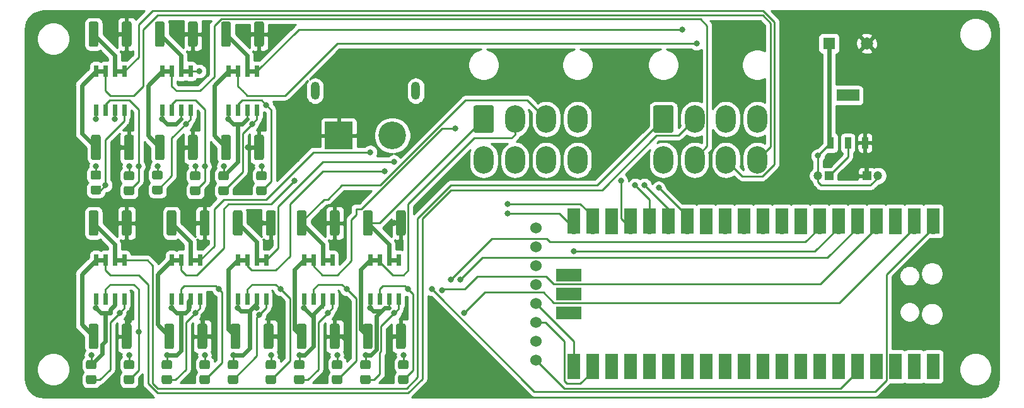
<source format=gbr>
G04 #@! TF.GenerationSoftware,KiCad,Pcbnew,(5.1.10-1-10_14)*
G04 #@! TF.CreationDate,2021-11-10T20:03:13-05:00*
G04 #@! TF.ProjectId,ISAAC_V2,49534141-435f-4563-922e-6b696361645f,rev?*
G04 #@! TF.SameCoordinates,Original*
G04 #@! TF.FileFunction,Copper,L1,Top*
G04 #@! TF.FilePolarity,Positive*
%FSLAX46Y46*%
G04 Gerber Fmt 4.6, Leading zero omitted, Abs format (unit mm)*
G04 Created by KiCad (PCBNEW (5.1.10-1-10_14)) date 2021-11-10 20:03:13*
%MOMM*%
%LPD*%
G01*
G04 APERTURE LIST*
G04 #@! TA.AperFunction,ComponentPad*
%ADD10C,1.200000*%
G04 #@! TD*
G04 #@! TA.AperFunction,ComponentPad*
%ADD11R,1.200000X1.200000*%
G04 #@! TD*
G04 #@! TA.AperFunction,ComponentPad*
%ADD12O,2.700000X3.700000*%
G04 #@! TD*
G04 #@! TA.AperFunction,ComponentPad*
%ADD13R,1.650000X1.650000*%
G04 #@! TD*
G04 #@! TA.AperFunction,ComponentPad*
%ADD14C,1.650000*%
G04 #@! TD*
G04 #@! TA.AperFunction,ComponentPad*
%ADD15R,3.716000X3.716000*%
G04 #@! TD*
G04 #@! TA.AperFunction,ComponentPad*
%ADD16C,3.716000*%
G04 #@! TD*
G04 #@! TA.AperFunction,ComponentPad*
%ADD17O,1.200000X2.400000*%
G04 #@! TD*
G04 #@! TA.AperFunction,ComponentPad*
%ADD18C,1.524000*%
G04 #@! TD*
G04 #@! TA.AperFunction,SMDPad,CuDef*
%ADD19R,0.838200X1.600200*%
G04 #@! TD*
G04 #@! TA.AperFunction,SMDPad,CuDef*
%ADD20R,3.098800X1.600200*%
G04 #@! TD*
G04 #@! TA.AperFunction,ComponentPad*
%ADD21O,1.700000X1.700000*%
G04 #@! TD*
G04 #@! TA.AperFunction,ComponentPad*
%ADD22R,1.700000X1.700000*%
G04 #@! TD*
G04 #@! TA.AperFunction,SMDPad,CuDef*
%ADD23R,1.700000X3.500000*%
G04 #@! TD*
G04 #@! TA.AperFunction,SMDPad,CuDef*
%ADD24R,3.500000X1.700000*%
G04 #@! TD*
G04 #@! TA.AperFunction,ViaPad*
%ADD25C,0.800000*%
G04 #@! TD*
G04 #@! TA.AperFunction,Conductor*
%ADD26C,0.250000*%
G04 #@! TD*
G04 #@! TA.AperFunction,Conductor*
%ADD27C,0.600000*%
G04 #@! TD*
G04 #@! TA.AperFunction,Conductor*
%ADD28C,0.254000*%
G04 #@! TD*
G04 #@! TA.AperFunction,Conductor*
%ADD29C,0.100000*%
G04 #@! TD*
G04 APERTURE END LIST*
D10*
X214400000Y-95250000D03*
D11*
X215900000Y-95250000D03*
X220980000Y-95250000D03*
D10*
X222480000Y-95250000D03*
G04 #@! TA.AperFunction,SMDPad,CuDef*
G36*
G01*
X153335000Y-103050000D02*
X153335000Y-100150000D01*
G75*
G02*
X153585000Y-99900000I250000J0D01*
G01*
X154385000Y-99900000D01*
G75*
G02*
X154635000Y-100150000I0J-250000D01*
G01*
X154635000Y-103050000D01*
G75*
G02*
X154385000Y-103300000I-250000J0D01*
G01*
X153585000Y-103300000D01*
G75*
G02*
X153335000Y-103050000I0J250000D01*
G01*
G37*
G04 #@! TD.AperFunction*
G04 #@! TA.AperFunction,SMDPad,CuDef*
G36*
G01*
X157785000Y-103050000D02*
X157785000Y-100150000D01*
G75*
G02*
X158035000Y-99900000I250000J0D01*
G01*
X158835000Y-99900000D01*
G75*
G02*
X159085000Y-100150000I0J-250000D01*
G01*
X159085000Y-103050000D01*
G75*
G02*
X158835000Y-103300000I-250000J0D01*
G01*
X158035000Y-103300000D01*
G75*
G02*
X157785000Y-103050000I0J250000D01*
G01*
G37*
G04 #@! TD.AperFunction*
G04 #@! TA.AperFunction,SMDPad,CuDef*
G36*
G01*
X157785000Y-118290000D02*
X157785000Y-115390000D01*
G75*
G02*
X158035000Y-115140000I250000J0D01*
G01*
X158835000Y-115140000D01*
G75*
G02*
X159085000Y-115390000I0J-250000D01*
G01*
X159085000Y-118290000D01*
G75*
G02*
X158835000Y-118540000I-250000J0D01*
G01*
X158035000Y-118540000D01*
G75*
G02*
X157785000Y-118290000I0J250000D01*
G01*
G37*
G04 #@! TD.AperFunction*
G04 #@! TA.AperFunction,SMDPad,CuDef*
G36*
G01*
X153335000Y-118290000D02*
X153335000Y-115390000D01*
G75*
G02*
X153585000Y-115140000I250000J0D01*
G01*
X154385000Y-115140000D01*
G75*
G02*
X154635000Y-115390000I0J-250000D01*
G01*
X154635000Y-118290000D01*
G75*
G02*
X154385000Y-118540000I-250000J0D01*
G01*
X153585000Y-118540000D01*
G75*
G02*
X153335000Y-118290000I0J250000D01*
G01*
G37*
G04 #@! TD.AperFunction*
G04 #@! TA.AperFunction,SMDPad,CuDef*
G36*
G01*
X144445000Y-103050000D02*
X144445000Y-100150000D01*
G75*
G02*
X144695000Y-99900000I250000J0D01*
G01*
X145495000Y-99900000D01*
G75*
G02*
X145745000Y-100150000I0J-250000D01*
G01*
X145745000Y-103050000D01*
G75*
G02*
X145495000Y-103300000I-250000J0D01*
G01*
X144695000Y-103300000D01*
G75*
G02*
X144445000Y-103050000I0J250000D01*
G01*
G37*
G04 #@! TD.AperFunction*
G04 #@! TA.AperFunction,SMDPad,CuDef*
G36*
G01*
X148895000Y-103050000D02*
X148895000Y-100150000D01*
G75*
G02*
X149145000Y-99900000I250000J0D01*
G01*
X149945000Y-99900000D01*
G75*
G02*
X150195000Y-100150000I0J-250000D01*
G01*
X150195000Y-103050000D01*
G75*
G02*
X149945000Y-103300000I-250000J0D01*
G01*
X149145000Y-103300000D01*
G75*
G02*
X148895000Y-103050000I0J250000D01*
G01*
G37*
G04 #@! TD.AperFunction*
G04 #@! TA.AperFunction,SMDPad,CuDef*
G36*
G01*
X148895000Y-118290000D02*
X148895000Y-115390000D01*
G75*
G02*
X149145000Y-115140000I250000J0D01*
G01*
X149945000Y-115140000D01*
G75*
G02*
X150195000Y-115390000I0J-250000D01*
G01*
X150195000Y-118290000D01*
G75*
G02*
X149945000Y-118540000I-250000J0D01*
G01*
X149145000Y-118540000D01*
G75*
G02*
X148895000Y-118290000I0J250000D01*
G01*
G37*
G04 #@! TD.AperFunction*
G04 #@! TA.AperFunction,SMDPad,CuDef*
G36*
G01*
X144445000Y-118290000D02*
X144445000Y-115390000D01*
G75*
G02*
X144695000Y-115140000I250000J0D01*
G01*
X145495000Y-115140000D01*
G75*
G02*
X145745000Y-115390000I0J-250000D01*
G01*
X145745000Y-118290000D01*
G75*
G02*
X145495000Y-118540000I-250000J0D01*
G01*
X144695000Y-118540000D01*
G75*
G02*
X144445000Y-118290000I0J250000D01*
G01*
G37*
G04 #@! TD.AperFunction*
G04 #@! TA.AperFunction,SMDPad,CuDef*
G36*
G01*
X135870000Y-103050000D02*
X135870000Y-100150000D01*
G75*
G02*
X136120000Y-99900000I250000J0D01*
G01*
X136920000Y-99900000D01*
G75*
G02*
X137170000Y-100150000I0J-250000D01*
G01*
X137170000Y-103050000D01*
G75*
G02*
X136920000Y-103300000I-250000J0D01*
G01*
X136120000Y-103300000D01*
G75*
G02*
X135870000Y-103050000I0J250000D01*
G01*
G37*
G04 #@! TD.AperFunction*
G04 #@! TA.AperFunction,SMDPad,CuDef*
G36*
G01*
X140320000Y-103050000D02*
X140320000Y-100150000D01*
G75*
G02*
X140570000Y-99900000I250000J0D01*
G01*
X141370000Y-99900000D01*
G75*
G02*
X141620000Y-100150000I0J-250000D01*
G01*
X141620000Y-103050000D01*
G75*
G02*
X141370000Y-103300000I-250000J0D01*
G01*
X140570000Y-103300000D01*
G75*
G02*
X140320000Y-103050000I0J250000D01*
G01*
G37*
G04 #@! TD.AperFunction*
G04 #@! TA.AperFunction,SMDPad,CuDef*
G36*
G01*
X140005000Y-118290000D02*
X140005000Y-115390000D01*
G75*
G02*
X140255000Y-115140000I250000J0D01*
G01*
X141055000Y-115140000D01*
G75*
G02*
X141305000Y-115390000I0J-250000D01*
G01*
X141305000Y-118290000D01*
G75*
G02*
X141055000Y-118540000I-250000J0D01*
G01*
X140255000Y-118540000D01*
G75*
G02*
X140005000Y-118290000I0J250000D01*
G01*
G37*
G04 #@! TD.AperFunction*
G04 #@! TA.AperFunction,SMDPad,CuDef*
G36*
G01*
X135555000Y-118290000D02*
X135555000Y-115390000D01*
G75*
G02*
X135805000Y-115140000I250000J0D01*
G01*
X136605000Y-115140000D01*
G75*
G02*
X136855000Y-115390000I0J-250000D01*
G01*
X136855000Y-118290000D01*
G75*
G02*
X136605000Y-118540000I-250000J0D01*
G01*
X135805000Y-118540000D01*
G75*
G02*
X135555000Y-118290000I0J250000D01*
G01*
G37*
G04 #@! TD.AperFunction*
G04 #@! TA.AperFunction,SMDPad,CuDef*
G36*
G01*
X126980000Y-103050000D02*
X126980000Y-100150000D01*
G75*
G02*
X127230000Y-99900000I250000J0D01*
G01*
X128030000Y-99900000D01*
G75*
G02*
X128280000Y-100150000I0J-250000D01*
G01*
X128280000Y-103050000D01*
G75*
G02*
X128030000Y-103300000I-250000J0D01*
G01*
X127230000Y-103300000D01*
G75*
G02*
X126980000Y-103050000I0J250000D01*
G01*
G37*
G04 #@! TD.AperFunction*
G04 #@! TA.AperFunction,SMDPad,CuDef*
G36*
G01*
X131430000Y-103050000D02*
X131430000Y-100150000D01*
G75*
G02*
X131680000Y-99900000I250000J0D01*
G01*
X132480000Y-99900000D01*
G75*
G02*
X132730000Y-100150000I0J-250000D01*
G01*
X132730000Y-103050000D01*
G75*
G02*
X132480000Y-103300000I-250000J0D01*
G01*
X131680000Y-103300000D01*
G75*
G02*
X131430000Y-103050000I0J250000D01*
G01*
G37*
G04 #@! TD.AperFunction*
G04 #@! TA.AperFunction,SMDPad,CuDef*
G36*
G01*
X131115000Y-118290000D02*
X131115000Y-115390000D01*
G75*
G02*
X131365000Y-115140000I250000J0D01*
G01*
X132165000Y-115140000D01*
G75*
G02*
X132415000Y-115390000I0J-250000D01*
G01*
X132415000Y-118290000D01*
G75*
G02*
X132165000Y-118540000I-250000J0D01*
G01*
X131365000Y-118540000D01*
G75*
G02*
X131115000Y-118290000I0J250000D01*
G01*
G37*
G04 #@! TD.AperFunction*
G04 #@! TA.AperFunction,SMDPad,CuDef*
G36*
G01*
X126665000Y-118290000D02*
X126665000Y-115390000D01*
G75*
G02*
X126915000Y-115140000I250000J0D01*
G01*
X127715000Y-115140000D01*
G75*
G02*
X127965000Y-115390000I0J-250000D01*
G01*
X127965000Y-118290000D01*
G75*
G02*
X127715000Y-118540000I-250000J0D01*
G01*
X126915000Y-118540000D01*
G75*
G02*
X126665000Y-118290000I0J250000D01*
G01*
G37*
G04 #@! TD.AperFunction*
G04 #@! TA.AperFunction,SMDPad,CuDef*
G36*
G01*
X116505000Y-103050000D02*
X116505000Y-100150000D01*
G75*
G02*
X116755000Y-99900000I250000J0D01*
G01*
X117555000Y-99900000D01*
G75*
G02*
X117805000Y-100150000I0J-250000D01*
G01*
X117805000Y-103050000D01*
G75*
G02*
X117555000Y-103300000I-250000J0D01*
G01*
X116755000Y-103300000D01*
G75*
G02*
X116505000Y-103050000I0J250000D01*
G01*
G37*
G04 #@! TD.AperFunction*
G04 #@! TA.AperFunction,SMDPad,CuDef*
G36*
G01*
X120955000Y-103050000D02*
X120955000Y-100150000D01*
G75*
G02*
X121205000Y-99900000I250000J0D01*
G01*
X122005000Y-99900000D01*
G75*
G02*
X122255000Y-100150000I0J-250000D01*
G01*
X122255000Y-103050000D01*
G75*
G02*
X122005000Y-103300000I-250000J0D01*
G01*
X121205000Y-103300000D01*
G75*
G02*
X120955000Y-103050000I0J250000D01*
G01*
G37*
G04 #@! TD.AperFunction*
G04 #@! TA.AperFunction,SMDPad,CuDef*
G36*
G01*
X120955000Y-118290000D02*
X120955000Y-115390000D01*
G75*
G02*
X121205000Y-115140000I250000J0D01*
G01*
X122005000Y-115140000D01*
G75*
G02*
X122255000Y-115390000I0J-250000D01*
G01*
X122255000Y-118290000D01*
G75*
G02*
X122005000Y-118540000I-250000J0D01*
G01*
X121205000Y-118540000D01*
G75*
G02*
X120955000Y-118290000I0J250000D01*
G01*
G37*
G04 #@! TD.AperFunction*
G04 #@! TA.AperFunction,SMDPad,CuDef*
G36*
G01*
X116505000Y-118290000D02*
X116505000Y-115390000D01*
G75*
G02*
X116755000Y-115140000I250000J0D01*
G01*
X117555000Y-115140000D01*
G75*
G02*
X117805000Y-115390000I0J-250000D01*
G01*
X117805000Y-118290000D01*
G75*
G02*
X117555000Y-118540000I-250000J0D01*
G01*
X116755000Y-118540000D01*
G75*
G02*
X116505000Y-118290000I0J250000D01*
G01*
G37*
G04 #@! TD.AperFunction*
G04 #@! TA.AperFunction,SMDPad,CuDef*
G36*
G01*
X134285000Y-77650000D02*
X134285000Y-74750000D01*
G75*
G02*
X134535000Y-74500000I250000J0D01*
G01*
X135335000Y-74500000D01*
G75*
G02*
X135585000Y-74750000I0J-250000D01*
G01*
X135585000Y-77650000D01*
G75*
G02*
X135335000Y-77900000I-250000J0D01*
G01*
X134535000Y-77900000D01*
G75*
G02*
X134285000Y-77650000I0J250000D01*
G01*
G37*
G04 #@! TD.AperFunction*
G04 #@! TA.AperFunction,SMDPad,CuDef*
G36*
G01*
X138735000Y-77650000D02*
X138735000Y-74750000D01*
G75*
G02*
X138985000Y-74500000I250000J0D01*
G01*
X139785000Y-74500000D01*
G75*
G02*
X140035000Y-74750000I0J-250000D01*
G01*
X140035000Y-77650000D01*
G75*
G02*
X139785000Y-77900000I-250000J0D01*
G01*
X138985000Y-77900000D01*
G75*
G02*
X138735000Y-77650000I0J250000D01*
G01*
G37*
G04 #@! TD.AperFunction*
G04 #@! TA.AperFunction,SMDPad,CuDef*
G36*
G01*
X138735000Y-92890000D02*
X138735000Y-89990000D01*
G75*
G02*
X138985000Y-89740000I250000J0D01*
G01*
X139785000Y-89740000D01*
G75*
G02*
X140035000Y-89990000I0J-250000D01*
G01*
X140035000Y-92890000D01*
G75*
G02*
X139785000Y-93140000I-250000J0D01*
G01*
X138985000Y-93140000D01*
G75*
G02*
X138735000Y-92890000I0J250000D01*
G01*
G37*
G04 #@! TD.AperFunction*
G04 #@! TA.AperFunction,SMDPad,CuDef*
G36*
G01*
X134285000Y-92890000D02*
X134285000Y-89990000D01*
G75*
G02*
X134535000Y-89740000I250000J0D01*
G01*
X135335000Y-89740000D01*
G75*
G02*
X135585000Y-89990000I0J-250000D01*
G01*
X135585000Y-92890000D01*
G75*
G02*
X135335000Y-93140000I-250000J0D01*
G01*
X134535000Y-93140000D01*
G75*
G02*
X134285000Y-92890000I0J250000D01*
G01*
G37*
G04 #@! TD.AperFunction*
G04 #@! TA.AperFunction,SMDPad,CuDef*
G36*
G01*
X125395000Y-77650000D02*
X125395000Y-74750000D01*
G75*
G02*
X125645000Y-74500000I250000J0D01*
G01*
X126445000Y-74500000D01*
G75*
G02*
X126695000Y-74750000I0J-250000D01*
G01*
X126695000Y-77650000D01*
G75*
G02*
X126445000Y-77900000I-250000J0D01*
G01*
X125645000Y-77900000D01*
G75*
G02*
X125395000Y-77650000I0J250000D01*
G01*
G37*
G04 #@! TD.AperFunction*
G04 #@! TA.AperFunction,SMDPad,CuDef*
G36*
G01*
X129845000Y-77650000D02*
X129845000Y-74750000D01*
G75*
G02*
X130095000Y-74500000I250000J0D01*
G01*
X130895000Y-74500000D01*
G75*
G02*
X131145000Y-74750000I0J-250000D01*
G01*
X131145000Y-77650000D01*
G75*
G02*
X130895000Y-77900000I-250000J0D01*
G01*
X130095000Y-77900000D01*
G75*
G02*
X129845000Y-77650000I0J250000D01*
G01*
G37*
G04 #@! TD.AperFunction*
G04 #@! TA.AperFunction,SMDPad,CuDef*
G36*
G01*
X129845000Y-92890000D02*
X129845000Y-89990000D01*
G75*
G02*
X130095000Y-89740000I250000J0D01*
G01*
X130895000Y-89740000D01*
G75*
G02*
X131145000Y-89990000I0J-250000D01*
G01*
X131145000Y-92890000D01*
G75*
G02*
X130895000Y-93140000I-250000J0D01*
G01*
X130095000Y-93140000D01*
G75*
G02*
X129845000Y-92890000I0J250000D01*
G01*
G37*
G04 #@! TD.AperFunction*
G04 #@! TA.AperFunction,SMDPad,CuDef*
G36*
G01*
X125395000Y-92890000D02*
X125395000Y-89990000D01*
G75*
G02*
X125645000Y-89740000I250000J0D01*
G01*
X126445000Y-89740000D01*
G75*
G02*
X126695000Y-89990000I0J-250000D01*
G01*
X126695000Y-92890000D01*
G75*
G02*
X126445000Y-93140000I-250000J0D01*
G01*
X125645000Y-93140000D01*
G75*
G02*
X125395000Y-92890000I0J250000D01*
G01*
G37*
G04 #@! TD.AperFunction*
G04 #@! TA.AperFunction,SMDPad,CuDef*
G36*
G01*
X116505000Y-77650000D02*
X116505000Y-74750000D01*
G75*
G02*
X116755000Y-74500000I250000J0D01*
G01*
X117555000Y-74500000D01*
G75*
G02*
X117805000Y-74750000I0J-250000D01*
G01*
X117805000Y-77650000D01*
G75*
G02*
X117555000Y-77900000I-250000J0D01*
G01*
X116755000Y-77900000D01*
G75*
G02*
X116505000Y-77650000I0J250000D01*
G01*
G37*
G04 #@! TD.AperFunction*
G04 #@! TA.AperFunction,SMDPad,CuDef*
G36*
G01*
X120955000Y-77650000D02*
X120955000Y-74750000D01*
G75*
G02*
X121205000Y-74500000I250000J0D01*
G01*
X122005000Y-74500000D01*
G75*
G02*
X122255000Y-74750000I0J-250000D01*
G01*
X122255000Y-77650000D01*
G75*
G02*
X122005000Y-77900000I-250000J0D01*
G01*
X121205000Y-77900000D01*
G75*
G02*
X120955000Y-77650000I0J250000D01*
G01*
G37*
G04 #@! TD.AperFunction*
G04 #@! TA.AperFunction,SMDPad,CuDef*
G36*
G01*
X121270000Y-92890000D02*
X121270000Y-89990000D01*
G75*
G02*
X121520000Y-89740000I250000J0D01*
G01*
X122320000Y-89740000D01*
G75*
G02*
X122570000Y-89990000I0J-250000D01*
G01*
X122570000Y-92890000D01*
G75*
G02*
X122320000Y-93140000I-250000J0D01*
G01*
X121520000Y-93140000D01*
G75*
G02*
X121270000Y-92890000I0J250000D01*
G01*
G37*
G04 #@! TD.AperFunction*
G04 #@! TA.AperFunction,SMDPad,CuDef*
G36*
G01*
X116820000Y-92890000D02*
X116820000Y-89990000D01*
G75*
G02*
X117070000Y-89740000I250000J0D01*
G01*
X117870000Y-89740000D01*
G75*
G02*
X118120000Y-89990000I0J-250000D01*
G01*
X118120000Y-92890000D01*
G75*
G02*
X117870000Y-93140000I-250000J0D01*
G01*
X117070000Y-93140000D01*
G75*
G02*
X116820000Y-92890000I0J250000D01*
G01*
G37*
G04 #@! TD.AperFunction*
D12*
X206275000Y-93130000D03*
X202075000Y-93130000D03*
X197875000Y-93130000D03*
X193675000Y-93130000D03*
X206275000Y-87630000D03*
X202075000Y-87630000D03*
X197875000Y-87630000D03*
G04 #@! TA.AperFunction,ComponentPad*
G36*
G01*
X192325000Y-89229999D02*
X192325000Y-86030001D01*
G75*
G02*
X192575001Y-85780000I250001J0D01*
G01*
X194774999Y-85780000D01*
G75*
G02*
X195025000Y-86030001I0J-250001D01*
G01*
X195025000Y-89229999D01*
G75*
G02*
X194774999Y-89480000I-250001J0D01*
G01*
X192575001Y-89480000D01*
G75*
G02*
X192325000Y-89229999I0J250001D01*
G01*
G37*
G04 #@! TD.AperFunction*
G04 #@! TA.AperFunction,ComponentPad*
G36*
G01*
X168195000Y-89229999D02*
X168195000Y-86030001D01*
G75*
G02*
X168445001Y-85780000I250001J0D01*
G01*
X170644999Y-85780000D01*
G75*
G02*
X170895000Y-86030001I0J-250001D01*
G01*
X170895000Y-89229999D01*
G75*
G02*
X170644999Y-89480000I-250001J0D01*
G01*
X168445001Y-89480000D01*
G75*
G02*
X168195000Y-89229999I0J250001D01*
G01*
G37*
G04 #@! TD.AperFunction*
X173745000Y-87630000D03*
X177945000Y-87630000D03*
X182145000Y-87630000D03*
X169545000Y-93130000D03*
X173745000Y-93130000D03*
X177945000Y-93130000D03*
X182145000Y-93130000D03*
D13*
X215900000Y-77470000D03*
D14*
X220980000Y-77470000D03*
D15*
X150070000Y-89820000D03*
D16*
X157270000Y-89820000D03*
D17*
X146920000Y-83820000D03*
X160420000Y-83820000D03*
G04 #@! TA.AperFunction,SMDPad,CuDef*
G36*
G01*
X159200001Y-123250000D02*
X158299999Y-123250000D01*
G75*
G02*
X158050000Y-123000001I0J249999D01*
G01*
X158050000Y-122299999D01*
G75*
G02*
X158299999Y-122050000I249999J0D01*
G01*
X159200001Y-122050000D01*
G75*
G02*
X159450000Y-122299999I0J-249999D01*
G01*
X159450000Y-123000001D01*
G75*
G02*
X159200001Y-123250000I-249999J0D01*
G01*
G37*
G04 #@! TD.AperFunction*
G04 #@! TA.AperFunction,SMDPad,CuDef*
G36*
G01*
X159200001Y-121250000D02*
X158299999Y-121250000D01*
G75*
G02*
X158050000Y-121000001I0J249999D01*
G01*
X158050000Y-120299999D01*
G75*
G02*
X158299999Y-120050000I249999J0D01*
G01*
X159200001Y-120050000D01*
G75*
G02*
X159450000Y-120299999I0J-249999D01*
G01*
X159450000Y-121000001D01*
G75*
G02*
X159200001Y-121250000I-249999J0D01*
G01*
G37*
G04 #@! TD.AperFunction*
G04 #@! TA.AperFunction,SMDPad,CuDef*
G36*
G01*
X154120001Y-123250000D02*
X153219999Y-123250000D01*
G75*
G02*
X152970000Y-123000001I0J249999D01*
G01*
X152970000Y-122299999D01*
G75*
G02*
X153219999Y-122050000I249999J0D01*
G01*
X154120001Y-122050000D01*
G75*
G02*
X154370000Y-122299999I0J-249999D01*
G01*
X154370000Y-123000001D01*
G75*
G02*
X154120001Y-123250000I-249999J0D01*
G01*
G37*
G04 #@! TD.AperFunction*
G04 #@! TA.AperFunction,SMDPad,CuDef*
G36*
G01*
X154120001Y-121250000D02*
X153219999Y-121250000D01*
G75*
G02*
X152970000Y-121000001I0J249999D01*
G01*
X152970000Y-120299999D01*
G75*
G02*
X153219999Y-120050000I249999J0D01*
G01*
X154120001Y-120050000D01*
G75*
G02*
X154370000Y-120299999I0J-249999D01*
G01*
X154370000Y-121000001D01*
G75*
G02*
X154120001Y-121250000I-249999J0D01*
G01*
G37*
G04 #@! TD.AperFunction*
G04 #@! TA.AperFunction,SMDPad,CuDef*
G36*
G01*
X150310001Y-121250000D02*
X149409999Y-121250000D01*
G75*
G02*
X149160000Y-121000001I0J249999D01*
G01*
X149160000Y-120299999D01*
G75*
G02*
X149409999Y-120050000I249999J0D01*
G01*
X150310001Y-120050000D01*
G75*
G02*
X150560000Y-120299999I0J-249999D01*
G01*
X150560000Y-121000001D01*
G75*
G02*
X150310001Y-121250000I-249999J0D01*
G01*
G37*
G04 #@! TD.AperFunction*
G04 #@! TA.AperFunction,SMDPad,CuDef*
G36*
G01*
X150310001Y-123250000D02*
X149409999Y-123250000D01*
G75*
G02*
X149160000Y-123000001I0J249999D01*
G01*
X149160000Y-122299999D01*
G75*
G02*
X149409999Y-122050000I249999J0D01*
G01*
X150310001Y-122050000D01*
G75*
G02*
X150560000Y-122299999I0J-249999D01*
G01*
X150560000Y-123000001D01*
G75*
G02*
X150310001Y-123250000I-249999J0D01*
G01*
G37*
G04 #@! TD.AperFunction*
G04 #@! TA.AperFunction,SMDPad,CuDef*
G36*
G01*
X145230001Y-121250000D02*
X144329999Y-121250000D01*
G75*
G02*
X144080000Y-121000001I0J249999D01*
G01*
X144080000Y-120299999D01*
G75*
G02*
X144329999Y-120050000I249999J0D01*
G01*
X145230001Y-120050000D01*
G75*
G02*
X145480000Y-120299999I0J-249999D01*
G01*
X145480000Y-121000001D01*
G75*
G02*
X145230001Y-121250000I-249999J0D01*
G01*
G37*
G04 #@! TD.AperFunction*
G04 #@! TA.AperFunction,SMDPad,CuDef*
G36*
G01*
X145230001Y-123250000D02*
X144329999Y-123250000D01*
G75*
G02*
X144080000Y-123000001I0J249999D01*
G01*
X144080000Y-122299999D01*
G75*
G02*
X144329999Y-122050000I249999J0D01*
G01*
X145230001Y-122050000D01*
G75*
G02*
X145480000Y-122299999I0J-249999D01*
G01*
X145480000Y-123000001D01*
G75*
G02*
X145230001Y-123250000I-249999J0D01*
G01*
G37*
G04 #@! TD.AperFunction*
G04 #@! TA.AperFunction,SMDPad,CuDef*
G36*
G01*
X141420001Y-123250000D02*
X140519999Y-123250000D01*
G75*
G02*
X140270000Y-123000001I0J249999D01*
G01*
X140270000Y-122299999D01*
G75*
G02*
X140519999Y-122050000I249999J0D01*
G01*
X141420001Y-122050000D01*
G75*
G02*
X141670000Y-122299999I0J-249999D01*
G01*
X141670000Y-123000001D01*
G75*
G02*
X141420001Y-123250000I-249999J0D01*
G01*
G37*
G04 #@! TD.AperFunction*
G04 #@! TA.AperFunction,SMDPad,CuDef*
G36*
G01*
X141420001Y-121250000D02*
X140519999Y-121250000D01*
G75*
G02*
X140270000Y-121000001I0J249999D01*
G01*
X140270000Y-120299999D01*
G75*
G02*
X140519999Y-120050000I249999J0D01*
G01*
X141420001Y-120050000D01*
G75*
G02*
X141670000Y-120299999I0J-249999D01*
G01*
X141670000Y-121000001D01*
G75*
G02*
X141420001Y-121250000I-249999J0D01*
G01*
G37*
G04 #@! TD.AperFunction*
G04 #@! TA.AperFunction,SMDPad,CuDef*
G36*
G01*
X136340001Y-123250000D02*
X135439999Y-123250000D01*
G75*
G02*
X135190000Y-123000001I0J249999D01*
G01*
X135190000Y-122299999D01*
G75*
G02*
X135439999Y-122050000I249999J0D01*
G01*
X136340001Y-122050000D01*
G75*
G02*
X136590000Y-122299999I0J-249999D01*
G01*
X136590000Y-123000001D01*
G75*
G02*
X136340001Y-123250000I-249999J0D01*
G01*
G37*
G04 #@! TD.AperFunction*
G04 #@! TA.AperFunction,SMDPad,CuDef*
G36*
G01*
X136340001Y-121250000D02*
X135439999Y-121250000D01*
G75*
G02*
X135190000Y-121000001I0J249999D01*
G01*
X135190000Y-120299999D01*
G75*
G02*
X135439999Y-120050000I249999J0D01*
G01*
X136340001Y-120050000D01*
G75*
G02*
X136590000Y-120299999I0J-249999D01*
G01*
X136590000Y-121000001D01*
G75*
G02*
X136340001Y-121250000I-249999J0D01*
G01*
G37*
G04 #@! TD.AperFunction*
G04 #@! TA.AperFunction,SMDPad,CuDef*
G36*
G01*
X132530001Y-121250000D02*
X131629999Y-121250000D01*
G75*
G02*
X131380000Y-121000001I0J249999D01*
G01*
X131380000Y-120299999D01*
G75*
G02*
X131629999Y-120050000I249999J0D01*
G01*
X132530001Y-120050000D01*
G75*
G02*
X132780000Y-120299999I0J-249999D01*
G01*
X132780000Y-121000001D01*
G75*
G02*
X132530001Y-121250000I-249999J0D01*
G01*
G37*
G04 #@! TD.AperFunction*
G04 #@! TA.AperFunction,SMDPad,CuDef*
G36*
G01*
X132530001Y-123250000D02*
X131629999Y-123250000D01*
G75*
G02*
X131380000Y-123000001I0J249999D01*
G01*
X131380000Y-122299999D01*
G75*
G02*
X131629999Y-122050000I249999J0D01*
G01*
X132530001Y-122050000D01*
G75*
G02*
X132780000Y-122299999I0J-249999D01*
G01*
X132780000Y-123000001D01*
G75*
G02*
X132530001Y-123250000I-249999J0D01*
G01*
G37*
G04 #@! TD.AperFunction*
G04 #@! TA.AperFunction,SMDPad,CuDef*
G36*
G01*
X127450001Y-123250000D02*
X126549999Y-123250000D01*
G75*
G02*
X126300000Y-123000001I0J249999D01*
G01*
X126300000Y-122299999D01*
G75*
G02*
X126549999Y-122050000I249999J0D01*
G01*
X127450001Y-122050000D01*
G75*
G02*
X127700000Y-122299999I0J-249999D01*
G01*
X127700000Y-123000001D01*
G75*
G02*
X127450001Y-123250000I-249999J0D01*
G01*
G37*
G04 #@! TD.AperFunction*
G04 #@! TA.AperFunction,SMDPad,CuDef*
G36*
G01*
X127450001Y-121250000D02*
X126549999Y-121250000D01*
G75*
G02*
X126300000Y-121000001I0J249999D01*
G01*
X126300000Y-120299999D01*
G75*
G02*
X126549999Y-120050000I249999J0D01*
G01*
X127450001Y-120050000D01*
G75*
G02*
X127700000Y-120299999I0J-249999D01*
G01*
X127700000Y-121000001D01*
G75*
G02*
X127450001Y-121250000I-249999J0D01*
G01*
G37*
G04 #@! TD.AperFunction*
G04 #@! TA.AperFunction,SMDPad,CuDef*
G36*
G01*
X122370001Y-121250000D02*
X121469999Y-121250000D01*
G75*
G02*
X121220000Y-121000001I0J249999D01*
G01*
X121220000Y-120299999D01*
G75*
G02*
X121469999Y-120050000I249999J0D01*
G01*
X122370001Y-120050000D01*
G75*
G02*
X122620000Y-120299999I0J-249999D01*
G01*
X122620000Y-121000001D01*
G75*
G02*
X122370001Y-121250000I-249999J0D01*
G01*
G37*
G04 #@! TD.AperFunction*
G04 #@! TA.AperFunction,SMDPad,CuDef*
G36*
G01*
X122370001Y-123250000D02*
X121469999Y-123250000D01*
G75*
G02*
X121220000Y-123000001I0J249999D01*
G01*
X121220000Y-122299999D01*
G75*
G02*
X121469999Y-122050000I249999J0D01*
G01*
X122370001Y-122050000D01*
G75*
G02*
X122620000Y-122299999I0J-249999D01*
G01*
X122620000Y-123000001D01*
G75*
G02*
X122370001Y-123250000I-249999J0D01*
G01*
G37*
G04 #@! TD.AperFunction*
G04 #@! TA.AperFunction,SMDPad,CuDef*
G36*
G01*
X117290001Y-121250000D02*
X116389999Y-121250000D01*
G75*
G02*
X116140000Y-121000001I0J249999D01*
G01*
X116140000Y-120299999D01*
G75*
G02*
X116389999Y-120050000I249999J0D01*
G01*
X117290001Y-120050000D01*
G75*
G02*
X117540000Y-120299999I0J-249999D01*
G01*
X117540000Y-121000001D01*
G75*
G02*
X117290001Y-121250000I-249999J0D01*
G01*
G37*
G04 #@! TD.AperFunction*
G04 #@! TA.AperFunction,SMDPad,CuDef*
G36*
G01*
X117290001Y-123250000D02*
X116389999Y-123250000D01*
G75*
G02*
X116140000Y-123000001I0J249999D01*
G01*
X116140000Y-122299999D01*
G75*
G02*
X116389999Y-122050000I249999J0D01*
G01*
X117290001Y-122050000D01*
G75*
G02*
X117540000Y-122299999I0J-249999D01*
G01*
X117540000Y-123000001D01*
G75*
G02*
X117290001Y-123250000I-249999J0D01*
G01*
G37*
G04 #@! TD.AperFunction*
G04 #@! TA.AperFunction,SMDPad,CuDef*
G36*
G01*
X140150001Y-97850000D02*
X139249999Y-97850000D01*
G75*
G02*
X139000000Y-97600001I0J249999D01*
G01*
X139000000Y-96899999D01*
G75*
G02*
X139249999Y-96650000I249999J0D01*
G01*
X140150001Y-96650000D01*
G75*
G02*
X140400000Y-96899999I0J-249999D01*
G01*
X140400000Y-97600001D01*
G75*
G02*
X140150001Y-97850000I-249999J0D01*
G01*
G37*
G04 #@! TD.AperFunction*
G04 #@! TA.AperFunction,SMDPad,CuDef*
G36*
G01*
X140150001Y-95850000D02*
X139249999Y-95850000D01*
G75*
G02*
X139000000Y-95600001I0J249999D01*
G01*
X139000000Y-94899999D01*
G75*
G02*
X139249999Y-94650000I249999J0D01*
G01*
X140150001Y-94650000D01*
G75*
G02*
X140400000Y-94899999I0J-249999D01*
G01*
X140400000Y-95600001D01*
G75*
G02*
X140150001Y-95850000I-249999J0D01*
G01*
G37*
G04 #@! TD.AperFunction*
G04 #@! TA.AperFunction,SMDPad,CuDef*
G36*
G01*
X135070001Y-95850000D02*
X134169999Y-95850000D01*
G75*
G02*
X133920000Y-95600001I0J249999D01*
G01*
X133920000Y-94899999D01*
G75*
G02*
X134169999Y-94650000I249999J0D01*
G01*
X135070001Y-94650000D01*
G75*
G02*
X135320000Y-94899999I0J-249999D01*
G01*
X135320000Y-95600001D01*
G75*
G02*
X135070001Y-95850000I-249999J0D01*
G01*
G37*
G04 #@! TD.AperFunction*
G04 #@! TA.AperFunction,SMDPad,CuDef*
G36*
G01*
X135070001Y-97850000D02*
X134169999Y-97850000D01*
G75*
G02*
X133920000Y-97600001I0J249999D01*
G01*
X133920000Y-96899999D01*
G75*
G02*
X134169999Y-96650000I249999J0D01*
G01*
X135070001Y-96650000D01*
G75*
G02*
X135320000Y-96899999I0J-249999D01*
G01*
X135320000Y-97600001D01*
G75*
G02*
X135070001Y-97850000I-249999J0D01*
G01*
G37*
G04 #@! TD.AperFunction*
G04 #@! TA.AperFunction,SMDPad,CuDef*
G36*
G01*
X131260001Y-95850000D02*
X130359999Y-95850000D01*
G75*
G02*
X130110000Y-95600001I0J249999D01*
G01*
X130110000Y-94899999D01*
G75*
G02*
X130359999Y-94650000I249999J0D01*
G01*
X131260001Y-94650000D01*
G75*
G02*
X131510000Y-94899999I0J-249999D01*
G01*
X131510000Y-95600001D01*
G75*
G02*
X131260001Y-95850000I-249999J0D01*
G01*
G37*
G04 #@! TD.AperFunction*
G04 #@! TA.AperFunction,SMDPad,CuDef*
G36*
G01*
X131260001Y-97850000D02*
X130359999Y-97850000D01*
G75*
G02*
X130110000Y-97600001I0J249999D01*
G01*
X130110000Y-96899999D01*
G75*
G02*
X130359999Y-96650000I249999J0D01*
G01*
X131260001Y-96650000D01*
G75*
G02*
X131510000Y-96899999I0J-249999D01*
G01*
X131510000Y-97600001D01*
G75*
G02*
X131260001Y-97850000I-249999J0D01*
G01*
G37*
G04 #@! TD.AperFunction*
G04 #@! TA.AperFunction,SMDPad,CuDef*
G36*
G01*
X126180001Y-97755000D02*
X125279999Y-97755000D01*
G75*
G02*
X125030000Y-97505001I0J249999D01*
G01*
X125030000Y-96804999D01*
G75*
G02*
X125279999Y-96555000I249999J0D01*
G01*
X126180001Y-96555000D01*
G75*
G02*
X126430000Y-96804999I0J-249999D01*
G01*
X126430000Y-97505001D01*
G75*
G02*
X126180001Y-97755000I-249999J0D01*
G01*
G37*
G04 #@! TD.AperFunction*
G04 #@! TA.AperFunction,SMDPad,CuDef*
G36*
G01*
X126180001Y-95755000D02*
X125279999Y-95755000D01*
G75*
G02*
X125030000Y-95505001I0J249999D01*
G01*
X125030000Y-94804999D01*
G75*
G02*
X125279999Y-94555000I249999J0D01*
G01*
X126180001Y-94555000D01*
G75*
G02*
X126430000Y-94804999I0J-249999D01*
G01*
X126430000Y-95505001D01*
G75*
G02*
X126180001Y-95755000I-249999J0D01*
G01*
G37*
G04 #@! TD.AperFunction*
G04 #@! TA.AperFunction,SMDPad,CuDef*
G36*
G01*
X122370001Y-97850000D02*
X121469999Y-97850000D01*
G75*
G02*
X121220000Y-97600001I0J249999D01*
G01*
X121220000Y-96899999D01*
G75*
G02*
X121469999Y-96650000I249999J0D01*
G01*
X122370001Y-96650000D01*
G75*
G02*
X122620000Y-96899999I0J-249999D01*
G01*
X122620000Y-97600001D01*
G75*
G02*
X122370001Y-97850000I-249999J0D01*
G01*
G37*
G04 #@! TD.AperFunction*
G04 #@! TA.AperFunction,SMDPad,CuDef*
G36*
G01*
X122370001Y-95850000D02*
X121469999Y-95850000D01*
G75*
G02*
X121220000Y-95600001I0J249999D01*
G01*
X121220000Y-94899999D01*
G75*
G02*
X121469999Y-94650000I249999J0D01*
G01*
X122370001Y-94650000D01*
G75*
G02*
X122620000Y-94899999I0J-249999D01*
G01*
X122620000Y-95600001D01*
G75*
G02*
X122370001Y-95850000I-249999J0D01*
G01*
G37*
G04 #@! TD.AperFunction*
G04 #@! TA.AperFunction,SMDPad,CuDef*
G36*
G01*
X117925001Y-95755000D02*
X117024999Y-95755000D01*
G75*
G02*
X116775000Y-95505001I0J249999D01*
G01*
X116775000Y-94804999D01*
G75*
G02*
X117024999Y-94555000I249999J0D01*
G01*
X117925001Y-94555000D01*
G75*
G02*
X118175000Y-94804999I0J-249999D01*
G01*
X118175000Y-95505001D01*
G75*
G02*
X117925001Y-95755000I-249999J0D01*
G01*
G37*
G04 #@! TD.AperFunction*
G04 #@! TA.AperFunction,SMDPad,CuDef*
G36*
G01*
X117925001Y-97755000D02*
X117024999Y-97755000D01*
G75*
G02*
X116775000Y-97505001I0J249999D01*
G01*
X116775000Y-96804999D01*
G75*
G02*
X117024999Y-96555000I249999J0D01*
G01*
X117925001Y-96555000D01*
G75*
G02*
X118175000Y-96804999I0J-249999D01*
G01*
X118175000Y-97505001D01*
G75*
G02*
X117925001Y-97755000I-249999J0D01*
G01*
G37*
G04 #@! TD.AperFunction*
G04 #@! TA.AperFunction,SMDPad,CuDef*
G36*
G01*
X154558700Y-112635000D02*
X154051300Y-112635000D01*
G75*
G02*
X154010000Y-112593700I0J41300D01*
G01*
X154010000Y-111096300D01*
G75*
G02*
X154051300Y-111055000I41300J0D01*
G01*
X154558700Y-111055000D01*
G75*
G02*
X154600000Y-111096300I0J-41300D01*
G01*
X154600000Y-112593700D01*
G75*
G02*
X154558700Y-112635000I-41300J0D01*
G01*
G37*
G04 #@! TD.AperFunction*
G04 #@! TA.AperFunction,SMDPad,CuDef*
G36*
G01*
X155828700Y-112635000D02*
X155321300Y-112635000D01*
G75*
G02*
X155280000Y-112593700I0J41300D01*
G01*
X155280000Y-111096300D01*
G75*
G02*
X155321300Y-111055000I41300J0D01*
G01*
X155828700Y-111055000D01*
G75*
G02*
X155870000Y-111096300I0J-41300D01*
G01*
X155870000Y-112593700D01*
G75*
G02*
X155828700Y-112635000I-41300J0D01*
G01*
G37*
G04 #@! TD.AperFunction*
G04 #@! TA.AperFunction,SMDPad,CuDef*
G36*
G01*
X157098700Y-112635000D02*
X156591300Y-112635000D01*
G75*
G02*
X156550000Y-112593700I0J41300D01*
G01*
X156550000Y-111096300D01*
G75*
G02*
X156591300Y-111055000I41300J0D01*
G01*
X157098700Y-111055000D01*
G75*
G02*
X157140000Y-111096300I0J-41300D01*
G01*
X157140000Y-112593700D01*
G75*
G02*
X157098700Y-112635000I-41300J0D01*
G01*
G37*
G04 #@! TD.AperFunction*
G04 #@! TA.AperFunction,SMDPad,CuDef*
G36*
G01*
X158368700Y-112635000D02*
X157861300Y-112635000D01*
G75*
G02*
X157820000Y-112593700I0J41300D01*
G01*
X157820000Y-111096300D01*
G75*
G02*
X157861300Y-111055000I41300J0D01*
G01*
X158368700Y-111055000D01*
G75*
G02*
X158410000Y-111096300I0J-41300D01*
G01*
X158410000Y-112593700D01*
G75*
G02*
X158368700Y-112635000I-41300J0D01*
G01*
G37*
G04 #@! TD.AperFunction*
G04 #@! TA.AperFunction,SMDPad,CuDef*
G36*
G01*
X158368700Y-107385000D02*
X157861300Y-107385000D01*
G75*
G02*
X157820000Y-107343700I0J41300D01*
G01*
X157820000Y-105846300D01*
G75*
G02*
X157861300Y-105805000I41300J0D01*
G01*
X158368700Y-105805000D01*
G75*
G02*
X158410000Y-105846300I0J-41300D01*
G01*
X158410000Y-107343700D01*
G75*
G02*
X158368700Y-107385000I-41300J0D01*
G01*
G37*
G04 #@! TD.AperFunction*
G04 #@! TA.AperFunction,SMDPad,CuDef*
G36*
G01*
X157098700Y-107385000D02*
X156591300Y-107385000D01*
G75*
G02*
X156550000Y-107343700I0J41300D01*
G01*
X156550000Y-105846300D01*
G75*
G02*
X156591300Y-105805000I41300J0D01*
G01*
X157098700Y-105805000D01*
G75*
G02*
X157140000Y-105846300I0J-41300D01*
G01*
X157140000Y-107343700D01*
G75*
G02*
X157098700Y-107385000I-41300J0D01*
G01*
G37*
G04 #@! TD.AperFunction*
G04 #@! TA.AperFunction,SMDPad,CuDef*
G36*
G01*
X155828700Y-107385000D02*
X155321300Y-107385000D01*
G75*
G02*
X155280000Y-107343700I0J41300D01*
G01*
X155280000Y-105846300D01*
G75*
G02*
X155321300Y-105805000I41300J0D01*
G01*
X155828700Y-105805000D01*
G75*
G02*
X155870000Y-105846300I0J-41300D01*
G01*
X155870000Y-107343700D01*
G75*
G02*
X155828700Y-107385000I-41300J0D01*
G01*
G37*
G04 #@! TD.AperFunction*
G04 #@! TA.AperFunction,SMDPad,CuDef*
G36*
G01*
X154558700Y-107385000D02*
X154051300Y-107385000D01*
G75*
G02*
X154010000Y-107343700I0J41300D01*
G01*
X154010000Y-105846300D01*
G75*
G02*
X154051300Y-105805000I41300J0D01*
G01*
X154558700Y-105805000D01*
G75*
G02*
X154600000Y-105846300I0J-41300D01*
G01*
X154600000Y-107343700D01*
G75*
G02*
X154558700Y-107385000I-41300J0D01*
G01*
G37*
G04 #@! TD.AperFunction*
G04 #@! TA.AperFunction,SMDPad,CuDef*
G36*
G01*
X145668700Y-112635000D02*
X145161300Y-112635000D01*
G75*
G02*
X145120000Y-112593700I0J41300D01*
G01*
X145120000Y-111096300D01*
G75*
G02*
X145161300Y-111055000I41300J0D01*
G01*
X145668700Y-111055000D01*
G75*
G02*
X145710000Y-111096300I0J-41300D01*
G01*
X145710000Y-112593700D01*
G75*
G02*
X145668700Y-112635000I-41300J0D01*
G01*
G37*
G04 #@! TD.AperFunction*
G04 #@! TA.AperFunction,SMDPad,CuDef*
G36*
G01*
X146938700Y-112635000D02*
X146431300Y-112635000D01*
G75*
G02*
X146390000Y-112593700I0J41300D01*
G01*
X146390000Y-111096300D01*
G75*
G02*
X146431300Y-111055000I41300J0D01*
G01*
X146938700Y-111055000D01*
G75*
G02*
X146980000Y-111096300I0J-41300D01*
G01*
X146980000Y-112593700D01*
G75*
G02*
X146938700Y-112635000I-41300J0D01*
G01*
G37*
G04 #@! TD.AperFunction*
G04 #@! TA.AperFunction,SMDPad,CuDef*
G36*
G01*
X148208700Y-112635000D02*
X147701300Y-112635000D01*
G75*
G02*
X147660000Y-112593700I0J41300D01*
G01*
X147660000Y-111096300D01*
G75*
G02*
X147701300Y-111055000I41300J0D01*
G01*
X148208700Y-111055000D01*
G75*
G02*
X148250000Y-111096300I0J-41300D01*
G01*
X148250000Y-112593700D01*
G75*
G02*
X148208700Y-112635000I-41300J0D01*
G01*
G37*
G04 #@! TD.AperFunction*
G04 #@! TA.AperFunction,SMDPad,CuDef*
G36*
G01*
X149478700Y-112635000D02*
X148971300Y-112635000D01*
G75*
G02*
X148930000Y-112593700I0J41300D01*
G01*
X148930000Y-111096300D01*
G75*
G02*
X148971300Y-111055000I41300J0D01*
G01*
X149478700Y-111055000D01*
G75*
G02*
X149520000Y-111096300I0J-41300D01*
G01*
X149520000Y-112593700D01*
G75*
G02*
X149478700Y-112635000I-41300J0D01*
G01*
G37*
G04 #@! TD.AperFunction*
G04 #@! TA.AperFunction,SMDPad,CuDef*
G36*
G01*
X149478700Y-107385000D02*
X148971300Y-107385000D01*
G75*
G02*
X148930000Y-107343700I0J41300D01*
G01*
X148930000Y-105846300D01*
G75*
G02*
X148971300Y-105805000I41300J0D01*
G01*
X149478700Y-105805000D01*
G75*
G02*
X149520000Y-105846300I0J-41300D01*
G01*
X149520000Y-107343700D01*
G75*
G02*
X149478700Y-107385000I-41300J0D01*
G01*
G37*
G04 #@! TD.AperFunction*
G04 #@! TA.AperFunction,SMDPad,CuDef*
G36*
G01*
X148208700Y-107385000D02*
X147701300Y-107385000D01*
G75*
G02*
X147660000Y-107343700I0J41300D01*
G01*
X147660000Y-105846300D01*
G75*
G02*
X147701300Y-105805000I41300J0D01*
G01*
X148208700Y-105805000D01*
G75*
G02*
X148250000Y-105846300I0J-41300D01*
G01*
X148250000Y-107343700D01*
G75*
G02*
X148208700Y-107385000I-41300J0D01*
G01*
G37*
G04 #@! TD.AperFunction*
G04 #@! TA.AperFunction,SMDPad,CuDef*
G36*
G01*
X146938700Y-107385000D02*
X146431300Y-107385000D01*
G75*
G02*
X146390000Y-107343700I0J41300D01*
G01*
X146390000Y-105846300D01*
G75*
G02*
X146431300Y-105805000I41300J0D01*
G01*
X146938700Y-105805000D01*
G75*
G02*
X146980000Y-105846300I0J-41300D01*
G01*
X146980000Y-107343700D01*
G75*
G02*
X146938700Y-107385000I-41300J0D01*
G01*
G37*
G04 #@! TD.AperFunction*
G04 #@! TA.AperFunction,SMDPad,CuDef*
G36*
G01*
X145668700Y-107385000D02*
X145161300Y-107385000D01*
G75*
G02*
X145120000Y-107343700I0J41300D01*
G01*
X145120000Y-105846300D01*
G75*
G02*
X145161300Y-105805000I41300J0D01*
G01*
X145668700Y-105805000D01*
G75*
G02*
X145710000Y-105846300I0J-41300D01*
G01*
X145710000Y-107343700D01*
G75*
G02*
X145668700Y-107385000I-41300J0D01*
G01*
G37*
G04 #@! TD.AperFunction*
G04 #@! TA.AperFunction,SMDPad,CuDef*
G36*
G01*
X136778700Y-107385000D02*
X136271300Y-107385000D01*
G75*
G02*
X136230000Y-107343700I0J41300D01*
G01*
X136230000Y-105846300D01*
G75*
G02*
X136271300Y-105805000I41300J0D01*
G01*
X136778700Y-105805000D01*
G75*
G02*
X136820000Y-105846300I0J-41300D01*
G01*
X136820000Y-107343700D01*
G75*
G02*
X136778700Y-107385000I-41300J0D01*
G01*
G37*
G04 #@! TD.AperFunction*
G04 #@! TA.AperFunction,SMDPad,CuDef*
G36*
G01*
X138048700Y-107385000D02*
X137541300Y-107385000D01*
G75*
G02*
X137500000Y-107343700I0J41300D01*
G01*
X137500000Y-105846300D01*
G75*
G02*
X137541300Y-105805000I41300J0D01*
G01*
X138048700Y-105805000D01*
G75*
G02*
X138090000Y-105846300I0J-41300D01*
G01*
X138090000Y-107343700D01*
G75*
G02*
X138048700Y-107385000I-41300J0D01*
G01*
G37*
G04 #@! TD.AperFunction*
G04 #@! TA.AperFunction,SMDPad,CuDef*
G36*
G01*
X139318700Y-107385000D02*
X138811300Y-107385000D01*
G75*
G02*
X138770000Y-107343700I0J41300D01*
G01*
X138770000Y-105846300D01*
G75*
G02*
X138811300Y-105805000I41300J0D01*
G01*
X139318700Y-105805000D01*
G75*
G02*
X139360000Y-105846300I0J-41300D01*
G01*
X139360000Y-107343700D01*
G75*
G02*
X139318700Y-107385000I-41300J0D01*
G01*
G37*
G04 #@! TD.AperFunction*
G04 #@! TA.AperFunction,SMDPad,CuDef*
G36*
G01*
X140588700Y-107385000D02*
X140081300Y-107385000D01*
G75*
G02*
X140040000Y-107343700I0J41300D01*
G01*
X140040000Y-105846300D01*
G75*
G02*
X140081300Y-105805000I41300J0D01*
G01*
X140588700Y-105805000D01*
G75*
G02*
X140630000Y-105846300I0J-41300D01*
G01*
X140630000Y-107343700D01*
G75*
G02*
X140588700Y-107385000I-41300J0D01*
G01*
G37*
G04 #@! TD.AperFunction*
G04 #@! TA.AperFunction,SMDPad,CuDef*
G36*
G01*
X140588700Y-112635000D02*
X140081300Y-112635000D01*
G75*
G02*
X140040000Y-112593700I0J41300D01*
G01*
X140040000Y-111096300D01*
G75*
G02*
X140081300Y-111055000I41300J0D01*
G01*
X140588700Y-111055000D01*
G75*
G02*
X140630000Y-111096300I0J-41300D01*
G01*
X140630000Y-112593700D01*
G75*
G02*
X140588700Y-112635000I-41300J0D01*
G01*
G37*
G04 #@! TD.AperFunction*
G04 #@! TA.AperFunction,SMDPad,CuDef*
G36*
G01*
X139318700Y-112635000D02*
X138811300Y-112635000D01*
G75*
G02*
X138770000Y-112593700I0J41300D01*
G01*
X138770000Y-111096300D01*
G75*
G02*
X138811300Y-111055000I41300J0D01*
G01*
X139318700Y-111055000D01*
G75*
G02*
X139360000Y-111096300I0J-41300D01*
G01*
X139360000Y-112593700D01*
G75*
G02*
X139318700Y-112635000I-41300J0D01*
G01*
G37*
G04 #@! TD.AperFunction*
G04 #@! TA.AperFunction,SMDPad,CuDef*
G36*
G01*
X138048700Y-112635000D02*
X137541300Y-112635000D01*
G75*
G02*
X137500000Y-112593700I0J41300D01*
G01*
X137500000Y-111096300D01*
G75*
G02*
X137541300Y-111055000I41300J0D01*
G01*
X138048700Y-111055000D01*
G75*
G02*
X138090000Y-111096300I0J-41300D01*
G01*
X138090000Y-112593700D01*
G75*
G02*
X138048700Y-112635000I-41300J0D01*
G01*
G37*
G04 #@! TD.AperFunction*
G04 #@! TA.AperFunction,SMDPad,CuDef*
G36*
G01*
X136778700Y-112635000D02*
X136271300Y-112635000D01*
G75*
G02*
X136230000Y-112593700I0J41300D01*
G01*
X136230000Y-111096300D01*
G75*
G02*
X136271300Y-111055000I41300J0D01*
G01*
X136778700Y-111055000D01*
G75*
G02*
X136820000Y-111096300I0J-41300D01*
G01*
X136820000Y-112593700D01*
G75*
G02*
X136778700Y-112635000I-41300J0D01*
G01*
G37*
G04 #@! TD.AperFunction*
G04 #@! TA.AperFunction,SMDPad,CuDef*
G36*
G01*
X127888700Y-107385000D02*
X127381300Y-107385000D01*
G75*
G02*
X127340000Y-107343700I0J41300D01*
G01*
X127340000Y-105846300D01*
G75*
G02*
X127381300Y-105805000I41300J0D01*
G01*
X127888700Y-105805000D01*
G75*
G02*
X127930000Y-105846300I0J-41300D01*
G01*
X127930000Y-107343700D01*
G75*
G02*
X127888700Y-107385000I-41300J0D01*
G01*
G37*
G04 #@! TD.AperFunction*
G04 #@! TA.AperFunction,SMDPad,CuDef*
G36*
G01*
X129158700Y-107385000D02*
X128651300Y-107385000D01*
G75*
G02*
X128610000Y-107343700I0J41300D01*
G01*
X128610000Y-105846300D01*
G75*
G02*
X128651300Y-105805000I41300J0D01*
G01*
X129158700Y-105805000D01*
G75*
G02*
X129200000Y-105846300I0J-41300D01*
G01*
X129200000Y-107343700D01*
G75*
G02*
X129158700Y-107385000I-41300J0D01*
G01*
G37*
G04 #@! TD.AperFunction*
G04 #@! TA.AperFunction,SMDPad,CuDef*
G36*
G01*
X130428700Y-107385000D02*
X129921300Y-107385000D01*
G75*
G02*
X129880000Y-107343700I0J41300D01*
G01*
X129880000Y-105846300D01*
G75*
G02*
X129921300Y-105805000I41300J0D01*
G01*
X130428700Y-105805000D01*
G75*
G02*
X130470000Y-105846300I0J-41300D01*
G01*
X130470000Y-107343700D01*
G75*
G02*
X130428700Y-107385000I-41300J0D01*
G01*
G37*
G04 #@! TD.AperFunction*
G04 #@! TA.AperFunction,SMDPad,CuDef*
G36*
G01*
X131698700Y-107385000D02*
X131191300Y-107385000D01*
G75*
G02*
X131150000Y-107343700I0J41300D01*
G01*
X131150000Y-105846300D01*
G75*
G02*
X131191300Y-105805000I41300J0D01*
G01*
X131698700Y-105805000D01*
G75*
G02*
X131740000Y-105846300I0J-41300D01*
G01*
X131740000Y-107343700D01*
G75*
G02*
X131698700Y-107385000I-41300J0D01*
G01*
G37*
G04 #@! TD.AperFunction*
G04 #@! TA.AperFunction,SMDPad,CuDef*
G36*
G01*
X131698700Y-112635000D02*
X131191300Y-112635000D01*
G75*
G02*
X131150000Y-112593700I0J41300D01*
G01*
X131150000Y-111096300D01*
G75*
G02*
X131191300Y-111055000I41300J0D01*
G01*
X131698700Y-111055000D01*
G75*
G02*
X131740000Y-111096300I0J-41300D01*
G01*
X131740000Y-112593700D01*
G75*
G02*
X131698700Y-112635000I-41300J0D01*
G01*
G37*
G04 #@! TD.AperFunction*
G04 #@! TA.AperFunction,SMDPad,CuDef*
G36*
G01*
X130428700Y-112635000D02*
X129921300Y-112635000D01*
G75*
G02*
X129880000Y-112593700I0J41300D01*
G01*
X129880000Y-111096300D01*
G75*
G02*
X129921300Y-111055000I41300J0D01*
G01*
X130428700Y-111055000D01*
G75*
G02*
X130470000Y-111096300I0J-41300D01*
G01*
X130470000Y-112593700D01*
G75*
G02*
X130428700Y-112635000I-41300J0D01*
G01*
G37*
G04 #@! TD.AperFunction*
G04 #@! TA.AperFunction,SMDPad,CuDef*
G36*
G01*
X129158700Y-112635000D02*
X128651300Y-112635000D01*
G75*
G02*
X128610000Y-112593700I0J41300D01*
G01*
X128610000Y-111096300D01*
G75*
G02*
X128651300Y-111055000I41300J0D01*
G01*
X129158700Y-111055000D01*
G75*
G02*
X129200000Y-111096300I0J-41300D01*
G01*
X129200000Y-112593700D01*
G75*
G02*
X129158700Y-112635000I-41300J0D01*
G01*
G37*
G04 #@! TD.AperFunction*
G04 #@! TA.AperFunction,SMDPad,CuDef*
G36*
G01*
X127888700Y-112635000D02*
X127381300Y-112635000D01*
G75*
G02*
X127340000Y-112593700I0J41300D01*
G01*
X127340000Y-111096300D01*
G75*
G02*
X127381300Y-111055000I41300J0D01*
G01*
X127888700Y-111055000D01*
G75*
G02*
X127930000Y-111096300I0J-41300D01*
G01*
X127930000Y-112593700D01*
G75*
G02*
X127888700Y-112635000I-41300J0D01*
G01*
G37*
G04 #@! TD.AperFunction*
D18*
X176530000Y-120015000D03*
X176530000Y-117475000D03*
X176530000Y-114935000D03*
X176530000Y-112395000D03*
X176530000Y-109855000D03*
X176530000Y-107315000D03*
X176530000Y-104775000D03*
X176530000Y-102235000D03*
G04 #@! TA.AperFunction,SMDPad,CuDef*
G36*
G01*
X117728700Y-112635000D02*
X117221300Y-112635000D01*
G75*
G02*
X117180000Y-112593700I0J41300D01*
G01*
X117180000Y-111096300D01*
G75*
G02*
X117221300Y-111055000I41300J0D01*
G01*
X117728700Y-111055000D01*
G75*
G02*
X117770000Y-111096300I0J-41300D01*
G01*
X117770000Y-112593700D01*
G75*
G02*
X117728700Y-112635000I-41300J0D01*
G01*
G37*
G04 #@! TD.AperFunction*
G04 #@! TA.AperFunction,SMDPad,CuDef*
G36*
G01*
X118998700Y-112635000D02*
X118491300Y-112635000D01*
G75*
G02*
X118450000Y-112593700I0J41300D01*
G01*
X118450000Y-111096300D01*
G75*
G02*
X118491300Y-111055000I41300J0D01*
G01*
X118998700Y-111055000D01*
G75*
G02*
X119040000Y-111096300I0J-41300D01*
G01*
X119040000Y-112593700D01*
G75*
G02*
X118998700Y-112635000I-41300J0D01*
G01*
G37*
G04 #@! TD.AperFunction*
G04 #@! TA.AperFunction,SMDPad,CuDef*
G36*
G01*
X120268700Y-112635000D02*
X119761300Y-112635000D01*
G75*
G02*
X119720000Y-112593700I0J41300D01*
G01*
X119720000Y-111096300D01*
G75*
G02*
X119761300Y-111055000I41300J0D01*
G01*
X120268700Y-111055000D01*
G75*
G02*
X120310000Y-111096300I0J-41300D01*
G01*
X120310000Y-112593700D01*
G75*
G02*
X120268700Y-112635000I-41300J0D01*
G01*
G37*
G04 #@! TD.AperFunction*
G04 #@! TA.AperFunction,SMDPad,CuDef*
G36*
G01*
X121538700Y-112635000D02*
X121031300Y-112635000D01*
G75*
G02*
X120990000Y-112593700I0J41300D01*
G01*
X120990000Y-111096300D01*
G75*
G02*
X121031300Y-111055000I41300J0D01*
G01*
X121538700Y-111055000D01*
G75*
G02*
X121580000Y-111096300I0J-41300D01*
G01*
X121580000Y-112593700D01*
G75*
G02*
X121538700Y-112635000I-41300J0D01*
G01*
G37*
G04 #@! TD.AperFunction*
G04 #@! TA.AperFunction,SMDPad,CuDef*
G36*
G01*
X121538700Y-107385000D02*
X121031300Y-107385000D01*
G75*
G02*
X120990000Y-107343700I0J41300D01*
G01*
X120990000Y-105846300D01*
G75*
G02*
X121031300Y-105805000I41300J0D01*
G01*
X121538700Y-105805000D01*
G75*
G02*
X121580000Y-105846300I0J-41300D01*
G01*
X121580000Y-107343700D01*
G75*
G02*
X121538700Y-107385000I-41300J0D01*
G01*
G37*
G04 #@! TD.AperFunction*
G04 #@! TA.AperFunction,SMDPad,CuDef*
G36*
G01*
X120268700Y-107385000D02*
X119761300Y-107385000D01*
G75*
G02*
X119720000Y-107343700I0J41300D01*
G01*
X119720000Y-105846300D01*
G75*
G02*
X119761300Y-105805000I41300J0D01*
G01*
X120268700Y-105805000D01*
G75*
G02*
X120310000Y-105846300I0J-41300D01*
G01*
X120310000Y-107343700D01*
G75*
G02*
X120268700Y-107385000I-41300J0D01*
G01*
G37*
G04 #@! TD.AperFunction*
G04 #@! TA.AperFunction,SMDPad,CuDef*
G36*
G01*
X118998700Y-107385000D02*
X118491300Y-107385000D01*
G75*
G02*
X118450000Y-107343700I0J41300D01*
G01*
X118450000Y-105846300D01*
G75*
G02*
X118491300Y-105805000I41300J0D01*
G01*
X118998700Y-105805000D01*
G75*
G02*
X119040000Y-105846300I0J-41300D01*
G01*
X119040000Y-107343700D01*
G75*
G02*
X118998700Y-107385000I-41300J0D01*
G01*
G37*
G04 #@! TD.AperFunction*
G04 #@! TA.AperFunction,SMDPad,CuDef*
G36*
G01*
X117728700Y-107385000D02*
X117221300Y-107385000D01*
G75*
G02*
X117180000Y-107343700I0J41300D01*
G01*
X117180000Y-105846300D01*
G75*
G02*
X117221300Y-105805000I41300J0D01*
G01*
X117728700Y-105805000D01*
G75*
G02*
X117770000Y-105846300I0J-41300D01*
G01*
X117770000Y-107343700D01*
G75*
G02*
X117728700Y-107385000I-41300J0D01*
G01*
G37*
G04 #@! TD.AperFunction*
G04 #@! TA.AperFunction,SMDPad,CuDef*
G36*
G01*
X135508700Y-81985000D02*
X135001300Y-81985000D01*
G75*
G02*
X134960000Y-81943700I0J41300D01*
G01*
X134960000Y-80446300D01*
G75*
G02*
X135001300Y-80405000I41300J0D01*
G01*
X135508700Y-80405000D01*
G75*
G02*
X135550000Y-80446300I0J-41300D01*
G01*
X135550000Y-81943700D01*
G75*
G02*
X135508700Y-81985000I-41300J0D01*
G01*
G37*
G04 #@! TD.AperFunction*
G04 #@! TA.AperFunction,SMDPad,CuDef*
G36*
G01*
X136778700Y-81985000D02*
X136271300Y-81985000D01*
G75*
G02*
X136230000Y-81943700I0J41300D01*
G01*
X136230000Y-80446300D01*
G75*
G02*
X136271300Y-80405000I41300J0D01*
G01*
X136778700Y-80405000D01*
G75*
G02*
X136820000Y-80446300I0J-41300D01*
G01*
X136820000Y-81943700D01*
G75*
G02*
X136778700Y-81985000I-41300J0D01*
G01*
G37*
G04 #@! TD.AperFunction*
G04 #@! TA.AperFunction,SMDPad,CuDef*
G36*
G01*
X138048700Y-81985000D02*
X137541300Y-81985000D01*
G75*
G02*
X137500000Y-81943700I0J41300D01*
G01*
X137500000Y-80446300D01*
G75*
G02*
X137541300Y-80405000I41300J0D01*
G01*
X138048700Y-80405000D01*
G75*
G02*
X138090000Y-80446300I0J-41300D01*
G01*
X138090000Y-81943700D01*
G75*
G02*
X138048700Y-81985000I-41300J0D01*
G01*
G37*
G04 #@! TD.AperFunction*
G04 #@! TA.AperFunction,SMDPad,CuDef*
G36*
G01*
X139318700Y-81985000D02*
X138811300Y-81985000D01*
G75*
G02*
X138770000Y-81943700I0J41300D01*
G01*
X138770000Y-80446300D01*
G75*
G02*
X138811300Y-80405000I41300J0D01*
G01*
X139318700Y-80405000D01*
G75*
G02*
X139360000Y-80446300I0J-41300D01*
G01*
X139360000Y-81943700D01*
G75*
G02*
X139318700Y-81985000I-41300J0D01*
G01*
G37*
G04 #@! TD.AperFunction*
G04 #@! TA.AperFunction,SMDPad,CuDef*
G36*
G01*
X139318700Y-87235000D02*
X138811300Y-87235000D01*
G75*
G02*
X138770000Y-87193700I0J41300D01*
G01*
X138770000Y-85696300D01*
G75*
G02*
X138811300Y-85655000I41300J0D01*
G01*
X139318700Y-85655000D01*
G75*
G02*
X139360000Y-85696300I0J-41300D01*
G01*
X139360000Y-87193700D01*
G75*
G02*
X139318700Y-87235000I-41300J0D01*
G01*
G37*
G04 #@! TD.AperFunction*
G04 #@! TA.AperFunction,SMDPad,CuDef*
G36*
G01*
X138048700Y-87235000D02*
X137541300Y-87235000D01*
G75*
G02*
X137500000Y-87193700I0J41300D01*
G01*
X137500000Y-85696300D01*
G75*
G02*
X137541300Y-85655000I41300J0D01*
G01*
X138048700Y-85655000D01*
G75*
G02*
X138090000Y-85696300I0J-41300D01*
G01*
X138090000Y-87193700D01*
G75*
G02*
X138048700Y-87235000I-41300J0D01*
G01*
G37*
G04 #@! TD.AperFunction*
G04 #@! TA.AperFunction,SMDPad,CuDef*
G36*
G01*
X136778700Y-87235000D02*
X136271300Y-87235000D01*
G75*
G02*
X136230000Y-87193700I0J41300D01*
G01*
X136230000Y-85696300D01*
G75*
G02*
X136271300Y-85655000I41300J0D01*
G01*
X136778700Y-85655000D01*
G75*
G02*
X136820000Y-85696300I0J-41300D01*
G01*
X136820000Y-87193700D01*
G75*
G02*
X136778700Y-87235000I-41300J0D01*
G01*
G37*
G04 #@! TD.AperFunction*
G04 #@! TA.AperFunction,SMDPad,CuDef*
G36*
G01*
X135508700Y-87235000D02*
X135001300Y-87235000D01*
G75*
G02*
X134960000Y-87193700I0J41300D01*
G01*
X134960000Y-85696300D01*
G75*
G02*
X135001300Y-85655000I41300J0D01*
G01*
X135508700Y-85655000D01*
G75*
G02*
X135550000Y-85696300I0J-41300D01*
G01*
X135550000Y-87193700D01*
G75*
G02*
X135508700Y-87235000I-41300J0D01*
G01*
G37*
G04 #@! TD.AperFunction*
G04 #@! TA.AperFunction,SMDPad,CuDef*
G36*
G01*
X126618700Y-87235000D02*
X126111300Y-87235000D01*
G75*
G02*
X126070000Y-87193700I0J41300D01*
G01*
X126070000Y-85696300D01*
G75*
G02*
X126111300Y-85655000I41300J0D01*
G01*
X126618700Y-85655000D01*
G75*
G02*
X126660000Y-85696300I0J-41300D01*
G01*
X126660000Y-87193700D01*
G75*
G02*
X126618700Y-87235000I-41300J0D01*
G01*
G37*
G04 #@! TD.AperFunction*
G04 #@! TA.AperFunction,SMDPad,CuDef*
G36*
G01*
X127888700Y-87235000D02*
X127381300Y-87235000D01*
G75*
G02*
X127340000Y-87193700I0J41300D01*
G01*
X127340000Y-85696300D01*
G75*
G02*
X127381300Y-85655000I41300J0D01*
G01*
X127888700Y-85655000D01*
G75*
G02*
X127930000Y-85696300I0J-41300D01*
G01*
X127930000Y-87193700D01*
G75*
G02*
X127888700Y-87235000I-41300J0D01*
G01*
G37*
G04 #@! TD.AperFunction*
G04 #@! TA.AperFunction,SMDPad,CuDef*
G36*
G01*
X129158700Y-87235000D02*
X128651300Y-87235000D01*
G75*
G02*
X128610000Y-87193700I0J41300D01*
G01*
X128610000Y-85696300D01*
G75*
G02*
X128651300Y-85655000I41300J0D01*
G01*
X129158700Y-85655000D01*
G75*
G02*
X129200000Y-85696300I0J-41300D01*
G01*
X129200000Y-87193700D01*
G75*
G02*
X129158700Y-87235000I-41300J0D01*
G01*
G37*
G04 #@! TD.AperFunction*
G04 #@! TA.AperFunction,SMDPad,CuDef*
G36*
G01*
X130428700Y-87235000D02*
X129921300Y-87235000D01*
G75*
G02*
X129880000Y-87193700I0J41300D01*
G01*
X129880000Y-85696300D01*
G75*
G02*
X129921300Y-85655000I41300J0D01*
G01*
X130428700Y-85655000D01*
G75*
G02*
X130470000Y-85696300I0J-41300D01*
G01*
X130470000Y-87193700D01*
G75*
G02*
X130428700Y-87235000I-41300J0D01*
G01*
G37*
G04 #@! TD.AperFunction*
G04 #@! TA.AperFunction,SMDPad,CuDef*
G36*
G01*
X130428700Y-81985000D02*
X129921300Y-81985000D01*
G75*
G02*
X129880000Y-81943700I0J41300D01*
G01*
X129880000Y-80446300D01*
G75*
G02*
X129921300Y-80405000I41300J0D01*
G01*
X130428700Y-80405000D01*
G75*
G02*
X130470000Y-80446300I0J-41300D01*
G01*
X130470000Y-81943700D01*
G75*
G02*
X130428700Y-81985000I-41300J0D01*
G01*
G37*
G04 #@! TD.AperFunction*
G04 #@! TA.AperFunction,SMDPad,CuDef*
G36*
G01*
X129158700Y-81985000D02*
X128651300Y-81985000D01*
G75*
G02*
X128610000Y-81943700I0J41300D01*
G01*
X128610000Y-80446300D01*
G75*
G02*
X128651300Y-80405000I41300J0D01*
G01*
X129158700Y-80405000D01*
G75*
G02*
X129200000Y-80446300I0J-41300D01*
G01*
X129200000Y-81943700D01*
G75*
G02*
X129158700Y-81985000I-41300J0D01*
G01*
G37*
G04 #@! TD.AperFunction*
G04 #@! TA.AperFunction,SMDPad,CuDef*
G36*
G01*
X127888700Y-81985000D02*
X127381300Y-81985000D01*
G75*
G02*
X127340000Y-81943700I0J41300D01*
G01*
X127340000Y-80446300D01*
G75*
G02*
X127381300Y-80405000I41300J0D01*
G01*
X127888700Y-80405000D01*
G75*
G02*
X127930000Y-80446300I0J-41300D01*
G01*
X127930000Y-81943700D01*
G75*
G02*
X127888700Y-81985000I-41300J0D01*
G01*
G37*
G04 #@! TD.AperFunction*
G04 #@! TA.AperFunction,SMDPad,CuDef*
G36*
G01*
X126618700Y-81985000D02*
X126111300Y-81985000D01*
G75*
G02*
X126070000Y-81943700I0J41300D01*
G01*
X126070000Y-80446300D01*
G75*
G02*
X126111300Y-80405000I41300J0D01*
G01*
X126618700Y-80405000D01*
G75*
G02*
X126660000Y-80446300I0J-41300D01*
G01*
X126660000Y-81943700D01*
G75*
G02*
X126618700Y-81985000I-41300J0D01*
G01*
G37*
G04 #@! TD.AperFunction*
G04 #@! TA.AperFunction,SMDPad,CuDef*
G36*
G01*
X117728700Y-81985000D02*
X117221300Y-81985000D01*
G75*
G02*
X117180000Y-81943700I0J41300D01*
G01*
X117180000Y-80446300D01*
G75*
G02*
X117221300Y-80405000I41300J0D01*
G01*
X117728700Y-80405000D01*
G75*
G02*
X117770000Y-80446300I0J-41300D01*
G01*
X117770000Y-81943700D01*
G75*
G02*
X117728700Y-81985000I-41300J0D01*
G01*
G37*
G04 #@! TD.AperFunction*
G04 #@! TA.AperFunction,SMDPad,CuDef*
G36*
G01*
X118998700Y-81985000D02*
X118491300Y-81985000D01*
G75*
G02*
X118450000Y-81943700I0J41300D01*
G01*
X118450000Y-80446300D01*
G75*
G02*
X118491300Y-80405000I41300J0D01*
G01*
X118998700Y-80405000D01*
G75*
G02*
X119040000Y-80446300I0J-41300D01*
G01*
X119040000Y-81943700D01*
G75*
G02*
X118998700Y-81985000I-41300J0D01*
G01*
G37*
G04 #@! TD.AperFunction*
G04 #@! TA.AperFunction,SMDPad,CuDef*
G36*
G01*
X120268700Y-81985000D02*
X119761300Y-81985000D01*
G75*
G02*
X119720000Y-81943700I0J41300D01*
G01*
X119720000Y-80446300D01*
G75*
G02*
X119761300Y-80405000I41300J0D01*
G01*
X120268700Y-80405000D01*
G75*
G02*
X120310000Y-80446300I0J-41300D01*
G01*
X120310000Y-81943700D01*
G75*
G02*
X120268700Y-81985000I-41300J0D01*
G01*
G37*
G04 #@! TD.AperFunction*
G04 #@! TA.AperFunction,SMDPad,CuDef*
G36*
G01*
X121538700Y-81985000D02*
X121031300Y-81985000D01*
G75*
G02*
X120990000Y-81943700I0J41300D01*
G01*
X120990000Y-80446300D01*
G75*
G02*
X121031300Y-80405000I41300J0D01*
G01*
X121538700Y-80405000D01*
G75*
G02*
X121580000Y-80446300I0J-41300D01*
G01*
X121580000Y-81943700D01*
G75*
G02*
X121538700Y-81985000I-41300J0D01*
G01*
G37*
G04 #@! TD.AperFunction*
G04 #@! TA.AperFunction,SMDPad,CuDef*
G36*
G01*
X121538700Y-87235000D02*
X121031300Y-87235000D01*
G75*
G02*
X120990000Y-87193700I0J41300D01*
G01*
X120990000Y-85696300D01*
G75*
G02*
X121031300Y-85655000I41300J0D01*
G01*
X121538700Y-85655000D01*
G75*
G02*
X121580000Y-85696300I0J-41300D01*
G01*
X121580000Y-87193700D01*
G75*
G02*
X121538700Y-87235000I-41300J0D01*
G01*
G37*
G04 #@! TD.AperFunction*
G04 #@! TA.AperFunction,SMDPad,CuDef*
G36*
G01*
X120268700Y-87235000D02*
X119761300Y-87235000D01*
G75*
G02*
X119720000Y-87193700I0J41300D01*
G01*
X119720000Y-85696300D01*
G75*
G02*
X119761300Y-85655000I41300J0D01*
G01*
X120268700Y-85655000D01*
G75*
G02*
X120310000Y-85696300I0J-41300D01*
G01*
X120310000Y-87193700D01*
G75*
G02*
X120268700Y-87235000I-41300J0D01*
G01*
G37*
G04 #@! TD.AperFunction*
G04 #@! TA.AperFunction,SMDPad,CuDef*
G36*
G01*
X118998700Y-87235000D02*
X118491300Y-87235000D01*
G75*
G02*
X118450000Y-87193700I0J41300D01*
G01*
X118450000Y-85696300D01*
G75*
G02*
X118491300Y-85655000I41300J0D01*
G01*
X118998700Y-85655000D01*
G75*
G02*
X119040000Y-85696300I0J-41300D01*
G01*
X119040000Y-87193700D01*
G75*
G02*
X118998700Y-87235000I-41300J0D01*
G01*
G37*
G04 #@! TD.AperFunction*
G04 #@! TA.AperFunction,SMDPad,CuDef*
G36*
G01*
X117728700Y-87235000D02*
X117221300Y-87235000D01*
G75*
G02*
X117180000Y-87193700I0J41300D01*
G01*
X117180000Y-85696300D01*
G75*
G02*
X117221300Y-85655000I41300J0D01*
G01*
X117728700Y-85655000D01*
G75*
G02*
X117770000Y-85696300I0J-41300D01*
G01*
X117770000Y-87193700D01*
G75*
G02*
X117728700Y-87235000I-41300J0D01*
G01*
G37*
G04 #@! TD.AperFunction*
D19*
X216128600Y-90830400D03*
X218440000Y-90830400D03*
X220751400Y-90830400D03*
D20*
X218440000Y-84429600D03*
D21*
X229870000Y-102235000D03*
X227330000Y-102235000D03*
D22*
X224790000Y-102235000D03*
D21*
X222250000Y-102235000D03*
X219710000Y-102235000D03*
X217170000Y-102235000D03*
X214630000Y-102235000D03*
D22*
X212090000Y-102235000D03*
D21*
X209550000Y-102235000D03*
X207010000Y-102235000D03*
X204470000Y-102235000D03*
X201930000Y-102235000D03*
D22*
X199390000Y-102235000D03*
D21*
X196850000Y-102235000D03*
X194310000Y-102235000D03*
X191770000Y-102235000D03*
X189230000Y-102235000D03*
D22*
X186690000Y-102235000D03*
D21*
X184150000Y-102235000D03*
X181610000Y-102235000D03*
X181610000Y-120015000D03*
X184150000Y-120015000D03*
D22*
X186690000Y-120015000D03*
D21*
X189230000Y-120015000D03*
X191770000Y-120015000D03*
X194310000Y-120015000D03*
X196850000Y-120015000D03*
D22*
X199390000Y-120015000D03*
D21*
X201930000Y-120015000D03*
X204470000Y-120015000D03*
X207010000Y-120015000D03*
X209550000Y-120015000D03*
D22*
X212090000Y-120015000D03*
D21*
X214630000Y-120015000D03*
X217170000Y-120015000D03*
X219710000Y-120015000D03*
X222250000Y-120015000D03*
D22*
X224790000Y-120015000D03*
D21*
X227330000Y-120015000D03*
X229870000Y-120015000D03*
D23*
X229870000Y-101335000D03*
X227330000Y-101335000D03*
X224790000Y-101335000D03*
X222250000Y-101335000D03*
X219710000Y-101335000D03*
X217170000Y-101335000D03*
X214630000Y-101335000D03*
X212090000Y-101335000D03*
X209550000Y-101335000D03*
X207010000Y-101335000D03*
X204470000Y-101335000D03*
X201930000Y-101335000D03*
X199390000Y-101335000D03*
X196850000Y-101335000D03*
X194310000Y-101335000D03*
X191770000Y-101335000D03*
X189230000Y-101335000D03*
X186690000Y-101335000D03*
X184150000Y-101335000D03*
X181610000Y-101335000D03*
X229870000Y-120915000D03*
X227330000Y-120915000D03*
X224790000Y-120915000D03*
X222250000Y-120915000D03*
X219710000Y-120915000D03*
X217170000Y-120915000D03*
X214630000Y-120915000D03*
X212090000Y-120915000D03*
X209550000Y-120915000D03*
X207010000Y-120915000D03*
X204470000Y-120915000D03*
X201930000Y-120915000D03*
X199390000Y-120915000D03*
X196850000Y-120915000D03*
X194310000Y-120915000D03*
X191770000Y-120915000D03*
X189230000Y-120915000D03*
X186690000Y-120915000D03*
X184150000Y-120915000D03*
X181610000Y-120915000D03*
D24*
X180940000Y-108585000D03*
D21*
X181840000Y-108585000D03*
D24*
X180940000Y-111125000D03*
D22*
X181840000Y-111125000D03*
D24*
X180940000Y-113665000D03*
D21*
X181840000Y-113665000D03*
D25*
X117475000Y-87630000D03*
X120015000Y-87630000D03*
X126365000Y-87630000D03*
X154305000Y-113030000D03*
X145415000Y-113030000D03*
X136525000Y-113030000D03*
X127635000Y-113030000D03*
X117475000Y-113030000D03*
X135255000Y-87630000D03*
X121920000Y-93980000D03*
X125730000Y-93980000D03*
X130810000Y-93980000D03*
X139700000Y-93980000D03*
X134620000Y-93980000D03*
X117475000Y-93980000D03*
X158750000Y-119380000D03*
X153670000Y-119380000D03*
X149860000Y-119380000D03*
X144780000Y-119380000D03*
X140970000Y-119380000D03*
X135890000Y-119380000D03*
X132080000Y-119380000D03*
X127000000Y-119380000D03*
X121920000Y-119380000D03*
X116840000Y-119380000D03*
X214400000Y-92559000D03*
X139065000Y-113030000D03*
X147955000Y-101600000D03*
X139700000Y-101600000D03*
X157480000Y-101600000D03*
X137795000Y-76200000D03*
X128905000Y-76200000D03*
X120015000Y-76200000D03*
X152400000Y-97790000D03*
X128905000Y-91440000D03*
X120650000Y-91440000D03*
X142240000Y-90805000D03*
X144462500Y-93027500D03*
X137885010Y-91440000D03*
X130175000Y-101600000D03*
X120015000Y-101600000D03*
X121920000Y-113665000D03*
X133350000Y-112395000D03*
X151130000Y-117475000D03*
X156845000Y-116840000D03*
X142240000Y-116840000D03*
X133350000Y-116840000D03*
X165735000Y-88900000D03*
X157480000Y-93345000D03*
X156210000Y-94615000D03*
X154305000Y-92075000D03*
X144145000Y-95885000D03*
X196215000Y-75565000D03*
X198120000Y-77470000D03*
X131360000Y-81195000D03*
X159384295Y-110490705D03*
X162560000Y-110490000D03*
X157540000Y-113725000D03*
X166945000Y-113725000D03*
X151130000Y-110490000D03*
X163952340Y-110612340D03*
X148590000Y-113665000D03*
X166370000Y-109220000D03*
X142240000Y-110490000D03*
X181610000Y-105410000D03*
X165100000Y-109220000D03*
X139382500Y-113982500D03*
X133985000Y-110490000D03*
X130810000Y-113665000D03*
X123190000Y-116205000D03*
X120650000Y-113665000D03*
X193040000Y-96879998D03*
X140335000Y-85725000D03*
X191135000Y-96520000D03*
X138430000Y-88265000D03*
X132080000Y-93980000D03*
X189865000Y-96520000D03*
X129540000Y-88265000D03*
X187960000Y-95885000D03*
X172720000Y-99060000D03*
X123190000Y-93980000D03*
X172720000Y-100330000D03*
X118745000Y-96520000D03*
D26*
X214400000Y-92559000D02*
X214400000Y-95250000D01*
X216128600Y-90830400D02*
X214400000Y-92559000D01*
X222250000Y-95480000D02*
X222480000Y-95250000D01*
X221495002Y-96520000D02*
X221555001Y-96460001D01*
X222480000Y-95535002D02*
X222480000Y-95250000D01*
X214821472Y-96520000D02*
X221495002Y-96520000D01*
X214400000Y-96098528D02*
X214821472Y-96520000D01*
X214400000Y-95250000D02*
X214400000Y-96098528D01*
X117475000Y-86445000D02*
X117475000Y-87630000D01*
X117475000Y-87630000D02*
X117475000Y-87630000D01*
X120015000Y-86445000D02*
X120015000Y-87630000D01*
X120015000Y-87630000D02*
X120015000Y-87630000D01*
X126365000Y-86445000D02*
X126365000Y-87630000D01*
X128905000Y-87630000D02*
X128905000Y-87630000D01*
X126365000Y-87630000D02*
X126365000Y-87630000D01*
X135255000Y-86445000D02*
X135255000Y-87630000D01*
X117475000Y-111845000D02*
X117475000Y-113030000D01*
X127635000Y-111845000D02*
X127635000Y-113030000D01*
X136525000Y-111845000D02*
X136525000Y-113030000D01*
X145415000Y-111845000D02*
X145415000Y-113030000D01*
X154305000Y-111845000D02*
X154305000Y-113030000D01*
X156845000Y-113030000D02*
X156845000Y-113030000D01*
X154305000Y-113030000D02*
X154305000Y-113030000D01*
X147955000Y-113030000D02*
X147955000Y-113030000D01*
X145415000Y-113030000D02*
X145415000Y-113030000D01*
X139065000Y-113030000D02*
X139065000Y-113030000D01*
X136525000Y-113030000D02*
X136525000Y-113030000D01*
X130175000Y-113030000D02*
X130175000Y-113030000D01*
X127635000Y-113030000D02*
X127635000Y-113030000D01*
X117475000Y-113030000D02*
X117475000Y-113030000D01*
X137795000Y-87630000D02*
X137795000Y-87630000D01*
X135255000Y-87630000D02*
X135255000Y-87630000D01*
X121920000Y-95250000D02*
X121920000Y-93980000D01*
X121920000Y-93980000D02*
X121920000Y-93980000D01*
X125730000Y-95155000D02*
X125730000Y-94615000D01*
X125730000Y-95155000D02*
X125730000Y-93980000D01*
X125730000Y-93980000D02*
X125730000Y-93980000D01*
X130810000Y-95250000D02*
X130810000Y-93980000D01*
X130810000Y-93980000D02*
X130810000Y-93980000D01*
X134620000Y-95250000D02*
X134620000Y-93980000D01*
X139700000Y-95250000D02*
X139700000Y-93980000D01*
X139700000Y-93980000D02*
X139700000Y-93980000D01*
X134620000Y-93980000D02*
X134620000Y-93980000D01*
X117475000Y-95155000D02*
X117475000Y-93980000D01*
X117475000Y-93980000D02*
X117475000Y-93980000D01*
X116840000Y-120650000D02*
X116840000Y-119380000D01*
X121920000Y-120650000D02*
X121920000Y-119380000D01*
X127000000Y-120650000D02*
X127000000Y-119380000D01*
X132080000Y-120650000D02*
X132080000Y-119380000D01*
X135890000Y-120650000D02*
X135890000Y-119380000D01*
X140970000Y-120650000D02*
X140970000Y-119380000D01*
X144780000Y-120650000D02*
X144780000Y-119380000D01*
X149860000Y-120650000D02*
X149860000Y-119380000D01*
X153670000Y-120650000D02*
X153670000Y-119380000D01*
X158750000Y-120650000D02*
X158750000Y-119380000D01*
X158750000Y-119380000D02*
X158750000Y-119380000D01*
X153670000Y-119380000D02*
X153670000Y-119380000D01*
X149860000Y-119380000D02*
X149860000Y-119380000D01*
X144780000Y-119380000D02*
X144780000Y-119380000D01*
X140970000Y-119380000D02*
X140970000Y-119380000D01*
X135890000Y-119380000D02*
X135890000Y-119380000D01*
X132080000Y-119380000D02*
X132080000Y-119380000D01*
X127000000Y-119380000D02*
X127000000Y-119380000D01*
X121920000Y-119380000D02*
X121920000Y-119380000D01*
X116840000Y-119380000D02*
X116840000Y-119380000D01*
X214400000Y-92559000D02*
X214400000Y-92559000D01*
X221555001Y-96460001D02*
X222480000Y-95535002D01*
D27*
X146685000Y-118160678D02*
X145465678Y-119380000D01*
X146685000Y-114300000D02*
X146685000Y-118160678D01*
X145465678Y-119380000D02*
X144780000Y-119380000D01*
X145415000Y-113030000D02*
X146685000Y-114300000D01*
X154704999Y-113429999D02*
X154305000Y-113030000D01*
X155810001Y-113429999D02*
X154704999Y-113429999D01*
X136924999Y-113429999D02*
X138099316Y-113429999D01*
X136525000Y-113030000D02*
X136924999Y-113429999D01*
X135890000Y-119380000D02*
X137160000Y-119380000D01*
X138099316Y-118440684D02*
X138099316Y-113429999D01*
X137160000Y-119380000D02*
X138099316Y-118440684D01*
X127635000Y-113030000D02*
X128270000Y-113665000D01*
X128905000Y-113665000D02*
X129477998Y-113665000D01*
X128270000Y-113665000D02*
X128905000Y-113665000D01*
X128905000Y-118745000D02*
X128905000Y-113665000D01*
X128270000Y-119380000D02*
X128905000Y-118745000D01*
X127000000Y-119380000D02*
X128270000Y-119380000D01*
X126365000Y-87630000D02*
X127000000Y-88265000D01*
X128207998Y-88265000D02*
X128873999Y-87598999D01*
X127000000Y-88265000D02*
X128207998Y-88265000D01*
X135255000Y-87630000D02*
X135890000Y-88265000D01*
X137097998Y-88265000D02*
X137763999Y-87598999D01*
X136525000Y-93345000D02*
X136525000Y-88265000D01*
X134620000Y-95250000D02*
X136525000Y-93345000D01*
X136525000Y-88265000D02*
X137097998Y-88265000D01*
X135890000Y-88265000D02*
X136525000Y-88265000D01*
X117475000Y-113030000D02*
X118110000Y-113665000D01*
X215900000Y-90601800D02*
X216128600Y-90830400D01*
X215900000Y-77470000D02*
X215900000Y-90601800D01*
X156210000Y-113030000D02*
X155810001Y-113429999D01*
X156845000Y-113030000D02*
X156210000Y-113030000D01*
X146685000Y-113905000D02*
X146685000Y-114300000D01*
X147955000Y-112635000D02*
X146685000Y-113905000D01*
X147955000Y-111845000D02*
X147955000Y-112635000D01*
X129880000Y-113262998D02*
X129477998Y-113665000D01*
X129880000Y-112140000D02*
X129880000Y-113262998D01*
X130175000Y-111845000D02*
X129880000Y-112140000D01*
X139065000Y-112464315D02*
X138099316Y-113429999D01*
X139065000Y-111845000D02*
X139065000Y-112464315D01*
X119380000Y-113270000D02*
X119380000Y-113665000D01*
X120015000Y-112635000D02*
X119380000Y-113270000D01*
X120015000Y-111845000D02*
X120015000Y-112635000D01*
X118305010Y-117914990D02*
X118305010Y-119184990D01*
X118745000Y-113665000D02*
X118745000Y-117475000D01*
X118305010Y-119184990D02*
X116840000Y-120650000D01*
X118110000Y-113665000D02*
X118745000Y-113665000D01*
X118745000Y-117475000D02*
X118305010Y-117914990D01*
X118745000Y-113665000D02*
X119380000Y-113665000D01*
D26*
X130175000Y-113030000D02*
X130175000Y-111845000D01*
X139065000Y-113030000D02*
X139065000Y-111845000D01*
X147955000Y-113030000D02*
X147955000Y-111845000D01*
X156845000Y-113030000D02*
X156845000Y-111845000D01*
X128905000Y-87630000D02*
X128905000Y-86445000D01*
X137795000Y-87630000D02*
X137795000Y-86445000D01*
D27*
X155135010Y-114104990D02*
X155810001Y-113429999D01*
X154355678Y-119380000D02*
X155135010Y-118600668D01*
X153670000Y-119380000D02*
X154355678Y-119380000D01*
X155135010Y-118600668D02*
X155135010Y-114104990D01*
D26*
X218440000Y-92710000D02*
X215900000Y-95250000D01*
X218440000Y-90830400D02*
X218440000Y-92710000D01*
X220751400Y-95021400D02*
X220980000Y-95250000D01*
X220751400Y-90830400D02*
X220751400Y-95021400D01*
D27*
X149545000Y-101600000D02*
X148590000Y-101600000D01*
X140970000Y-101600000D02*
X139700000Y-101600000D01*
X148590000Y-101600000D02*
X147955000Y-101600000D01*
X147955000Y-101600000D02*
X147955000Y-101600000D01*
X139700000Y-101600000D02*
X139700000Y-101600000D01*
X158435000Y-101600000D02*
X157480000Y-101600000D01*
X157480000Y-101600000D02*
X157480000Y-101600000D01*
X139385000Y-76200000D02*
X137795000Y-76200000D01*
X130495000Y-76200000D02*
X128905000Y-76200000D01*
X121605000Y-76200000D02*
X120015000Y-76200000D01*
X137795000Y-76200000D02*
X137795000Y-76200000D01*
X128905000Y-76200000D02*
X128905000Y-76200000D01*
X120015000Y-76200000D02*
X120015000Y-76200000D01*
X130495000Y-91440000D02*
X128905000Y-91440000D01*
X121920000Y-91440000D02*
X120650000Y-91440000D01*
X137795000Y-91440000D02*
X137795000Y-91440000D01*
X128905000Y-91440000D02*
X128905000Y-91440000D01*
X120650000Y-91440000D02*
X120650000Y-91440000D01*
X144462500Y-93027500D02*
X142240000Y-90805000D01*
X139385000Y-91440000D02*
X137885010Y-91440000D01*
X132080000Y-101600000D02*
X130175000Y-101600000D01*
X121605000Y-101600000D02*
X120015000Y-101600000D01*
X130175000Y-101600000D02*
X130175000Y-101600000D01*
X120015000Y-101600000D02*
X120015000Y-101600000D01*
X121605000Y-115140000D02*
X121920000Y-114825000D01*
X121605000Y-116840000D02*
X121605000Y-115140000D01*
X121920000Y-114825000D02*
X121920000Y-113665000D01*
X121920000Y-113665000D02*
X121920000Y-113665000D01*
X131765000Y-113980000D02*
X133350000Y-112395000D01*
X131765000Y-116840000D02*
X131765000Y-113980000D01*
X133350000Y-112395000D02*
X133350000Y-112395000D01*
X150495000Y-116840000D02*
X151130000Y-117475000D01*
X149545000Y-116840000D02*
X150495000Y-116840000D01*
X151130000Y-117475000D02*
X151130000Y-117475000D01*
X158435000Y-116840000D02*
X156845000Y-116840000D01*
X156845000Y-116840000D02*
X156845000Y-116840000D01*
X140655000Y-116840000D02*
X142240000Y-116840000D01*
X142240000Y-116840000D02*
X142240000Y-116840000D01*
X131765000Y-116840000D02*
X133350000Y-116840000D01*
X133350000Y-116840000D02*
X133350000Y-116840000D01*
X156845000Y-104460000D02*
X156845000Y-106595000D01*
X153985000Y-101600000D02*
X156845000Y-104460000D01*
X156845000Y-106595000D02*
X158115000Y-106595000D01*
D26*
X155575000Y-101600000D02*
X169545000Y-87630000D01*
X153985000Y-101600000D02*
X155575000Y-101600000D01*
D27*
X154855000Y-106595000D02*
X154305000Y-106595000D01*
X155575000Y-106595000D02*
X154855000Y-106595000D01*
D26*
X173305000Y-90170000D02*
X168275000Y-90170000D01*
X159410010Y-99034990D02*
X159410010Y-107924990D01*
X173745000Y-87630000D02*
X173745000Y-89730000D01*
X173745000Y-89730000D02*
X173305000Y-90170000D01*
X159410010Y-107924990D02*
X158750000Y-108585000D01*
X168275000Y-90170000D02*
X159410010Y-99034990D01*
X155575000Y-106845444D02*
X155575000Y-106595000D01*
X157314556Y-108585000D02*
X155575000Y-106845444D01*
X158750000Y-108585000D02*
X157314556Y-108585000D01*
D27*
X153025011Y-107874989D02*
X154305000Y-106595000D01*
X153985000Y-116840000D02*
X153025011Y-115880011D01*
X153025011Y-115880011D02*
X153025011Y-107874989D01*
X147955000Y-104460000D02*
X147955000Y-106595000D01*
X145095000Y-101600000D02*
X147955000Y-104460000D01*
X149225000Y-106595000D02*
X147955000Y-106595000D01*
D26*
X155670905Y-96520000D02*
X150495000Y-96520000D01*
X167100905Y-85090000D02*
X155670905Y-96520000D01*
X150495000Y-96520000D02*
X148590000Y-98425000D01*
X175405000Y-85090000D02*
X167100905Y-85090000D01*
X177945000Y-87630000D02*
X175405000Y-85090000D01*
X145095000Y-101442500D02*
X145095000Y-101600000D01*
X148112500Y-98425000D02*
X145095000Y-101442500D01*
X148590000Y-98425000D02*
X148112500Y-98425000D01*
D27*
X145415000Y-106595000D02*
X146685000Y-106595000D01*
D26*
X146685000Y-107385000D02*
X147885000Y-108585000D01*
X146685000Y-106595000D02*
X146685000Y-107385000D01*
X147885000Y-108585000D02*
X148755444Y-108585000D01*
X148755444Y-108585000D02*
X149860000Y-108585000D01*
X149860000Y-108585000D02*
X151765000Y-106680000D01*
X151765000Y-101156810D02*
X152400000Y-100521810D01*
X151765000Y-106680000D02*
X151765000Y-101156810D01*
X152400000Y-100521810D02*
X152400000Y-99695000D01*
X153132315Y-99695000D02*
X163927315Y-88900000D01*
X152400000Y-99695000D02*
X153132315Y-99695000D01*
X163927315Y-88900000D02*
X165735000Y-88900000D01*
X165735000Y-88900000D02*
X165735000Y-88900000D01*
D27*
X144135011Y-115880011D02*
X144135011Y-107874989D01*
X145095000Y-116840000D02*
X144135011Y-115880011D01*
X144135011Y-107874989D02*
X145415000Y-106595000D01*
X139065000Y-104145000D02*
X139065000Y-106595000D01*
X136520000Y-101600000D02*
X139065000Y-104145000D01*
X139065000Y-106595000D02*
X140335000Y-106595000D01*
D26*
X157480000Y-93345000D02*
X157480000Y-93345000D01*
X147955000Y-93345000D02*
X157480000Y-93345000D01*
X141945010Y-99354990D02*
X147955000Y-93345000D01*
X141945010Y-104984990D02*
X141945010Y-99354990D01*
X140335000Y-106595000D02*
X141945010Y-104984990D01*
D27*
X136525000Y-106595000D02*
X137795000Y-106595000D01*
D26*
X147955000Y-94615000D02*
X156210000Y-94615000D01*
X143510000Y-99060000D02*
X147955000Y-94615000D01*
X137795000Y-107385000D02*
X138360000Y-107950000D01*
X143510000Y-106045000D02*
X143510000Y-99060000D01*
X141605000Y-107950000D02*
X143510000Y-106045000D01*
X138360000Y-107950000D02*
X141605000Y-107950000D01*
X137795000Y-106595000D02*
X137795000Y-107385000D01*
X156210000Y-94615000D02*
X156210000Y-94615000D01*
D27*
X135255000Y-107865000D02*
X136525000Y-106595000D01*
X135255000Y-115890000D02*
X135255000Y-107865000D01*
X136205000Y-116840000D02*
X135255000Y-115890000D01*
X130175000Y-104145000D02*
X130175000Y-106595000D01*
X127630000Y-101600000D02*
X130175000Y-104145000D01*
X130175000Y-106595000D02*
X131445000Y-106595000D01*
D26*
X154305000Y-92075000D02*
X154305000Y-92075000D01*
X146685000Y-92075000D02*
X154305000Y-92075000D01*
X140335000Y-98425000D02*
X146685000Y-92075000D01*
X133350000Y-99695000D02*
X134620000Y-98425000D01*
X133350000Y-104690000D02*
X133350000Y-99695000D01*
X134620000Y-98425000D02*
X140335000Y-98425000D01*
X131445000Y-106595000D02*
X133350000Y-104690000D01*
D27*
X128905000Y-106595000D02*
X127635000Y-106595000D01*
X127315000Y-116840000D02*
X125730000Y-115255000D01*
X125730000Y-108500000D02*
X127635000Y-106595000D01*
X125730000Y-115255000D02*
X125730000Y-108500000D01*
D26*
X140970000Y-99060000D02*
X144145000Y-95885000D01*
X135255000Y-99060000D02*
X140970000Y-99060000D01*
X134620000Y-99695000D02*
X135255000Y-99060000D01*
X129540000Y-108585000D02*
X130975444Y-108585000D01*
X134620000Y-104940444D02*
X134620000Y-99695000D01*
X128905000Y-106595000D02*
X128905000Y-107950000D01*
X130975444Y-108585000D02*
X134620000Y-104940444D01*
X128905000Y-107950000D02*
X129540000Y-108585000D01*
X144145000Y-95885000D02*
X144145000Y-95885000D01*
D27*
X120015000Y-104460000D02*
X120015000Y-106595000D01*
X117155000Y-101600000D02*
X120015000Y-104460000D01*
X120015000Y-106595000D02*
X121285000Y-106595000D01*
D26*
X184785000Y-96520000D02*
X193675000Y-87630000D01*
X165100000Y-96520000D02*
X184785000Y-96520000D01*
X160655000Y-100965000D02*
X165100000Y-96520000D01*
X159188190Y-123825000D02*
X160655000Y-122358190D01*
X125095000Y-123190000D02*
X125730000Y-123825000D01*
X125095000Y-107315000D02*
X125095000Y-123190000D01*
X160655000Y-122358190D02*
X160655000Y-100965000D01*
X125730000Y-123825000D02*
X159188190Y-123825000D01*
X124375000Y-106595000D02*
X125095000Y-107315000D01*
X121285000Y-106595000D02*
X124375000Y-106595000D01*
D27*
X118745000Y-106595000D02*
X117475000Y-106595000D01*
X117155000Y-116840000D02*
X115570000Y-115255000D01*
X115570000Y-108500000D02*
X117475000Y-106595000D01*
X115570000Y-115255000D02*
X115570000Y-108500000D01*
D26*
X195699990Y-89805010D02*
X197875000Y-87630000D01*
X192769990Y-89805010D02*
X195699990Y-89805010D01*
X185420000Y-97155000D02*
X192769990Y-89805010D01*
X161290000Y-100966410D02*
X165101410Y-97155000D01*
X161290000Y-122555000D02*
X161290000Y-100966410D01*
X159385000Y-124460000D02*
X161290000Y-122555000D01*
X125728590Y-124460000D02*
X159385000Y-124460000D01*
X124460000Y-123191410D02*
X125728590Y-124460000D01*
X165101410Y-97155000D02*
X185420000Y-97155000D01*
X118745000Y-107950000D02*
X119380000Y-108585000D01*
X124460000Y-109855000D02*
X124460000Y-123191410D01*
X119380000Y-108585000D02*
X123190000Y-108585000D01*
X123190000Y-108585000D02*
X124460000Y-109855000D01*
X118745000Y-106595000D02*
X118745000Y-107950000D01*
D27*
X137795000Y-79060000D02*
X137795000Y-81195000D01*
X134935000Y-76200000D02*
X137795000Y-79060000D01*
X137795000Y-81195000D02*
X139065000Y-81195000D01*
D26*
X139065000Y-81195000D02*
X144695000Y-75565000D01*
X144695000Y-75565000D02*
X196215000Y-75565000D01*
D27*
X134935000Y-91440000D02*
X133350000Y-89855000D01*
X133350000Y-83100000D02*
X135255000Y-81195000D01*
X133350000Y-89855000D02*
X133350000Y-83100000D01*
X135255000Y-81195000D02*
X136525000Y-81195000D01*
D26*
X136525000Y-81195000D02*
X136525000Y-83185000D01*
X136525000Y-83185000D02*
X137160000Y-83820000D01*
X137160000Y-83820000D02*
X137795000Y-84455000D01*
X137795000Y-84455000D02*
X142875000Y-84455000D01*
X142875000Y-84455000D02*
X149860000Y-77470000D01*
X149860000Y-77470000D02*
X198120000Y-77470000D01*
X198120000Y-77470000D02*
X198120000Y-77470000D01*
D27*
X128905000Y-79060000D02*
X128905000Y-81195000D01*
X126045000Y-76200000D02*
X128905000Y-79060000D01*
X130175000Y-81195000D02*
X128905000Y-81195000D01*
D26*
X130175000Y-81195000D02*
X131360000Y-81195000D01*
X131360000Y-81195000D02*
X131360000Y-81195000D01*
D27*
X127635000Y-81195000D02*
X126365000Y-81195000D01*
X126045000Y-91440000D02*
X124460000Y-89855000D01*
X124460000Y-83100000D02*
X126365000Y-81195000D01*
X124460000Y-89855000D02*
X124460000Y-83100000D01*
D26*
X197875000Y-92955000D02*
X197875000Y-93130000D01*
X198634990Y-74174990D02*
X199550010Y-75090010D01*
X134296820Y-74174990D02*
X198634990Y-74174990D01*
X199550010Y-75090010D02*
X199550010Y-91279990D01*
X133350000Y-75121810D02*
X134296820Y-74174990D01*
X131445000Y-83820000D02*
X133350000Y-81915000D01*
X128270000Y-83820000D02*
X131445000Y-83820000D01*
X199550010Y-91279990D02*
X197875000Y-92955000D01*
X127635000Y-83185000D02*
X128270000Y-83820000D01*
X133350000Y-81915000D02*
X133350000Y-75121810D01*
X127635000Y-81195000D02*
X127635000Y-83185000D01*
D27*
X120015000Y-79060000D02*
X120015000Y-81195000D01*
X117155000Y-76200000D02*
X120015000Y-79060000D01*
X120015000Y-81195000D02*
X121285000Y-81195000D01*
D26*
X206968811Y-95305010D02*
X204250010Y-95305010D01*
X208550011Y-74563601D02*
X208550011Y-93723810D01*
X208550011Y-93723810D02*
X206968811Y-95305010D01*
X123190000Y-74930000D02*
X125095000Y-73025000D01*
X204250010Y-95305010D02*
X202075000Y-93130000D01*
X123190000Y-79290000D02*
X123190000Y-74930000D01*
X207011410Y-73025000D02*
X208550011Y-74563601D01*
X125095000Y-73025000D02*
X207011410Y-73025000D01*
X121285000Y-81195000D02*
X123190000Y-79290000D01*
D27*
X118745000Y-81195000D02*
X117475000Y-81195000D01*
X117470000Y-91440000D02*
X115570000Y-89540000D01*
X115570000Y-83100000D02*
X117475000Y-81195000D01*
X115570000Y-89540000D02*
X115570000Y-83100000D01*
D26*
X208100001Y-91304999D02*
X206275000Y-93130000D01*
X123825000Y-75565000D02*
X125730000Y-73660000D01*
X208100001Y-74750001D02*
X208100001Y-91304999D01*
X123825000Y-83185000D02*
X123825000Y-75565000D01*
X118745000Y-83820000D02*
X119380000Y-84455000D01*
X207010000Y-73660000D02*
X208100001Y-74750001D01*
X118745000Y-81195000D02*
X118745000Y-83820000D01*
X122555000Y-84455000D02*
X123825000Y-83185000D01*
X125730000Y-73660000D02*
X207010000Y-73660000D01*
X119380000Y-84455000D02*
X122555000Y-84455000D01*
X160020000Y-121380000D02*
X158750000Y-122650000D01*
X155998590Y-110066410D02*
X158959999Y-110066410D01*
X160020000Y-111126410D02*
X160020000Y-121380000D01*
X155575000Y-110490000D02*
X155998590Y-110066410D01*
X158959999Y-110066410D02*
X159384295Y-110490705D01*
X155575000Y-111845000D02*
X155575000Y-110490000D01*
X159384295Y-110490705D02*
X160020000Y-111126410D01*
X223614999Y-108490001D02*
X229870000Y-102235000D01*
X223614999Y-122735003D02*
X223614999Y-108490001D01*
X222074993Y-124275009D02*
X223614999Y-122735003D01*
X176345009Y-124275009D02*
X222074993Y-124275009D01*
X162560000Y-110490000D02*
X176345009Y-124275009D01*
X158115000Y-113150000D02*
X158115000Y-111845000D01*
X157540000Y-113725000D02*
X158115000Y-113150000D01*
X217264999Y-112300001D02*
X227330000Y-102235000D01*
X178929999Y-112300001D02*
X217264999Y-112300001D01*
X169727999Y-110942001D02*
X177571999Y-110942001D01*
X177571999Y-110942001D02*
X178929999Y-112300001D01*
X166945000Y-113725000D02*
X169727999Y-110942001D01*
X155760021Y-115504979D02*
X157540000Y-113725000D01*
X155575000Y-119044577D02*
X155760021Y-118859556D01*
X155575000Y-121920000D02*
X155575000Y-119044577D01*
X153670000Y-122650000D02*
X154845000Y-122650000D01*
X154845000Y-122650000D02*
X155575000Y-121920000D01*
X155760021Y-118859556D02*
X155760021Y-115504979D01*
X150495000Y-109855000D02*
X151130000Y-110490000D01*
X146685000Y-110490000D02*
X147320000Y-109855000D01*
X147320000Y-109855000D02*
X150495000Y-109855000D01*
X146685000Y-111845000D02*
X146685000Y-110490000D01*
X151130000Y-110490000D02*
X151130000Y-110490000D01*
X178929999Y-109760001D02*
X177937997Y-108767999D01*
X214724999Y-109760001D02*
X178929999Y-109760001D01*
X222250000Y-102235000D02*
X214724999Y-109760001D01*
X164074680Y-110490000D02*
X163952340Y-110612340D01*
X167005000Y-110490000D02*
X164074680Y-110490000D01*
X177937997Y-108767999D02*
X168727001Y-108767999D01*
X168727001Y-108767999D02*
X167005000Y-110490000D01*
X152400000Y-120110000D02*
X149860000Y-122650000D01*
X152400000Y-111760000D02*
X152400000Y-120110000D01*
X151130000Y-110490000D02*
X152400000Y-111760000D01*
X149225000Y-113030000D02*
X149225000Y-111845000D01*
X148590000Y-113665000D02*
X149225000Y-113030000D01*
X215717001Y-106227999D02*
X219710000Y-102235000D01*
X169362001Y-106227999D02*
X215717001Y-106227999D01*
X166370000Y-109220000D02*
X169362001Y-106227999D01*
X147320000Y-114935000D02*
X148590000Y-113665000D01*
X147320000Y-121285000D02*
X147320000Y-114935000D01*
X145955000Y-122650000D02*
X147320000Y-121285000D01*
X144780000Y-122650000D02*
X145955000Y-122650000D01*
X137795000Y-111845000D02*
X137795000Y-110490000D01*
X137795000Y-110490000D02*
X138430000Y-109855000D01*
X138430000Y-109855000D02*
X141605000Y-109855000D01*
X141605000Y-109855000D02*
X142240000Y-110490000D01*
X142240000Y-110490000D02*
X142240000Y-110490000D01*
X213995000Y-105410000D02*
X217170000Y-102235000D01*
X181610000Y-105410000D02*
X213995000Y-105410000D01*
X143510000Y-120110000D02*
X140970000Y-122650000D01*
X143510000Y-111760000D02*
X143510000Y-120110000D01*
X142240000Y-110490000D02*
X143510000Y-111760000D01*
X212725000Y-104140000D02*
X214630000Y-102235000D01*
X177982999Y-103687999D02*
X178435000Y-104140000D01*
X170632001Y-103687999D02*
X177982999Y-103687999D01*
X165100000Y-109220000D02*
X170632001Y-103687999D01*
X178435000Y-104140000D02*
X212725000Y-104140000D01*
X139382500Y-113982500D02*
X140335000Y-113030000D01*
X140335000Y-113030000D02*
X140335000Y-111845000D01*
X139065000Y-114300000D02*
X139382500Y-113982500D01*
X139065000Y-119475000D02*
X139065000Y-114300000D01*
X135890000Y-122650000D02*
X139065000Y-119475000D01*
X134384999Y-110889999D02*
X133985000Y-110490000D01*
X132080000Y-122650000D02*
X134384999Y-120345001D01*
X128905000Y-110490000D02*
X129304999Y-110090001D01*
X133585001Y-110090001D02*
X133985000Y-110490000D01*
X134384999Y-120345001D02*
X134384999Y-110889999D01*
X129304999Y-110090001D02*
X133585001Y-110090001D01*
X128905000Y-111845000D02*
X128905000Y-110490000D01*
X131445000Y-113030000D02*
X131445000Y-111845000D01*
X130810000Y-113665000D02*
X131445000Y-113030000D01*
X129540000Y-114935000D02*
X130810000Y-113665000D01*
X129540000Y-121285000D02*
X129540000Y-114935000D01*
X128175000Y-122650000D02*
X129540000Y-121285000D01*
X127000000Y-122650000D02*
X128175000Y-122650000D01*
X119380000Y-109855000D02*
X122555000Y-109855000D01*
X118745000Y-111845000D02*
X118745000Y-110490000D01*
X118745000Y-110490000D02*
X119380000Y-109855000D01*
X123190000Y-121380000D02*
X121920000Y-122650000D01*
X123190000Y-110490000D02*
X123190000Y-116205000D01*
X122555000Y-109855000D02*
X123190000Y-110490000D01*
X123190000Y-110490000D02*
X123190000Y-110490000D01*
X123190000Y-116205000D02*
X123190000Y-121380000D01*
X121285000Y-113030000D02*
X121285000Y-111845000D01*
X120650000Y-113665000D02*
X120650000Y-113665000D01*
X120650000Y-113665000D02*
X121285000Y-113030000D01*
X119380000Y-114935000D02*
X120650000Y-113665000D01*
X119380000Y-121285000D02*
X119380000Y-114935000D01*
X118015000Y-122650000D02*
X119380000Y-121285000D01*
X116840000Y-122650000D02*
X118015000Y-122650000D01*
X140970000Y-95980000D02*
X139700000Y-97250000D01*
X136525000Y-85655000D02*
X137090000Y-85090000D01*
X140970000Y-86360000D02*
X140970000Y-95980000D01*
X136525000Y-86445000D02*
X136525000Y-85655000D01*
X139700000Y-85090000D02*
X140335000Y-85725000D01*
X137090000Y-85090000D02*
X139700000Y-85090000D01*
X196850000Y-100689998D02*
X193040000Y-96879998D01*
X196850000Y-102235000D02*
X196850000Y-100689998D01*
X193040000Y-96879998D02*
X193040000Y-96879998D01*
X140335000Y-85725000D02*
X140970000Y-86360000D01*
X139065000Y-87630000D02*
X139065000Y-86445000D01*
X194310000Y-99695000D02*
X191770000Y-97155000D01*
X194310000Y-102235000D02*
X194310000Y-99695000D01*
X191770000Y-97155000D02*
X191135000Y-96520000D01*
X191135000Y-96520000D02*
X191135000Y-96520000D01*
X138430000Y-88265000D02*
X139065000Y-87630000D01*
X137160000Y-94710000D02*
X137160000Y-89535000D01*
X137160000Y-89535000D02*
X138430000Y-88265000D01*
X134620000Y-97250000D02*
X137160000Y-94710000D01*
X132080000Y-95980000D02*
X130810000Y-97250000D01*
X130810000Y-85090000D02*
X132080000Y-86360000D01*
X132080000Y-86360000D02*
X132080000Y-93980000D01*
X128200000Y-85090000D02*
X130810000Y-85090000D01*
X127635000Y-85655000D02*
X128200000Y-85090000D01*
X127635000Y-86445000D02*
X127635000Y-85655000D01*
X132080000Y-93980000D02*
X132080000Y-95980000D01*
X191770000Y-98425000D02*
X191770000Y-102235000D01*
X189865000Y-96520000D02*
X191770000Y-98425000D01*
X127635000Y-95250000D02*
X125730000Y-97155000D01*
X127635000Y-90170000D02*
X127635000Y-95250000D01*
X130175000Y-87630000D02*
X129540000Y-88265000D01*
X130175000Y-86445000D02*
X130175000Y-87630000D01*
X129540000Y-88265000D02*
X127635000Y-90170000D01*
X187960000Y-100965000D02*
X187960000Y-95885000D01*
X189230000Y-102235000D02*
X187960000Y-100965000D01*
X118745000Y-85655000D02*
X119310000Y-85090000D01*
X118745000Y-86445000D02*
X118745000Y-85655000D01*
X119310000Y-85090000D02*
X121920000Y-85090000D01*
X121920000Y-85090000D02*
X123190000Y-86360000D01*
X123190000Y-95980000D02*
X121920000Y-97250000D01*
X123190000Y-86360000D02*
X123190000Y-93980000D01*
X184150000Y-100689998D02*
X182520002Y-99060000D01*
X184150000Y-102235000D02*
X184150000Y-100689998D01*
X182520002Y-99060000D02*
X172720000Y-99060000D01*
X172720000Y-99060000D02*
X172720000Y-99060000D01*
X123190000Y-93980000D02*
X123190000Y-95980000D01*
X121285000Y-87848750D02*
X121285000Y-86445000D01*
X118745000Y-90388750D02*
X121285000Y-87848750D01*
X118745000Y-96520000D02*
X118745000Y-96520000D01*
X118110000Y-97155000D02*
X118745000Y-96520000D01*
X117475000Y-97155000D02*
X118110000Y-97155000D01*
X181610000Y-102235000D02*
X179705000Y-100330000D01*
X179705000Y-100330000D02*
X179705000Y-100330000D01*
X179705000Y-100330000D02*
X172720000Y-100330000D01*
X172720000Y-100330000D02*
X172720000Y-100330000D01*
X118745000Y-96520000D02*
X118745000Y-90388750D01*
X219710000Y-121560002D02*
X219710000Y-120015000D01*
X217445002Y-123825000D02*
X219710000Y-121560002D01*
X180340000Y-123825000D02*
X217445002Y-123825000D01*
X176530000Y-120015000D02*
X180340000Y-123825000D01*
X177800000Y-114935000D02*
X176530000Y-114935000D01*
X180340000Y-117475000D02*
X177800000Y-114935000D01*
X184150000Y-121560002D02*
X182520002Y-123190000D01*
X180340000Y-122830002D02*
X180340000Y-117475000D01*
X180699998Y-123190000D02*
X180340000Y-122830002D01*
X182520002Y-123190000D02*
X180699998Y-123190000D01*
X184150000Y-120015000D02*
X184150000Y-121560002D01*
X181610000Y-117475000D02*
X181610000Y-120015000D01*
X176530000Y-112395000D02*
X181610000Y-117475000D01*
D28*
X236703006Y-73125644D02*
X237167614Y-73265918D01*
X237596127Y-73493762D01*
X237972224Y-73800499D01*
X238281580Y-74174447D01*
X238512411Y-74601359D01*
X238655925Y-75064979D01*
X238710000Y-75579463D01*
X238710001Y-122521486D01*
X238659356Y-123038006D01*
X238519082Y-123502614D01*
X238291238Y-123931127D01*
X237984501Y-124307224D01*
X237610554Y-124616579D01*
X237183641Y-124847411D01*
X236720021Y-124990925D01*
X236205537Y-125045000D01*
X159870170Y-125045000D01*
X159925001Y-125000001D01*
X159948804Y-124970997D01*
X161801004Y-123118798D01*
X161830001Y-123095001D01*
X161924974Y-122979276D01*
X161995546Y-122847247D01*
X162039003Y-122703986D01*
X162050000Y-122592333D01*
X162050000Y-122592323D01*
X162053676Y-122555000D01*
X162050000Y-122517677D01*
X162050000Y-111394013D01*
X162069744Y-111407205D01*
X162258102Y-111485226D01*
X162458061Y-111525000D01*
X162520199Y-111525000D01*
X175781210Y-124786012D01*
X175805008Y-124815010D01*
X175920733Y-124909983D01*
X176052762Y-124980555D01*
X176196023Y-125024012D01*
X176307676Y-125035009D01*
X176307684Y-125035009D01*
X176345009Y-125038685D01*
X176382334Y-125035009D01*
X222037671Y-125035009D01*
X222074993Y-125038685D01*
X222112315Y-125035009D01*
X222112326Y-125035009D01*
X222223979Y-125024012D01*
X222367240Y-124980555D01*
X222499269Y-124909983D01*
X222614994Y-124815010D01*
X222638797Y-124786006D01*
X224121732Y-123303072D01*
X225640000Y-123303072D01*
X225764482Y-123290812D01*
X225884180Y-123254502D01*
X225994494Y-123195537D01*
X226060000Y-123141778D01*
X226125506Y-123195537D01*
X226235820Y-123254502D01*
X226355518Y-123290812D01*
X226480000Y-123303072D01*
X228180000Y-123303072D01*
X228304482Y-123290812D01*
X228424180Y-123254502D01*
X228534494Y-123195537D01*
X228600000Y-123141778D01*
X228665506Y-123195537D01*
X228775820Y-123254502D01*
X228895518Y-123290812D01*
X229020000Y-123303072D01*
X230720000Y-123303072D01*
X230844482Y-123290812D01*
X230964180Y-123254502D01*
X231074494Y-123195537D01*
X231171185Y-123116185D01*
X231250537Y-123019494D01*
X231309502Y-122909180D01*
X231345812Y-122789482D01*
X231358072Y-122665000D01*
X231358072Y-121064872D01*
X233350000Y-121064872D01*
X233350000Y-121505128D01*
X233435890Y-121936925D01*
X233604369Y-122343669D01*
X233848962Y-122709729D01*
X234160271Y-123021038D01*
X234526331Y-123265631D01*
X234933075Y-123434110D01*
X235364872Y-123520000D01*
X235805128Y-123520000D01*
X236236925Y-123434110D01*
X236643669Y-123265631D01*
X237009729Y-123021038D01*
X237321038Y-122709729D01*
X237565631Y-122343669D01*
X237734110Y-121936925D01*
X237820000Y-121505128D01*
X237820000Y-121064872D01*
X237734110Y-120633075D01*
X237565631Y-120226331D01*
X237321038Y-119860271D01*
X237009729Y-119548962D01*
X236643669Y-119304369D01*
X236236925Y-119135890D01*
X235805128Y-119050000D01*
X235364872Y-119050000D01*
X234933075Y-119135890D01*
X234526331Y-119304369D01*
X234160271Y-119548962D01*
X233848962Y-119860271D01*
X233604369Y-120226331D01*
X233435890Y-120633075D01*
X233350000Y-121064872D01*
X231358072Y-121064872D01*
X231358072Y-119165000D01*
X231345812Y-119040518D01*
X231309502Y-118920820D01*
X231250537Y-118810506D01*
X231171185Y-118713815D01*
X231074494Y-118634463D01*
X230964180Y-118575498D01*
X230844482Y-118539188D01*
X230720000Y-118526928D01*
X229020000Y-118526928D01*
X228895518Y-118539188D01*
X228775820Y-118575498D01*
X228665506Y-118634463D01*
X228600000Y-118688222D01*
X228534494Y-118634463D01*
X228424180Y-118575498D01*
X228304482Y-118539188D01*
X228180000Y-118526928D01*
X226480000Y-118526928D01*
X226355518Y-118539188D01*
X226235820Y-118575498D01*
X226125506Y-118634463D01*
X226060000Y-118688222D01*
X225994494Y-118634463D01*
X225884180Y-118575498D01*
X225764482Y-118539188D01*
X225640000Y-118526928D01*
X224374999Y-118526928D01*
X224374999Y-113413589D01*
X225325000Y-113413589D01*
X225325000Y-113686411D01*
X225378225Y-113953989D01*
X225482629Y-114206043D01*
X225634201Y-114432886D01*
X225827114Y-114625799D01*
X226053957Y-114777371D01*
X226306011Y-114881775D01*
X226573589Y-114935000D01*
X226846411Y-114935000D01*
X227113989Y-114881775D01*
X227366043Y-114777371D01*
X227592886Y-114625799D01*
X227785799Y-114432886D01*
X227937371Y-114206043D01*
X228041775Y-113953989D01*
X228092532Y-113698816D01*
X228205000Y-113698816D01*
X228205000Y-114001184D01*
X228263989Y-114297743D01*
X228379701Y-114577095D01*
X228547688Y-114828505D01*
X228761495Y-115042312D01*
X229012905Y-115210299D01*
X229292257Y-115326011D01*
X229588816Y-115385000D01*
X229891184Y-115385000D01*
X230187743Y-115326011D01*
X230467095Y-115210299D01*
X230718505Y-115042312D01*
X230932312Y-114828505D01*
X231100299Y-114577095D01*
X231216011Y-114297743D01*
X231275000Y-114001184D01*
X231275000Y-113698816D01*
X231216011Y-113402257D01*
X231100299Y-113122905D01*
X230932312Y-112871495D01*
X230718505Y-112657688D01*
X230467095Y-112489701D01*
X230187743Y-112373989D01*
X229891184Y-112315000D01*
X229588816Y-112315000D01*
X229292257Y-112373989D01*
X229012905Y-112489701D01*
X228761495Y-112657688D01*
X228547688Y-112871495D01*
X228379701Y-113122905D01*
X228263989Y-113402257D01*
X228205000Y-113698816D01*
X228092532Y-113698816D01*
X228095000Y-113686411D01*
X228095000Y-113413589D01*
X228041775Y-113146011D01*
X227937371Y-112893957D01*
X227785799Y-112667114D01*
X227592886Y-112474201D01*
X227366043Y-112322629D01*
X227113989Y-112218225D01*
X226846411Y-112165000D01*
X226573589Y-112165000D01*
X226306011Y-112218225D01*
X226053957Y-112322629D01*
X225827114Y-112474201D01*
X225634201Y-112667114D01*
X225482629Y-112893957D01*
X225378225Y-113146011D01*
X225325000Y-113413589D01*
X224374999Y-113413589D01*
X224374999Y-108804802D01*
X224616212Y-108563589D01*
X225325000Y-108563589D01*
X225325000Y-108836411D01*
X225378225Y-109103989D01*
X225482629Y-109356043D01*
X225634201Y-109582886D01*
X225827114Y-109775799D01*
X226053957Y-109927371D01*
X226306011Y-110031775D01*
X226573589Y-110085000D01*
X226846411Y-110085000D01*
X227113989Y-110031775D01*
X227366043Y-109927371D01*
X227592886Y-109775799D01*
X227785799Y-109582886D01*
X227937371Y-109356043D01*
X228041775Y-109103989D01*
X228095000Y-108836411D01*
X228095000Y-108563589D01*
X228041775Y-108296011D01*
X228022227Y-108248816D01*
X228205000Y-108248816D01*
X228205000Y-108551184D01*
X228263989Y-108847743D01*
X228379701Y-109127095D01*
X228547688Y-109378505D01*
X228761495Y-109592312D01*
X229012905Y-109760299D01*
X229292257Y-109876011D01*
X229588816Y-109935000D01*
X229891184Y-109935000D01*
X230187743Y-109876011D01*
X230467095Y-109760299D01*
X230718505Y-109592312D01*
X230932312Y-109378505D01*
X231100299Y-109127095D01*
X231216011Y-108847743D01*
X231275000Y-108551184D01*
X231275000Y-108248816D01*
X231216011Y-107952257D01*
X231100299Y-107672905D01*
X230932312Y-107421495D01*
X230718505Y-107207688D01*
X230467095Y-107039701D01*
X230187743Y-106923989D01*
X229891184Y-106865000D01*
X229588816Y-106865000D01*
X229292257Y-106923989D01*
X229012905Y-107039701D01*
X228761495Y-107207688D01*
X228547688Y-107421495D01*
X228379701Y-107672905D01*
X228263989Y-107952257D01*
X228205000Y-108248816D01*
X228022227Y-108248816D01*
X227937371Y-108043957D01*
X227785799Y-107817114D01*
X227592886Y-107624201D01*
X227366043Y-107472629D01*
X227113989Y-107368225D01*
X226846411Y-107315000D01*
X226573589Y-107315000D01*
X226306011Y-107368225D01*
X226053957Y-107472629D01*
X225827114Y-107624201D01*
X225634201Y-107817114D01*
X225482629Y-108043957D01*
X225378225Y-108296011D01*
X225325000Y-108563589D01*
X224616212Y-108563589D01*
X229456730Y-103723072D01*
X230720000Y-103723072D01*
X230844482Y-103710812D01*
X230964180Y-103674502D01*
X231074494Y-103615537D01*
X231171185Y-103536185D01*
X231250537Y-103439494D01*
X231309502Y-103329180D01*
X231345812Y-103209482D01*
X231358072Y-103085000D01*
X231358072Y-99585000D01*
X231345812Y-99460518D01*
X231309502Y-99340820D01*
X231250537Y-99230506D01*
X231171185Y-99133815D01*
X231074494Y-99054463D01*
X230964180Y-98995498D01*
X230844482Y-98959188D01*
X230720000Y-98946928D01*
X229020000Y-98946928D01*
X228895518Y-98959188D01*
X228775820Y-98995498D01*
X228665506Y-99054463D01*
X228600000Y-99108222D01*
X228534494Y-99054463D01*
X228424180Y-98995498D01*
X228304482Y-98959188D01*
X228180000Y-98946928D01*
X226480000Y-98946928D01*
X226355518Y-98959188D01*
X226235820Y-98995498D01*
X226125506Y-99054463D01*
X226060000Y-99108222D01*
X225994494Y-99054463D01*
X225884180Y-98995498D01*
X225764482Y-98959188D01*
X225640000Y-98946928D01*
X223940000Y-98946928D01*
X223815518Y-98959188D01*
X223695820Y-98995498D01*
X223585506Y-99054463D01*
X223520000Y-99108222D01*
X223454494Y-99054463D01*
X223344180Y-98995498D01*
X223224482Y-98959188D01*
X223100000Y-98946928D01*
X221400000Y-98946928D01*
X221275518Y-98959188D01*
X221155820Y-98995498D01*
X221045506Y-99054463D01*
X220980000Y-99108222D01*
X220914494Y-99054463D01*
X220804180Y-98995498D01*
X220684482Y-98959188D01*
X220560000Y-98946928D01*
X218860000Y-98946928D01*
X218735518Y-98959188D01*
X218615820Y-98995498D01*
X218505506Y-99054463D01*
X218440000Y-99108222D01*
X218374494Y-99054463D01*
X218264180Y-98995498D01*
X218144482Y-98959188D01*
X218020000Y-98946928D01*
X216320000Y-98946928D01*
X216195518Y-98959188D01*
X216075820Y-98995498D01*
X215965506Y-99054463D01*
X215900000Y-99108222D01*
X215834494Y-99054463D01*
X215724180Y-98995498D01*
X215604482Y-98959188D01*
X215480000Y-98946928D01*
X213780000Y-98946928D01*
X213655518Y-98959188D01*
X213535820Y-98995498D01*
X213425506Y-99054463D01*
X213360000Y-99108222D01*
X213294494Y-99054463D01*
X213184180Y-98995498D01*
X213064482Y-98959188D01*
X212940000Y-98946928D01*
X211240000Y-98946928D01*
X211115518Y-98959188D01*
X210995820Y-98995498D01*
X210885506Y-99054463D01*
X210820000Y-99108222D01*
X210754494Y-99054463D01*
X210644180Y-98995498D01*
X210524482Y-98959188D01*
X210400000Y-98946928D01*
X208700000Y-98946928D01*
X208575518Y-98959188D01*
X208455820Y-98995498D01*
X208345506Y-99054463D01*
X208280000Y-99108222D01*
X208214494Y-99054463D01*
X208104180Y-98995498D01*
X207984482Y-98959188D01*
X207860000Y-98946928D01*
X206160000Y-98946928D01*
X206035518Y-98959188D01*
X205915820Y-98995498D01*
X205805506Y-99054463D01*
X205740000Y-99108222D01*
X205674494Y-99054463D01*
X205564180Y-98995498D01*
X205444482Y-98959188D01*
X205320000Y-98946928D01*
X203620000Y-98946928D01*
X203495518Y-98959188D01*
X203375820Y-98995498D01*
X203265506Y-99054463D01*
X203200000Y-99108222D01*
X203134494Y-99054463D01*
X203024180Y-98995498D01*
X202904482Y-98959188D01*
X202780000Y-98946928D01*
X201080000Y-98946928D01*
X200955518Y-98959188D01*
X200835820Y-98995498D01*
X200725506Y-99054463D01*
X200660000Y-99108222D01*
X200594494Y-99054463D01*
X200484180Y-98995498D01*
X200364482Y-98959188D01*
X200240000Y-98946928D01*
X198540000Y-98946928D01*
X198415518Y-98959188D01*
X198295820Y-98995498D01*
X198185506Y-99054463D01*
X198120000Y-99108222D01*
X198054494Y-99054463D01*
X197944180Y-98995498D01*
X197824482Y-98959188D01*
X197700000Y-98946928D01*
X196181732Y-98946928D01*
X194075000Y-96840197D01*
X194075000Y-96778059D01*
X194035226Y-96578100D01*
X193957205Y-96389742D01*
X193843937Y-96220224D01*
X193699774Y-96076061D01*
X193530256Y-95962793D01*
X193341898Y-95884772D01*
X193141939Y-95844998D01*
X192938061Y-95844998D01*
X192738102Y-95884772D01*
X192549744Y-95962793D01*
X192380226Y-96076061D01*
X192236063Y-96220224D01*
X192154830Y-96341798D01*
X192130226Y-96218102D01*
X192052205Y-96029744D01*
X191938937Y-95860226D01*
X191794774Y-95716063D01*
X191625256Y-95602795D01*
X191436898Y-95524774D01*
X191236939Y-95485000D01*
X191033061Y-95485000D01*
X190833102Y-95524774D01*
X190644744Y-95602795D01*
X190500000Y-95699510D01*
X190355256Y-95602795D01*
X190166898Y-95524774D01*
X189966939Y-95485000D01*
X189763061Y-95485000D01*
X189563102Y-95524774D01*
X189374744Y-95602795D01*
X189205226Y-95716063D01*
X189061063Y-95860226D01*
X188995000Y-95959097D01*
X188995000Y-95783061D01*
X188955226Y-95583102D01*
X188877205Y-95394744D01*
X188763937Y-95225226D01*
X188619774Y-95081063D01*
X188589180Y-95060621D01*
X191888633Y-91761169D01*
X191832226Y-91866699D01*
X191718722Y-92240873D01*
X191690000Y-92532491D01*
X191690000Y-93727510D01*
X191718722Y-94019128D01*
X191832226Y-94393302D01*
X192016548Y-94738143D01*
X192264603Y-95040398D01*
X192566858Y-95288453D01*
X192911699Y-95472774D01*
X193285873Y-95586278D01*
X193675000Y-95624604D01*
X194064128Y-95586278D01*
X194438302Y-95472774D01*
X194783143Y-95288453D01*
X195085398Y-95040398D01*
X195333453Y-94738143D01*
X195517774Y-94393302D01*
X195631278Y-94019127D01*
X195660000Y-93727509D01*
X195660000Y-92532490D01*
X195631278Y-92240872D01*
X195517774Y-91866698D01*
X195333453Y-91521857D01*
X195085398Y-91219602D01*
X194783143Y-90971547D01*
X194438301Y-90787226D01*
X194064127Y-90673722D01*
X193675000Y-90635396D01*
X193285872Y-90673722D01*
X192911698Y-90787226D01*
X192806170Y-90843632D01*
X193084792Y-90565010D01*
X195662668Y-90565010D01*
X195699990Y-90568686D01*
X195737312Y-90565010D01*
X195737323Y-90565010D01*
X195848976Y-90554013D01*
X195992237Y-90510556D01*
X196124266Y-90439984D01*
X196239991Y-90345011D01*
X196263794Y-90316007D01*
X196782818Y-89796984D01*
X197111699Y-89972774D01*
X197485873Y-90086278D01*
X197875000Y-90124604D01*
X198264128Y-90086278D01*
X198638302Y-89972774D01*
X198790011Y-89891684D01*
X198790011Y-90868316D01*
X198638301Y-90787226D01*
X198264127Y-90673722D01*
X197875000Y-90635396D01*
X197485872Y-90673722D01*
X197111698Y-90787226D01*
X196766857Y-90971547D01*
X196464602Y-91219602D01*
X196216547Y-91521857D01*
X196032226Y-91866699D01*
X195918722Y-92240873D01*
X195890000Y-92532491D01*
X195890000Y-93727510D01*
X195918722Y-94019128D01*
X196032226Y-94393302D01*
X196216548Y-94738143D01*
X196464603Y-95040398D01*
X196766858Y-95288453D01*
X197111699Y-95472774D01*
X197485873Y-95586278D01*
X197875000Y-95624604D01*
X198264128Y-95586278D01*
X198638302Y-95472774D01*
X198983143Y-95288453D01*
X199285398Y-95040398D01*
X199533453Y-94738143D01*
X199717774Y-94393302D01*
X199831278Y-94019127D01*
X199860000Y-93727509D01*
X199860000Y-92532490D01*
X199831278Y-92240872D01*
X199792329Y-92112473D01*
X200061013Y-91843789D01*
X200090011Y-91819991D01*
X200184984Y-91704266D01*
X200255556Y-91572237D01*
X200299013Y-91428976D01*
X200310010Y-91317323D01*
X200310010Y-91317313D01*
X200313686Y-91279990D01*
X200310010Y-91242667D01*
X200310010Y-89038825D01*
X200416548Y-89238143D01*
X200664603Y-89540398D01*
X200966858Y-89788453D01*
X201311699Y-89972774D01*
X201685873Y-90086278D01*
X202075000Y-90124604D01*
X202464128Y-90086278D01*
X202838302Y-89972774D01*
X203183143Y-89788453D01*
X203485398Y-89540398D01*
X203733453Y-89238143D01*
X203917774Y-88893302D01*
X204031278Y-88519127D01*
X204060000Y-88227509D01*
X204060000Y-87032490D01*
X204031278Y-86740872D01*
X203917774Y-86366698D01*
X203733453Y-86021857D01*
X203485398Y-85719602D01*
X203183143Y-85471547D01*
X202838301Y-85287226D01*
X202464127Y-85173722D01*
X202075000Y-85135396D01*
X201685872Y-85173722D01*
X201311698Y-85287226D01*
X200966857Y-85471547D01*
X200664602Y-85719602D01*
X200416547Y-86021857D01*
X200310010Y-86221175D01*
X200310010Y-75127335D01*
X200313686Y-75090010D01*
X200310010Y-75052685D01*
X200310010Y-75052677D01*
X200299013Y-74941024D01*
X200255556Y-74797763D01*
X200184984Y-74665734D01*
X200090011Y-74550009D01*
X200061014Y-74526212D01*
X199954802Y-74420000D01*
X206695199Y-74420000D01*
X207340001Y-75064803D01*
X207340001Y-78473869D01*
X207286302Y-78437988D01*
X206897756Y-78277047D01*
X206485279Y-78195000D01*
X206064721Y-78195000D01*
X205652244Y-78277047D01*
X205263698Y-78437988D01*
X204914017Y-78671637D01*
X204616637Y-78969017D01*
X204382988Y-79318698D01*
X204222047Y-79707244D01*
X204140000Y-80119721D01*
X204140000Y-80540279D01*
X204222047Y-80952756D01*
X204382988Y-81341302D01*
X204616637Y-81690983D01*
X204914017Y-81988363D01*
X205263698Y-82222012D01*
X205652244Y-82382953D01*
X206064721Y-82465000D01*
X206485279Y-82465000D01*
X206897756Y-82382953D01*
X207286302Y-82222012D01*
X207340001Y-82186131D01*
X207340002Y-85448488D01*
X207038301Y-85287226D01*
X206664127Y-85173722D01*
X206275000Y-85135396D01*
X205885872Y-85173722D01*
X205511698Y-85287226D01*
X205166857Y-85471547D01*
X204864602Y-85719602D01*
X204616547Y-86021857D01*
X204432226Y-86366699D01*
X204318722Y-86740873D01*
X204290000Y-87032491D01*
X204290000Y-88227510D01*
X204318722Y-88519128D01*
X204432226Y-88893302D01*
X204616548Y-89238143D01*
X204864603Y-89540398D01*
X205166858Y-89788453D01*
X205511699Y-89972774D01*
X205885873Y-90086278D01*
X206275000Y-90124604D01*
X206664128Y-90086278D01*
X207038302Y-89972774D01*
X207340002Y-89811512D01*
X207340002Y-90948488D01*
X207038301Y-90787226D01*
X206664127Y-90673722D01*
X206275000Y-90635396D01*
X205885872Y-90673722D01*
X205511698Y-90787226D01*
X205166857Y-90971547D01*
X204864602Y-91219602D01*
X204616547Y-91521857D01*
X204432226Y-91866699D01*
X204318722Y-92240873D01*
X204290000Y-92532491D01*
X204290000Y-93727510D01*
X204318722Y-94019128D01*
X204432226Y-94393302D01*
X204454184Y-94434382D01*
X204031964Y-94012162D01*
X204060000Y-93727509D01*
X204060000Y-92532490D01*
X204031278Y-92240872D01*
X203917774Y-91866698D01*
X203733453Y-91521857D01*
X203485398Y-91219602D01*
X203183143Y-90971547D01*
X202838301Y-90787226D01*
X202464127Y-90673722D01*
X202075000Y-90635396D01*
X201685872Y-90673722D01*
X201311698Y-90787226D01*
X200966857Y-90971547D01*
X200664602Y-91219602D01*
X200416547Y-91521857D01*
X200232226Y-91866699D01*
X200118722Y-92240873D01*
X200090000Y-92532491D01*
X200090000Y-93727510D01*
X200118722Y-94019128D01*
X200232226Y-94393302D01*
X200416548Y-94738143D01*
X200664603Y-95040398D01*
X200966858Y-95288453D01*
X201311699Y-95472774D01*
X201685873Y-95586278D01*
X202075000Y-95624604D01*
X202464128Y-95586278D01*
X202838302Y-95472774D01*
X203167182Y-95296984D01*
X203686211Y-95816013D01*
X203710009Y-95845011D01*
X203825734Y-95939984D01*
X203957763Y-96010556D01*
X204101024Y-96054013D01*
X204212677Y-96065010D01*
X204212685Y-96065010D01*
X204250010Y-96068686D01*
X204287335Y-96065010D01*
X206931489Y-96065010D01*
X206968811Y-96068686D01*
X207006133Y-96065010D01*
X207006144Y-96065010D01*
X207117797Y-96054013D01*
X207261058Y-96010556D01*
X207393087Y-95939984D01*
X207508812Y-95845011D01*
X207532614Y-95816008D01*
X208220259Y-95128363D01*
X213165000Y-95128363D01*
X213165000Y-95371637D01*
X213212460Y-95610236D01*
X213305557Y-95834992D01*
X213440713Y-96037267D01*
X213612733Y-96209287D01*
X213649663Y-96233963D01*
X213650998Y-96247513D01*
X213694454Y-96390774D01*
X213765026Y-96522804D01*
X213836201Y-96609530D01*
X213860000Y-96638529D01*
X213888998Y-96662327D01*
X214257672Y-97031002D01*
X214281471Y-97060001D01*
X214397196Y-97154974D01*
X214529225Y-97225546D01*
X214672486Y-97269003D01*
X214784139Y-97280000D01*
X214784148Y-97280000D01*
X214821471Y-97283676D01*
X214858794Y-97280000D01*
X221457680Y-97280000D01*
X221495002Y-97283676D01*
X221532324Y-97280000D01*
X221532335Y-97280000D01*
X221643988Y-97269003D01*
X221787249Y-97225546D01*
X221919278Y-97154974D01*
X222035003Y-97060001D01*
X222058804Y-97031000D01*
X222118800Y-96971004D01*
X222118804Y-96970999D01*
X222605590Y-96484214D01*
X222840236Y-96437540D01*
X223064992Y-96344443D01*
X223267267Y-96209287D01*
X223439287Y-96037267D01*
X223574443Y-95834992D01*
X223667540Y-95610236D01*
X223715000Y-95371637D01*
X223715000Y-95128363D01*
X223667540Y-94889764D01*
X223574443Y-94665008D01*
X223439287Y-94462733D01*
X223267267Y-94290713D01*
X223064992Y-94155557D01*
X222840236Y-94062460D01*
X222601637Y-94015000D01*
X222358363Y-94015000D01*
X222119764Y-94062460D01*
X221950478Y-94132581D01*
X221934494Y-94119463D01*
X221824180Y-94060498D01*
X221704482Y-94024188D01*
X221580000Y-94011928D01*
X221265750Y-94015000D01*
X221107000Y-94173750D01*
X221107000Y-95123000D01*
X221127000Y-95123000D01*
X221127000Y-95377000D01*
X221107000Y-95377000D01*
X221107000Y-95397000D01*
X220853000Y-95397000D01*
X220853000Y-95377000D01*
X219903750Y-95377000D01*
X219745000Y-95535750D01*
X219742808Y-95760000D01*
X217138072Y-95760000D01*
X217138072Y-95086730D01*
X217574802Y-94650000D01*
X219741928Y-94650000D01*
X219745000Y-94964250D01*
X219903750Y-95123000D01*
X220853000Y-95123000D01*
X220853000Y-94173750D01*
X220694250Y-94015000D01*
X220380000Y-94011928D01*
X220255518Y-94024188D01*
X220135820Y-94060498D01*
X220025506Y-94119463D01*
X219928815Y-94198815D01*
X219849463Y-94295506D01*
X219790498Y-94405820D01*
X219754188Y-94525518D01*
X219741928Y-94650000D01*
X217574802Y-94650000D01*
X218951008Y-93273795D01*
X218980001Y-93250001D01*
X219003795Y-93221008D01*
X219003799Y-93221004D01*
X219074973Y-93134277D01*
X219074974Y-93134276D01*
X219145546Y-93002247D01*
X219189003Y-92858986D01*
X219200000Y-92747333D01*
X219200000Y-92747324D01*
X219203676Y-92710001D01*
X219200000Y-92672678D01*
X219200000Y-92168303D01*
X219213594Y-92161037D01*
X219310285Y-92081685D01*
X219389637Y-91984994D01*
X219448602Y-91874680D01*
X219484912Y-91754982D01*
X219497172Y-91630500D01*
X219694228Y-91630500D01*
X219706488Y-91754982D01*
X219742798Y-91874680D01*
X219801763Y-91984994D01*
X219881115Y-92081685D01*
X219977806Y-92161037D01*
X220088120Y-92220002D01*
X220207818Y-92256312D01*
X220332300Y-92268572D01*
X220465650Y-92265500D01*
X220624400Y-92106750D01*
X220624400Y-90957400D01*
X220878400Y-90957400D01*
X220878400Y-92106750D01*
X221037150Y-92265500D01*
X221170500Y-92268572D01*
X221294982Y-92256312D01*
X221414680Y-92220002D01*
X221524994Y-92161037D01*
X221621685Y-92081685D01*
X221701037Y-91984994D01*
X221760002Y-91874680D01*
X221796312Y-91754982D01*
X221808572Y-91630500D01*
X221805500Y-91116150D01*
X221646750Y-90957400D01*
X220878400Y-90957400D01*
X220624400Y-90957400D01*
X219856050Y-90957400D01*
X219697300Y-91116150D01*
X219694228Y-91630500D01*
X219497172Y-91630500D01*
X219497172Y-90030300D01*
X219694228Y-90030300D01*
X219697300Y-90544650D01*
X219856050Y-90703400D01*
X220624400Y-90703400D01*
X220624400Y-89554050D01*
X220878400Y-89554050D01*
X220878400Y-90703400D01*
X221646750Y-90703400D01*
X221805500Y-90544650D01*
X221808572Y-90030300D01*
X221796312Y-89905818D01*
X221760002Y-89786120D01*
X221701037Y-89675806D01*
X221621685Y-89579115D01*
X221524994Y-89499763D01*
X221414680Y-89440798D01*
X221294982Y-89404488D01*
X221170500Y-89392228D01*
X221037150Y-89395300D01*
X220878400Y-89554050D01*
X220624400Y-89554050D01*
X220465650Y-89395300D01*
X220332300Y-89392228D01*
X220207818Y-89404488D01*
X220088120Y-89440798D01*
X219977806Y-89499763D01*
X219881115Y-89579115D01*
X219801763Y-89675806D01*
X219742798Y-89786120D01*
X219706488Y-89905818D01*
X219694228Y-90030300D01*
X219497172Y-90030300D01*
X219484912Y-89905818D01*
X219448602Y-89786120D01*
X219389637Y-89675806D01*
X219310285Y-89579115D01*
X219213594Y-89499763D01*
X219103280Y-89440798D01*
X218983582Y-89404488D01*
X218859100Y-89392228D01*
X218020900Y-89392228D01*
X217896418Y-89404488D01*
X217776720Y-89440798D01*
X217666406Y-89499763D01*
X217569715Y-89579115D01*
X217490363Y-89675806D01*
X217431398Y-89786120D01*
X217395088Y-89905818D01*
X217382828Y-90030300D01*
X217382828Y-91630500D01*
X217395088Y-91754982D01*
X217431398Y-91874680D01*
X217490363Y-91984994D01*
X217569715Y-92081685D01*
X217666406Y-92161037D01*
X217680001Y-92168304D01*
X217680001Y-92395196D01*
X216063270Y-94011928D01*
X215300000Y-94011928D01*
X215175518Y-94024188D01*
X215160000Y-94028895D01*
X215160000Y-93262711D01*
X215203937Y-93218774D01*
X215317205Y-93049256D01*
X215395226Y-92860898D01*
X215435000Y-92660939D01*
X215435000Y-92598801D01*
X215765229Y-92268572D01*
X216547700Y-92268572D01*
X216672182Y-92256312D01*
X216791880Y-92220002D01*
X216902194Y-92161037D01*
X216998885Y-92081685D01*
X217078237Y-91984994D01*
X217137202Y-91874680D01*
X217173512Y-91754982D01*
X217185772Y-91630500D01*
X217185772Y-90030300D01*
X217173512Y-89905818D01*
X217137202Y-89786120D01*
X217078237Y-89675806D01*
X216998885Y-89579115D01*
X216902194Y-89499763D01*
X216835000Y-89463846D01*
X216835000Y-85862296D01*
X216890600Y-85867772D01*
X219989400Y-85867772D01*
X220113882Y-85855512D01*
X220233580Y-85819202D01*
X220343894Y-85760237D01*
X220440585Y-85680885D01*
X220519937Y-85584194D01*
X220578902Y-85473880D01*
X220615212Y-85354182D01*
X220627472Y-85229700D01*
X220627472Y-83629500D01*
X220615212Y-83505018D01*
X220578902Y-83385320D01*
X220519937Y-83275006D01*
X220440585Y-83178315D01*
X220343894Y-83098963D01*
X220233580Y-83039998D01*
X220113882Y-83003688D01*
X219989400Y-82991428D01*
X216890600Y-82991428D01*
X216835000Y-82996904D01*
X216835000Y-78922238D01*
X216849482Y-78920812D01*
X216969180Y-78884502D01*
X217079494Y-78825537D01*
X217176185Y-78746185D01*
X217255537Y-78649494D01*
X217314502Y-78539180D01*
X217332286Y-78480551D01*
X220149054Y-78480551D01*
X220223663Y-78727073D01*
X220483439Y-78850473D01*
X220762297Y-78920823D01*
X221049521Y-78935417D01*
X221334074Y-78893697D01*
X221605020Y-78797265D01*
X221736337Y-78727073D01*
X221810946Y-78480551D01*
X220980000Y-77649605D01*
X220149054Y-78480551D01*
X217332286Y-78480551D01*
X217350812Y-78419482D01*
X217363072Y-78295000D01*
X217363072Y-77539521D01*
X219514583Y-77539521D01*
X219556303Y-77824074D01*
X219652735Y-78095020D01*
X219722927Y-78226337D01*
X219969449Y-78300946D01*
X220800395Y-77470000D01*
X221159605Y-77470000D01*
X221990551Y-78300946D01*
X222237073Y-78226337D01*
X222360473Y-77966561D01*
X222430823Y-77687703D01*
X222445417Y-77400479D01*
X222403697Y-77115926D01*
X222307265Y-76844980D01*
X222237073Y-76713663D01*
X221990551Y-76639054D01*
X221159605Y-77470000D01*
X220800395Y-77470000D01*
X219969449Y-76639054D01*
X219722927Y-76713663D01*
X219599527Y-76973439D01*
X219529177Y-77252297D01*
X219514583Y-77539521D01*
X217363072Y-77539521D01*
X217363072Y-76645000D01*
X217350812Y-76520518D01*
X217332287Y-76459449D01*
X220149054Y-76459449D01*
X220980000Y-77290395D01*
X221810946Y-76459449D01*
X221736337Y-76212927D01*
X221476561Y-76089527D01*
X221197703Y-76019177D01*
X220910479Y-76004583D01*
X220625926Y-76046303D01*
X220354980Y-76142735D01*
X220223663Y-76212927D01*
X220149054Y-76459449D01*
X217332287Y-76459449D01*
X217314502Y-76400820D01*
X217255537Y-76290506D01*
X217176185Y-76193815D01*
X217079494Y-76114463D01*
X216969180Y-76055498D01*
X216849482Y-76019188D01*
X216725000Y-76006928D01*
X215075000Y-76006928D01*
X214950518Y-76019188D01*
X214830820Y-76055498D01*
X214720506Y-76114463D01*
X214623815Y-76193815D01*
X214544463Y-76290506D01*
X214485498Y-76400820D01*
X214449188Y-76520518D01*
X214436928Y-76645000D01*
X214436928Y-78295000D01*
X214449188Y-78419482D01*
X214485498Y-78539180D01*
X214544463Y-78649494D01*
X214623815Y-78746185D01*
X214720506Y-78825537D01*
X214830820Y-78884502D01*
X214950518Y-78920812D01*
X214965000Y-78922238D01*
X214965001Y-90555858D01*
X214960476Y-90601800D01*
X214978529Y-90785091D01*
X215006593Y-90877605D01*
X214360199Y-91524000D01*
X214298061Y-91524000D01*
X214098102Y-91563774D01*
X213909744Y-91641795D01*
X213740226Y-91755063D01*
X213596063Y-91899226D01*
X213482795Y-92068744D01*
X213404774Y-92257102D01*
X213365000Y-92457061D01*
X213365000Y-92660939D01*
X213404774Y-92860898D01*
X213482795Y-93049256D01*
X213596063Y-93218774D01*
X213640000Y-93262711D01*
X213640001Y-94272493D01*
X213612733Y-94290713D01*
X213440713Y-94462733D01*
X213305557Y-94665008D01*
X213212460Y-94889764D01*
X213165000Y-95128363D01*
X208220259Y-95128363D01*
X209061019Y-94287605D01*
X209090012Y-94263811D01*
X209113806Y-94234818D01*
X209113810Y-94234814D01*
X209178854Y-94155557D01*
X209184985Y-94148086D01*
X209255557Y-94016057D01*
X209299014Y-93872796D01*
X209310011Y-93761143D01*
X209310011Y-93761134D01*
X209313687Y-93723811D01*
X209310011Y-93686488D01*
X209310011Y-75979872D01*
X233350000Y-75979872D01*
X233350000Y-76420128D01*
X233435890Y-76851925D01*
X233604369Y-77258669D01*
X233848962Y-77624729D01*
X234160271Y-77936038D01*
X234526331Y-78180631D01*
X234933075Y-78349110D01*
X235364872Y-78435000D01*
X235805128Y-78435000D01*
X236236925Y-78349110D01*
X236643669Y-78180631D01*
X237009729Y-77936038D01*
X237321038Y-77624729D01*
X237565631Y-77258669D01*
X237734110Y-76851925D01*
X237820000Y-76420128D01*
X237820000Y-75979872D01*
X237734110Y-75548075D01*
X237565631Y-75141331D01*
X237321038Y-74775271D01*
X237009729Y-74463962D01*
X236643669Y-74219369D01*
X236236925Y-74050890D01*
X235805128Y-73965000D01*
X235364872Y-73965000D01*
X234933075Y-74050890D01*
X234526331Y-74219369D01*
X234160271Y-74463962D01*
X233848962Y-74775271D01*
X233604369Y-75141331D01*
X233435890Y-75548075D01*
X233350000Y-75979872D01*
X209310011Y-75979872D01*
X209310011Y-74600923D01*
X209313687Y-74563600D01*
X209310011Y-74526277D01*
X209310011Y-74526268D01*
X209299014Y-74414615D01*
X209255557Y-74271354D01*
X209184985Y-74139325D01*
X209158393Y-74106922D01*
X209113810Y-74052597D01*
X209113806Y-74052593D01*
X209090012Y-74023600D01*
X209061020Y-73999807D01*
X208136212Y-73075000D01*
X236186496Y-73075000D01*
X236703006Y-73125644D01*
G04 #@! TA.AperFunction,Conductor*
D29*
G36*
X236703006Y-73125644D02*
G01*
X237167614Y-73265918D01*
X237596127Y-73493762D01*
X237972224Y-73800499D01*
X238281580Y-74174447D01*
X238512411Y-74601359D01*
X238655925Y-75064979D01*
X238710000Y-75579463D01*
X238710001Y-122521486D01*
X238659356Y-123038006D01*
X238519082Y-123502614D01*
X238291238Y-123931127D01*
X237984501Y-124307224D01*
X237610554Y-124616579D01*
X237183641Y-124847411D01*
X236720021Y-124990925D01*
X236205537Y-125045000D01*
X159870170Y-125045000D01*
X159925001Y-125000001D01*
X159948804Y-124970997D01*
X161801004Y-123118798D01*
X161830001Y-123095001D01*
X161924974Y-122979276D01*
X161995546Y-122847247D01*
X162039003Y-122703986D01*
X162050000Y-122592333D01*
X162050000Y-122592323D01*
X162053676Y-122555000D01*
X162050000Y-122517677D01*
X162050000Y-111394013D01*
X162069744Y-111407205D01*
X162258102Y-111485226D01*
X162458061Y-111525000D01*
X162520199Y-111525000D01*
X175781210Y-124786012D01*
X175805008Y-124815010D01*
X175920733Y-124909983D01*
X176052762Y-124980555D01*
X176196023Y-125024012D01*
X176307676Y-125035009D01*
X176307684Y-125035009D01*
X176345009Y-125038685D01*
X176382334Y-125035009D01*
X222037671Y-125035009D01*
X222074993Y-125038685D01*
X222112315Y-125035009D01*
X222112326Y-125035009D01*
X222223979Y-125024012D01*
X222367240Y-124980555D01*
X222499269Y-124909983D01*
X222614994Y-124815010D01*
X222638797Y-124786006D01*
X224121732Y-123303072D01*
X225640000Y-123303072D01*
X225764482Y-123290812D01*
X225884180Y-123254502D01*
X225994494Y-123195537D01*
X226060000Y-123141778D01*
X226125506Y-123195537D01*
X226235820Y-123254502D01*
X226355518Y-123290812D01*
X226480000Y-123303072D01*
X228180000Y-123303072D01*
X228304482Y-123290812D01*
X228424180Y-123254502D01*
X228534494Y-123195537D01*
X228600000Y-123141778D01*
X228665506Y-123195537D01*
X228775820Y-123254502D01*
X228895518Y-123290812D01*
X229020000Y-123303072D01*
X230720000Y-123303072D01*
X230844482Y-123290812D01*
X230964180Y-123254502D01*
X231074494Y-123195537D01*
X231171185Y-123116185D01*
X231250537Y-123019494D01*
X231309502Y-122909180D01*
X231345812Y-122789482D01*
X231358072Y-122665000D01*
X231358072Y-121064872D01*
X233350000Y-121064872D01*
X233350000Y-121505128D01*
X233435890Y-121936925D01*
X233604369Y-122343669D01*
X233848962Y-122709729D01*
X234160271Y-123021038D01*
X234526331Y-123265631D01*
X234933075Y-123434110D01*
X235364872Y-123520000D01*
X235805128Y-123520000D01*
X236236925Y-123434110D01*
X236643669Y-123265631D01*
X237009729Y-123021038D01*
X237321038Y-122709729D01*
X237565631Y-122343669D01*
X237734110Y-121936925D01*
X237820000Y-121505128D01*
X237820000Y-121064872D01*
X237734110Y-120633075D01*
X237565631Y-120226331D01*
X237321038Y-119860271D01*
X237009729Y-119548962D01*
X236643669Y-119304369D01*
X236236925Y-119135890D01*
X235805128Y-119050000D01*
X235364872Y-119050000D01*
X234933075Y-119135890D01*
X234526331Y-119304369D01*
X234160271Y-119548962D01*
X233848962Y-119860271D01*
X233604369Y-120226331D01*
X233435890Y-120633075D01*
X233350000Y-121064872D01*
X231358072Y-121064872D01*
X231358072Y-119165000D01*
X231345812Y-119040518D01*
X231309502Y-118920820D01*
X231250537Y-118810506D01*
X231171185Y-118713815D01*
X231074494Y-118634463D01*
X230964180Y-118575498D01*
X230844482Y-118539188D01*
X230720000Y-118526928D01*
X229020000Y-118526928D01*
X228895518Y-118539188D01*
X228775820Y-118575498D01*
X228665506Y-118634463D01*
X228600000Y-118688222D01*
X228534494Y-118634463D01*
X228424180Y-118575498D01*
X228304482Y-118539188D01*
X228180000Y-118526928D01*
X226480000Y-118526928D01*
X226355518Y-118539188D01*
X226235820Y-118575498D01*
X226125506Y-118634463D01*
X226060000Y-118688222D01*
X225994494Y-118634463D01*
X225884180Y-118575498D01*
X225764482Y-118539188D01*
X225640000Y-118526928D01*
X224374999Y-118526928D01*
X224374999Y-113413589D01*
X225325000Y-113413589D01*
X225325000Y-113686411D01*
X225378225Y-113953989D01*
X225482629Y-114206043D01*
X225634201Y-114432886D01*
X225827114Y-114625799D01*
X226053957Y-114777371D01*
X226306011Y-114881775D01*
X226573589Y-114935000D01*
X226846411Y-114935000D01*
X227113989Y-114881775D01*
X227366043Y-114777371D01*
X227592886Y-114625799D01*
X227785799Y-114432886D01*
X227937371Y-114206043D01*
X228041775Y-113953989D01*
X228092532Y-113698816D01*
X228205000Y-113698816D01*
X228205000Y-114001184D01*
X228263989Y-114297743D01*
X228379701Y-114577095D01*
X228547688Y-114828505D01*
X228761495Y-115042312D01*
X229012905Y-115210299D01*
X229292257Y-115326011D01*
X229588816Y-115385000D01*
X229891184Y-115385000D01*
X230187743Y-115326011D01*
X230467095Y-115210299D01*
X230718505Y-115042312D01*
X230932312Y-114828505D01*
X231100299Y-114577095D01*
X231216011Y-114297743D01*
X231275000Y-114001184D01*
X231275000Y-113698816D01*
X231216011Y-113402257D01*
X231100299Y-113122905D01*
X230932312Y-112871495D01*
X230718505Y-112657688D01*
X230467095Y-112489701D01*
X230187743Y-112373989D01*
X229891184Y-112315000D01*
X229588816Y-112315000D01*
X229292257Y-112373989D01*
X229012905Y-112489701D01*
X228761495Y-112657688D01*
X228547688Y-112871495D01*
X228379701Y-113122905D01*
X228263989Y-113402257D01*
X228205000Y-113698816D01*
X228092532Y-113698816D01*
X228095000Y-113686411D01*
X228095000Y-113413589D01*
X228041775Y-113146011D01*
X227937371Y-112893957D01*
X227785799Y-112667114D01*
X227592886Y-112474201D01*
X227366043Y-112322629D01*
X227113989Y-112218225D01*
X226846411Y-112165000D01*
X226573589Y-112165000D01*
X226306011Y-112218225D01*
X226053957Y-112322629D01*
X225827114Y-112474201D01*
X225634201Y-112667114D01*
X225482629Y-112893957D01*
X225378225Y-113146011D01*
X225325000Y-113413589D01*
X224374999Y-113413589D01*
X224374999Y-108804802D01*
X224616212Y-108563589D01*
X225325000Y-108563589D01*
X225325000Y-108836411D01*
X225378225Y-109103989D01*
X225482629Y-109356043D01*
X225634201Y-109582886D01*
X225827114Y-109775799D01*
X226053957Y-109927371D01*
X226306011Y-110031775D01*
X226573589Y-110085000D01*
X226846411Y-110085000D01*
X227113989Y-110031775D01*
X227366043Y-109927371D01*
X227592886Y-109775799D01*
X227785799Y-109582886D01*
X227937371Y-109356043D01*
X228041775Y-109103989D01*
X228095000Y-108836411D01*
X228095000Y-108563589D01*
X228041775Y-108296011D01*
X228022227Y-108248816D01*
X228205000Y-108248816D01*
X228205000Y-108551184D01*
X228263989Y-108847743D01*
X228379701Y-109127095D01*
X228547688Y-109378505D01*
X228761495Y-109592312D01*
X229012905Y-109760299D01*
X229292257Y-109876011D01*
X229588816Y-109935000D01*
X229891184Y-109935000D01*
X230187743Y-109876011D01*
X230467095Y-109760299D01*
X230718505Y-109592312D01*
X230932312Y-109378505D01*
X231100299Y-109127095D01*
X231216011Y-108847743D01*
X231275000Y-108551184D01*
X231275000Y-108248816D01*
X231216011Y-107952257D01*
X231100299Y-107672905D01*
X230932312Y-107421495D01*
X230718505Y-107207688D01*
X230467095Y-107039701D01*
X230187743Y-106923989D01*
X229891184Y-106865000D01*
X229588816Y-106865000D01*
X229292257Y-106923989D01*
X229012905Y-107039701D01*
X228761495Y-107207688D01*
X228547688Y-107421495D01*
X228379701Y-107672905D01*
X228263989Y-107952257D01*
X228205000Y-108248816D01*
X228022227Y-108248816D01*
X227937371Y-108043957D01*
X227785799Y-107817114D01*
X227592886Y-107624201D01*
X227366043Y-107472629D01*
X227113989Y-107368225D01*
X226846411Y-107315000D01*
X226573589Y-107315000D01*
X226306011Y-107368225D01*
X226053957Y-107472629D01*
X225827114Y-107624201D01*
X225634201Y-107817114D01*
X225482629Y-108043957D01*
X225378225Y-108296011D01*
X225325000Y-108563589D01*
X224616212Y-108563589D01*
X229456730Y-103723072D01*
X230720000Y-103723072D01*
X230844482Y-103710812D01*
X230964180Y-103674502D01*
X231074494Y-103615537D01*
X231171185Y-103536185D01*
X231250537Y-103439494D01*
X231309502Y-103329180D01*
X231345812Y-103209482D01*
X231358072Y-103085000D01*
X231358072Y-99585000D01*
X231345812Y-99460518D01*
X231309502Y-99340820D01*
X231250537Y-99230506D01*
X231171185Y-99133815D01*
X231074494Y-99054463D01*
X230964180Y-98995498D01*
X230844482Y-98959188D01*
X230720000Y-98946928D01*
X229020000Y-98946928D01*
X228895518Y-98959188D01*
X228775820Y-98995498D01*
X228665506Y-99054463D01*
X228600000Y-99108222D01*
X228534494Y-99054463D01*
X228424180Y-98995498D01*
X228304482Y-98959188D01*
X228180000Y-98946928D01*
X226480000Y-98946928D01*
X226355518Y-98959188D01*
X226235820Y-98995498D01*
X226125506Y-99054463D01*
X226060000Y-99108222D01*
X225994494Y-99054463D01*
X225884180Y-98995498D01*
X225764482Y-98959188D01*
X225640000Y-98946928D01*
X223940000Y-98946928D01*
X223815518Y-98959188D01*
X223695820Y-98995498D01*
X223585506Y-99054463D01*
X223520000Y-99108222D01*
X223454494Y-99054463D01*
X223344180Y-98995498D01*
X223224482Y-98959188D01*
X223100000Y-98946928D01*
X221400000Y-98946928D01*
X221275518Y-98959188D01*
X221155820Y-98995498D01*
X221045506Y-99054463D01*
X220980000Y-99108222D01*
X220914494Y-99054463D01*
X220804180Y-98995498D01*
X220684482Y-98959188D01*
X220560000Y-98946928D01*
X218860000Y-98946928D01*
X218735518Y-98959188D01*
X218615820Y-98995498D01*
X218505506Y-99054463D01*
X218440000Y-99108222D01*
X218374494Y-99054463D01*
X218264180Y-98995498D01*
X218144482Y-98959188D01*
X218020000Y-98946928D01*
X216320000Y-98946928D01*
X216195518Y-98959188D01*
X216075820Y-98995498D01*
X215965506Y-99054463D01*
X215900000Y-99108222D01*
X215834494Y-99054463D01*
X215724180Y-98995498D01*
X215604482Y-98959188D01*
X215480000Y-98946928D01*
X213780000Y-98946928D01*
X213655518Y-98959188D01*
X213535820Y-98995498D01*
X213425506Y-99054463D01*
X213360000Y-99108222D01*
X213294494Y-99054463D01*
X213184180Y-98995498D01*
X213064482Y-98959188D01*
X212940000Y-98946928D01*
X211240000Y-98946928D01*
X211115518Y-98959188D01*
X210995820Y-98995498D01*
X210885506Y-99054463D01*
X210820000Y-99108222D01*
X210754494Y-99054463D01*
X210644180Y-98995498D01*
X210524482Y-98959188D01*
X210400000Y-98946928D01*
X208700000Y-98946928D01*
X208575518Y-98959188D01*
X208455820Y-98995498D01*
X208345506Y-99054463D01*
X208280000Y-99108222D01*
X208214494Y-99054463D01*
X208104180Y-98995498D01*
X207984482Y-98959188D01*
X207860000Y-98946928D01*
X206160000Y-98946928D01*
X206035518Y-98959188D01*
X205915820Y-98995498D01*
X205805506Y-99054463D01*
X205740000Y-99108222D01*
X205674494Y-99054463D01*
X205564180Y-98995498D01*
X205444482Y-98959188D01*
X205320000Y-98946928D01*
X203620000Y-98946928D01*
X203495518Y-98959188D01*
X203375820Y-98995498D01*
X203265506Y-99054463D01*
X203200000Y-99108222D01*
X203134494Y-99054463D01*
X203024180Y-98995498D01*
X202904482Y-98959188D01*
X202780000Y-98946928D01*
X201080000Y-98946928D01*
X200955518Y-98959188D01*
X200835820Y-98995498D01*
X200725506Y-99054463D01*
X200660000Y-99108222D01*
X200594494Y-99054463D01*
X200484180Y-98995498D01*
X200364482Y-98959188D01*
X200240000Y-98946928D01*
X198540000Y-98946928D01*
X198415518Y-98959188D01*
X198295820Y-98995498D01*
X198185506Y-99054463D01*
X198120000Y-99108222D01*
X198054494Y-99054463D01*
X197944180Y-98995498D01*
X197824482Y-98959188D01*
X197700000Y-98946928D01*
X196181732Y-98946928D01*
X194075000Y-96840197D01*
X194075000Y-96778059D01*
X194035226Y-96578100D01*
X193957205Y-96389742D01*
X193843937Y-96220224D01*
X193699774Y-96076061D01*
X193530256Y-95962793D01*
X193341898Y-95884772D01*
X193141939Y-95844998D01*
X192938061Y-95844998D01*
X192738102Y-95884772D01*
X192549744Y-95962793D01*
X192380226Y-96076061D01*
X192236063Y-96220224D01*
X192154830Y-96341798D01*
X192130226Y-96218102D01*
X192052205Y-96029744D01*
X191938937Y-95860226D01*
X191794774Y-95716063D01*
X191625256Y-95602795D01*
X191436898Y-95524774D01*
X191236939Y-95485000D01*
X191033061Y-95485000D01*
X190833102Y-95524774D01*
X190644744Y-95602795D01*
X190500000Y-95699510D01*
X190355256Y-95602795D01*
X190166898Y-95524774D01*
X189966939Y-95485000D01*
X189763061Y-95485000D01*
X189563102Y-95524774D01*
X189374744Y-95602795D01*
X189205226Y-95716063D01*
X189061063Y-95860226D01*
X188995000Y-95959097D01*
X188995000Y-95783061D01*
X188955226Y-95583102D01*
X188877205Y-95394744D01*
X188763937Y-95225226D01*
X188619774Y-95081063D01*
X188589180Y-95060621D01*
X191888633Y-91761169D01*
X191832226Y-91866699D01*
X191718722Y-92240873D01*
X191690000Y-92532491D01*
X191690000Y-93727510D01*
X191718722Y-94019128D01*
X191832226Y-94393302D01*
X192016548Y-94738143D01*
X192264603Y-95040398D01*
X192566858Y-95288453D01*
X192911699Y-95472774D01*
X193285873Y-95586278D01*
X193675000Y-95624604D01*
X194064128Y-95586278D01*
X194438302Y-95472774D01*
X194783143Y-95288453D01*
X195085398Y-95040398D01*
X195333453Y-94738143D01*
X195517774Y-94393302D01*
X195631278Y-94019127D01*
X195660000Y-93727509D01*
X195660000Y-92532490D01*
X195631278Y-92240872D01*
X195517774Y-91866698D01*
X195333453Y-91521857D01*
X195085398Y-91219602D01*
X194783143Y-90971547D01*
X194438301Y-90787226D01*
X194064127Y-90673722D01*
X193675000Y-90635396D01*
X193285872Y-90673722D01*
X192911698Y-90787226D01*
X192806170Y-90843632D01*
X193084792Y-90565010D01*
X195662668Y-90565010D01*
X195699990Y-90568686D01*
X195737312Y-90565010D01*
X195737323Y-90565010D01*
X195848976Y-90554013D01*
X195992237Y-90510556D01*
X196124266Y-90439984D01*
X196239991Y-90345011D01*
X196263794Y-90316007D01*
X196782818Y-89796984D01*
X197111699Y-89972774D01*
X197485873Y-90086278D01*
X197875000Y-90124604D01*
X198264128Y-90086278D01*
X198638302Y-89972774D01*
X198790011Y-89891684D01*
X198790011Y-90868316D01*
X198638301Y-90787226D01*
X198264127Y-90673722D01*
X197875000Y-90635396D01*
X197485872Y-90673722D01*
X197111698Y-90787226D01*
X196766857Y-90971547D01*
X196464602Y-91219602D01*
X196216547Y-91521857D01*
X196032226Y-91866699D01*
X195918722Y-92240873D01*
X195890000Y-92532491D01*
X195890000Y-93727510D01*
X195918722Y-94019128D01*
X196032226Y-94393302D01*
X196216548Y-94738143D01*
X196464603Y-95040398D01*
X196766858Y-95288453D01*
X197111699Y-95472774D01*
X197485873Y-95586278D01*
X197875000Y-95624604D01*
X198264128Y-95586278D01*
X198638302Y-95472774D01*
X198983143Y-95288453D01*
X199285398Y-95040398D01*
X199533453Y-94738143D01*
X199717774Y-94393302D01*
X199831278Y-94019127D01*
X199860000Y-93727509D01*
X199860000Y-92532490D01*
X199831278Y-92240872D01*
X199792329Y-92112473D01*
X200061013Y-91843789D01*
X200090011Y-91819991D01*
X200184984Y-91704266D01*
X200255556Y-91572237D01*
X200299013Y-91428976D01*
X200310010Y-91317323D01*
X200310010Y-91317313D01*
X200313686Y-91279990D01*
X200310010Y-91242667D01*
X200310010Y-89038825D01*
X200416548Y-89238143D01*
X200664603Y-89540398D01*
X200966858Y-89788453D01*
X201311699Y-89972774D01*
X201685873Y-90086278D01*
X202075000Y-90124604D01*
X202464128Y-90086278D01*
X202838302Y-89972774D01*
X203183143Y-89788453D01*
X203485398Y-89540398D01*
X203733453Y-89238143D01*
X203917774Y-88893302D01*
X204031278Y-88519127D01*
X204060000Y-88227509D01*
X204060000Y-87032490D01*
X204031278Y-86740872D01*
X203917774Y-86366698D01*
X203733453Y-86021857D01*
X203485398Y-85719602D01*
X203183143Y-85471547D01*
X202838301Y-85287226D01*
X202464127Y-85173722D01*
X202075000Y-85135396D01*
X201685872Y-85173722D01*
X201311698Y-85287226D01*
X200966857Y-85471547D01*
X200664602Y-85719602D01*
X200416547Y-86021857D01*
X200310010Y-86221175D01*
X200310010Y-75127335D01*
X200313686Y-75090010D01*
X200310010Y-75052685D01*
X200310010Y-75052677D01*
X200299013Y-74941024D01*
X200255556Y-74797763D01*
X200184984Y-74665734D01*
X200090011Y-74550009D01*
X200061014Y-74526212D01*
X199954802Y-74420000D01*
X206695199Y-74420000D01*
X207340001Y-75064803D01*
X207340001Y-78473869D01*
X207286302Y-78437988D01*
X206897756Y-78277047D01*
X206485279Y-78195000D01*
X206064721Y-78195000D01*
X205652244Y-78277047D01*
X205263698Y-78437988D01*
X204914017Y-78671637D01*
X204616637Y-78969017D01*
X204382988Y-79318698D01*
X204222047Y-79707244D01*
X204140000Y-80119721D01*
X204140000Y-80540279D01*
X204222047Y-80952756D01*
X204382988Y-81341302D01*
X204616637Y-81690983D01*
X204914017Y-81988363D01*
X205263698Y-82222012D01*
X205652244Y-82382953D01*
X206064721Y-82465000D01*
X206485279Y-82465000D01*
X206897756Y-82382953D01*
X207286302Y-82222012D01*
X207340001Y-82186131D01*
X207340002Y-85448488D01*
X207038301Y-85287226D01*
X206664127Y-85173722D01*
X206275000Y-85135396D01*
X205885872Y-85173722D01*
X205511698Y-85287226D01*
X205166857Y-85471547D01*
X204864602Y-85719602D01*
X204616547Y-86021857D01*
X204432226Y-86366699D01*
X204318722Y-86740873D01*
X204290000Y-87032491D01*
X204290000Y-88227510D01*
X204318722Y-88519128D01*
X204432226Y-88893302D01*
X204616548Y-89238143D01*
X204864603Y-89540398D01*
X205166858Y-89788453D01*
X205511699Y-89972774D01*
X205885873Y-90086278D01*
X206275000Y-90124604D01*
X206664128Y-90086278D01*
X207038302Y-89972774D01*
X207340002Y-89811512D01*
X207340002Y-90948488D01*
X207038301Y-90787226D01*
X206664127Y-90673722D01*
X206275000Y-90635396D01*
X205885872Y-90673722D01*
X205511698Y-90787226D01*
X205166857Y-90971547D01*
X204864602Y-91219602D01*
X204616547Y-91521857D01*
X204432226Y-91866699D01*
X204318722Y-92240873D01*
X204290000Y-92532491D01*
X204290000Y-93727510D01*
X204318722Y-94019128D01*
X204432226Y-94393302D01*
X204454184Y-94434382D01*
X204031964Y-94012162D01*
X204060000Y-93727509D01*
X204060000Y-92532490D01*
X204031278Y-92240872D01*
X203917774Y-91866698D01*
X203733453Y-91521857D01*
X203485398Y-91219602D01*
X203183143Y-90971547D01*
X202838301Y-90787226D01*
X202464127Y-90673722D01*
X202075000Y-90635396D01*
X201685872Y-90673722D01*
X201311698Y-90787226D01*
X200966857Y-90971547D01*
X200664602Y-91219602D01*
X200416547Y-91521857D01*
X200232226Y-91866699D01*
X200118722Y-92240873D01*
X200090000Y-92532491D01*
X200090000Y-93727510D01*
X200118722Y-94019128D01*
X200232226Y-94393302D01*
X200416548Y-94738143D01*
X200664603Y-95040398D01*
X200966858Y-95288453D01*
X201311699Y-95472774D01*
X201685873Y-95586278D01*
X202075000Y-95624604D01*
X202464128Y-95586278D01*
X202838302Y-95472774D01*
X203167182Y-95296984D01*
X203686211Y-95816013D01*
X203710009Y-95845011D01*
X203825734Y-95939984D01*
X203957763Y-96010556D01*
X204101024Y-96054013D01*
X204212677Y-96065010D01*
X204212685Y-96065010D01*
X204250010Y-96068686D01*
X204287335Y-96065010D01*
X206931489Y-96065010D01*
X206968811Y-96068686D01*
X207006133Y-96065010D01*
X207006144Y-96065010D01*
X207117797Y-96054013D01*
X207261058Y-96010556D01*
X207393087Y-95939984D01*
X207508812Y-95845011D01*
X207532614Y-95816008D01*
X208220259Y-95128363D01*
X213165000Y-95128363D01*
X213165000Y-95371637D01*
X213212460Y-95610236D01*
X213305557Y-95834992D01*
X213440713Y-96037267D01*
X213612733Y-96209287D01*
X213649663Y-96233963D01*
X213650998Y-96247513D01*
X213694454Y-96390774D01*
X213765026Y-96522804D01*
X213836201Y-96609530D01*
X213860000Y-96638529D01*
X213888998Y-96662327D01*
X214257672Y-97031002D01*
X214281471Y-97060001D01*
X214397196Y-97154974D01*
X214529225Y-97225546D01*
X214672486Y-97269003D01*
X214784139Y-97280000D01*
X214784148Y-97280000D01*
X214821471Y-97283676D01*
X214858794Y-97280000D01*
X221457680Y-97280000D01*
X221495002Y-97283676D01*
X221532324Y-97280000D01*
X221532335Y-97280000D01*
X221643988Y-97269003D01*
X221787249Y-97225546D01*
X221919278Y-97154974D01*
X222035003Y-97060001D01*
X222058804Y-97031000D01*
X222118800Y-96971004D01*
X222118804Y-96970999D01*
X222605590Y-96484214D01*
X222840236Y-96437540D01*
X223064992Y-96344443D01*
X223267267Y-96209287D01*
X223439287Y-96037267D01*
X223574443Y-95834992D01*
X223667540Y-95610236D01*
X223715000Y-95371637D01*
X223715000Y-95128363D01*
X223667540Y-94889764D01*
X223574443Y-94665008D01*
X223439287Y-94462733D01*
X223267267Y-94290713D01*
X223064992Y-94155557D01*
X222840236Y-94062460D01*
X222601637Y-94015000D01*
X222358363Y-94015000D01*
X222119764Y-94062460D01*
X221950478Y-94132581D01*
X221934494Y-94119463D01*
X221824180Y-94060498D01*
X221704482Y-94024188D01*
X221580000Y-94011928D01*
X221265750Y-94015000D01*
X221107000Y-94173750D01*
X221107000Y-95123000D01*
X221127000Y-95123000D01*
X221127000Y-95377000D01*
X221107000Y-95377000D01*
X221107000Y-95397000D01*
X220853000Y-95397000D01*
X220853000Y-95377000D01*
X219903750Y-95377000D01*
X219745000Y-95535750D01*
X219742808Y-95760000D01*
X217138072Y-95760000D01*
X217138072Y-95086730D01*
X217574802Y-94650000D01*
X219741928Y-94650000D01*
X219745000Y-94964250D01*
X219903750Y-95123000D01*
X220853000Y-95123000D01*
X220853000Y-94173750D01*
X220694250Y-94015000D01*
X220380000Y-94011928D01*
X220255518Y-94024188D01*
X220135820Y-94060498D01*
X220025506Y-94119463D01*
X219928815Y-94198815D01*
X219849463Y-94295506D01*
X219790498Y-94405820D01*
X219754188Y-94525518D01*
X219741928Y-94650000D01*
X217574802Y-94650000D01*
X218951008Y-93273795D01*
X218980001Y-93250001D01*
X219003795Y-93221008D01*
X219003799Y-93221004D01*
X219074973Y-93134277D01*
X219074974Y-93134276D01*
X219145546Y-93002247D01*
X219189003Y-92858986D01*
X219200000Y-92747333D01*
X219200000Y-92747324D01*
X219203676Y-92710001D01*
X219200000Y-92672678D01*
X219200000Y-92168303D01*
X219213594Y-92161037D01*
X219310285Y-92081685D01*
X219389637Y-91984994D01*
X219448602Y-91874680D01*
X219484912Y-91754982D01*
X219497172Y-91630500D01*
X219694228Y-91630500D01*
X219706488Y-91754982D01*
X219742798Y-91874680D01*
X219801763Y-91984994D01*
X219881115Y-92081685D01*
X219977806Y-92161037D01*
X220088120Y-92220002D01*
X220207818Y-92256312D01*
X220332300Y-92268572D01*
X220465650Y-92265500D01*
X220624400Y-92106750D01*
X220624400Y-90957400D01*
X220878400Y-90957400D01*
X220878400Y-92106750D01*
X221037150Y-92265500D01*
X221170500Y-92268572D01*
X221294982Y-92256312D01*
X221414680Y-92220002D01*
X221524994Y-92161037D01*
X221621685Y-92081685D01*
X221701037Y-91984994D01*
X221760002Y-91874680D01*
X221796312Y-91754982D01*
X221808572Y-91630500D01*
X221805500Y-91116150D01*
X221646750Y-90957400D01*
X220878400Y-90957400D01*
X220624400Y-90957400D01*
X219856050Y-90957400D01*
X219697300Y-91116150D01*
X219694228Y-91630500D01*
X219497172Y-91630500D01*
X219497172Y-90030300D01*
X219694228Y-90030300D01*
X219697300Y-90544650D01*
X219856050Y-90703400D01*
X220624400Y-90703400D01*
X220624400Y-89554050D01*
X220878400Y-89554050D01*
X220878400Y-90703400D01*
X221646750Y-90703400D01*
X221805500Y-90544650D01*
X221808572Y-90030300D01*
X221796312Y-89905818D01*
X221760002Y-89786120D01*
X221701037Y-89675806D01*
X221621685Y-89579115D01*
X221524994Y-89499763D01*
X221414680Y-89440798D01*
X221294982Y-89404488D01*
X221170500Y-89392228D01*
X221037150Y-89395300D01*
X220878400Y-89554050D01*
X220624400Y-89554050D01*
X220465650Y-89395300D01*
X220332300Y-89392228D01*
X220207818Y-89404488D01*
X220088120Y-89440798D01*
X219977806Y-89499763D01*
X219881115Y-89579115D01*
X219801763Y-89675806D01*
X219742798Y-89786120D01*
X219706488Y-89905818D01*
X219694228Y-90030300D01*
X219497172Y-90030300D01*
X219484912Y-89905818D01*
X219448602Y-89786120D01*
X219389637Y-89675806D01*
X219310285Y-89579115D01*
X219213594Y-89499763D01*
X219103280Y-89440798D01*
X218983582Y-89404488D01*
X218859100Y-89392228D01*
X218020900Y-89392228D01*
X217896418Y-89404488D01*
X217776720Y-89440798D01*
X217666406Y-89499763D01*
X217569715Y-89579115D01*
X217490363Y-89675806D01*
X217431398Y-89786120D01*
X217395088Y-89905818D01*
X217382828Y-90030300D01*
X217382828Y-91630500D01*
X217395088Y-91754982D01*
X217431398Y-91874680D01*
X217490363Y-91984994D01*
X217569715Y-92081685D01*
X217666406Y-92161037D01*
X217680001Y-92168304D01*
X217680001Y-92395196D01*
X216063270Y-94011928D01*
X215300000Y-94011928D01*
X215175518Y-94024188D01*
X215160000Y-94028895D01*
X215160000Y-93262711D01*
X215203937Y-93218774D01*
X215317205Y-93049256D01*
X215395226Y-92860898D01*
X215435000Y-92660939D01*
X215435000Y-92598801D01*
X215765229Y-92268572D01*
X216547700Y-92268572D01*
X216672182Y-92256312D01*
X216791880Y-92220002D01*
X216902194Y-92161037D01*
X216998885Y-92081685D01*
X217078237Y-91984994D01*
X217137202Y-91874680D01*
X217173512Y-91754982D01*
X217185772Y-91630500D01*
X217185772Y-90030300D01*
X217173512Y-89905818D01*
X217137202Y-89786120D01*
X217078237Y-89675806D01*
X216998885Y-89579115D01*
X216902194Y-89499763D01*
X216835000Y-89463846D01*
X216835000Y-85862296D01*
X216890600Y-85867772D01*
X219989400Y-85867772D01*
X220113882Y-85855512D01*
X220233580Y-85819202D01*
X220343894Y-85760237D01*
X220440585Y-85680885D01*
X220519937Y-85584194D01*
X220578902Y-85473880D01*
X220615212Y-85354182D01*
X220627472Y-85229700D01*
X220627472Y-83629500D01*
X220615212Y-83505018D01*
X220578902Y-83385320D01*
X220519937Y-83275006D01*
X220440585Y-83178315D01*
X220343894Y-83098963D01*
X220233580Y-83039998D01*
X220113882Y-83003688D01*
X219989400Y-82991428D01*
X216890600Y-82991428D01*
X216835000Y-82996904D01*
X216835000Y-78922238D01*
X216849482Y-78920812D01*
X216969180Y-78884502D01*
X217079494Y-78825537D01*
X217176185Y-78746185D01*
X217255537Y-78649494D01*
X217314502Y-78539180D01*
X217332286Y-78480551D01*
X220149054Y-78480551D01*
X220223663Y-78727073D01*
X220483439Y-78850473D01*
X220762297Y-78920823D01*
X221049521Y-78935417D01*
X221334074Y-78893697D01*
X221605020Y-78797265D01*
X221736337Y-78727073D01*
X221810946Y-78480551D01*
X220980000Y-77649605D01*
X220149054Y-78480551D01*
X217332286Y-78480551D01*
X217350812Y-78419482D01*
X217363072Y-78295000D01*
X217363072Y-77539521D01*
X219514583Y-77539521D01*
X219556303Y-77824074D01*
X219652735Y-78095020D01*
X219722927Y-78226337D01*
X219969449Y-78300946D01*
X220800395Y-77470000D01*
X221159605Y-77470000D01*
X221990551Y-78300946D01*
X222237073Y-78226337D01*
X222360473Y-77966561D01*
X222430823Y-77687703D01*
X222445417Y-77400479D01*
X222403697Y-77115926D01*
X222307265Y-76844980D01*
X222237073Y-76713663D01*
X221990551Y-76639054D01*
X221159605Y-77470000D01*
X220800395Y-77470000D01*
X219969449Y-76639054D01*
X219722927Y-76713663D01*
X219599527Y-76973439D01*
X219529177Y-77252297D01*
X219514583Y-77539521D01*
X217363072Y-77539521D01*
X217363072Y-76645000D01*
X217350812Y-76520518D01*
X217332287Y-76459449D01*
X220149054Y-76459449D01*
X220980000Y-77290395D01*
X221810946Y-76459449D01*
X221736337Y-76212927D01*
X221476561Y-76089527D01*
X221197703Y-76019177D01*
X220910479Y-76004583D01*
X220625926Y-76046303D01*
X220354980Y-76142735D01*
X220223663Y-76212927D01*
X220149054Y-76459449D01*
X217332287Y-76459449D01*
X217314502Y-76400820D01*
X217255537Y-76290506D01*
X217176185Y-76193815D01*
X217079494Y-76114463D01*
X216969180Y-76055498D01*
X216849482Y-76019188D01*
X216725000Y-76006928D01*
X215075000Y-76006928D01*
X214950518Y-76019188D01*
X214830820Y-76055498D01*
X214720506Y-76114463D01*
X214623815Y-76193815D01*
X214544463Y-76290506D01*
X214485498Y-76400820D01*
X214449188Y-76520518D01*
X214436928Y-76645000D01*
X214436928Y-78295000D01*
X214449188Y-78419482D01*
X214485498Y-78539180D01*
X214544463Y-78649494D01*
X214623815Y-78746185D01*
X214720506Y-78825537D01*
X214830820Y-78884502D01*
X214950518Y-78920812D01*
X214965000Y-78922238D01*
X214965001Y-90555858D01*
X214960476Y-90601800D01*
X214978529Y-90785091D01*
X215006593Y-90877605D01*
X214360199Y-91524000D01*
X214298061Y-91524000D01*
X214098102Y-91563774D01*
X213909744Y-91641795D01*
X213740226Y-91755063D01*
X213596063Y-91899226D01*
X213482795Y-92068744D01*
X213404774Y-92257102D01*
X213365000Y-92457061D01*
X213365000Y-92660939D01*
X213404774Y-92860898D01*
X213482795Y-93049256D01*
X213596063Y-93218774D01*
X213640000Y-93262711D01*
X213640001Y-94272493D01*
X213612733Y-94290713D01*
X213440713Y-94462733D01*
X213305557Y-94665008D01*
X213212460Y-94889764D01*
X213165000Y-95128363D01*
X208220259Y-95128363D01*
X209061019Y-94287605D01*
X209090012Y-94263811D01*
X209113806Y-94234818D01*
X209113810Y-94234814D01*
X209178854Y-94155557D01*
X209184985Y-94148086D01*
X209255557Y-94016057D01*
X209299014Y-93872796D01*
X209310011Y-93761143D01*
X209310011Y-93761134D01*
X209313687Y-93723811D01*
X209310011Y-93686488D01*
X209310011Y-75979872D01*
X233350000Y-75979872D01*
X233350000Y-76420128D01*
X233435890Y-76851925D01*
X233604369Y-77258669D01*
X233848962Y-77624729D01*
X234160271Y-77936038D01*
X234526331Y-78180631D01*
X234933075Y-78349110D01*
X235364872Y-78435000D01*
X235805128Y-78435000D01*
X236236925Y-78349110D01*
X236643669Y-78180631D01*
X237009729Y-77936038D01*
X237321038Y-77624729D01*
X237565631Y-77258669D01*
X237734110Y-76851925D01*
X237820000Y-76420128D01*
X237820000Y-75979872D01*
X237734110Y-75548075D01*
X237565631Y-75141331D01*
X237321038Y-74775271D01*
X237009729Y-74463962D01*
X236643669Y-74219369D01*
X236236925Y-74050890D01*
X235805128Y-73965000D01*
X235364872Y-73965000D01*
X234933075Y-74050890D01*
X234526331Y-74219369D01*
X234160271Y-74463962D01*
X233848962Y-74775271D01*
X233604369Y-75141331D01*
X233435890Y-75548075D01*
X233350000Y-75979872D01*
X209310011Y-75979872D01*
X209310011Y-74600923D01*
X209313687Y-74563600D01*
X209310011Y-74526277D01*
X209310011Y-74526268D01*
X209299014Y-74414615D01*
X209255557Y-74271354D01*
X209184985Y-74139325D01*
X209158393Y-74106922D01*
X209113810Y-74052597D01*
X209113806Y-74052593D01*
X209090012Y-74023600D01*
X209061020Y-73999807D01*
X208136212Y-73075000D01*
X236186496Y-73075000D01*
X236703006Y-73125644D01*
G37*
G04 #@! TD.AperFunction*
D28*
X122825301Y-74219898D02*
X122785537Y-74145506D01*
X122706185Y-74048815D01*
X122609494Y-73969463D01*
X122499180Y-73910498D01*
X122379482Y-73874188D01*
X122255000Y-73861928D01*
X121890750Y-73865000D01*
X121732000Y-74023750D01*
X121732000Y-76073000D01*
X121752000Y-76073000D01*
X121752000Y-76327000D01*
X121732000Y-76327000D01*
X121732000Y-78376250D01*
X121890750Y-78535000D01*
X122255000Y-78538072D01*
X122379482Y-78525812D01*
X122430000Y-78510487D01*
X122430000Y-78975198D01*
X121629343Y-79775856D01*
X121538700Y-79766928D01*
X121031300Y-79766928D01*
X120950000Y-79774935D01*
X120950000Y-79105935D01*
X120954524Y-79060000D01*
X120936472Y-78876708D01*
X120896877Y-78746185D01*
X120883007Y-78700460D01*
X120796186Y-78538028D01*
X120771457Y-78507896D01*
X120830518Y-78525812D01*
X120955000Y-78538072D01*
X121319250Y-78535000D01*
X121478000Y-78376250D01*
X121478000Y-76327000D01*
X120478750Y-76327000D01*
X120320000Y-76485750D01*
X120316928Y-77900000D01*
X120329188Y-78024482D01*
X120341126Y-78063837D01*
X118443072Y-76165783D01*
X118443072Y-74750000D01*
X118426008Y-74576746D01*
X118402728Y-74500000D01*
X120316928Y-74500000D01*
X120320000Y-75914250D01*
X120478750Y-76073000D01*
X121478000Y-76073000D01*
X121478000Y-74023750D01*
X121319250Y-73865000D01*
X120955000Y-73861928D01*
X120830518Y-73874188D01*
X120710820Y-73910498D01*
X120600506Y-73969463D01*
X120503815Y-74048815D01*
X120424463Y-74145506D01*
X120365498Y-74255820D01*
X120329188Y-74375518D01*
X120316928Y-74500000D01*
X118402728Y-74500000D01*
X118375472Y-74410150D01*
X118293405Y-74256614D01*
X118182962Y-74122038D01*
X118048386Y-74011595D01*
X117894850Y-73929528D01*
X117728254Y-73878992D01*
X117555000Y-73861928D01*
X116755000Y-73861928D01*
X116581746Y-73878992D01*
X116415150Y-73929528D01*
X116261614Y-74011595D01*
X116127038Y-74122038D01*
X116016595Y-74256614D01*
X115934528Y-74410150D01*
X115883992Y-74576746D01*
X115866928Y-74750000D01*
X115866928Y-77650000D01*
X115883992Y-77823254D01*
X115934528Y-77989850D01*
X116016595Y-78143386D01*
X116127038Y-78277962D01*
X116261614Y-78388405D01*
X116415150Y-78470472D01*
X116581746Y-78521008D01*
X116755000Y-78538072D01*
X117555000Y-78538072D01*
X117728254Y-78521008D01*
X117894850Y-78470472D01*
X118030615Y-78397904D01*
X119080000Y-79447289D01*
X119080000Y-79774935D01*
X118998700Y-79766928D01*
X118491300Y-79766928D01*
X118358761Y-79779982D01*
X118231316Y-79818642D01*
X118113861Y-79881423D01*
X118110000Y-79884592D01*
X118106139Y-79881423D01*
X117988684Y-79818642D01*
X117861239Y-79779982D01*
X117728700Y-79766928D01*
X117221300Y-79766928D01*
X117088761Y-79779982D01*
X116961316Y-79818642D01*
X116843861Y-79881423D01*
X116740911Y-79965911D01*
X116656423Y-80068861D01*
X116593642Y-80186316D01*
X116554982Y-80313761D01*
X116541928Y-80446300D01*
X116541928Y-80805783D01*
X114941336Y-82406375D01*
X114905657Y-82435656D01*
X114788815Y-82578028D01*
X114701994Y-82740460D01*
X114648529Y-82916709D01*
X114630476Y-83100000D01*
X114635001Y-83145942D01*
X114635000Y-89494068D01*
X114630476Y-89540000D01*
X114635000Y-89585931D01*
X114648529Y-89723291D01*
X114701993Y-89899539D01*
X114788814Y-90061971D01*
X114905656Y-90204344D01*
X114941341Y-90233630D01*
X116181928Y-91474217D01*
X116181928Y-92890000D01*
X116198992Y-93063254D01*
X116249528Y-93229850D01*
X116331595Y-93383386D01*
X116442038Y-93517962D01*
X116519705Y-93581701D01*
X116479774Y-93678102D01*
X116440000Y-93878061D01*
X116440000Y-94081939D01*
X116450233Y-94133382D01*
X116397038Y-94177038D01*
X116286595Y-94311613D01*
X116204528Y-94465149D01*
X116153992Y-94631745D01*
X116136928Y-94804999D01*
X116136928Y-95505001D01*
X116153992Y-95678255D01*
X116204528Y-95844851D01*
X116286595Y-95998387D01*
X116397038Y-96132962D01*
X116423891Y-96155000D01*
X116397038Y-96177038D01*
X116286595Y-96311613D01*
X116204528Y-96465149D01*
X116153992Y-96631745D01*
X116136928Y-96804999D01*
X116136928Y-97505001D01*
X116153992Y-97678255D01*
X116204528Y-97844851D01*
X116286595Y-97998387D01*
X116397038Y-98132962D01*
X116531613Y-98243405D01*
X116685149Y-98325472D01*
X116851745Y-98376008D01*
X117024999Y-98393072D01*
X117925001Y-98393072D01*
X118098255Y-98376008D01*
X118264851Y-98325472D01*
X118418387Y-98243405D01*
X118552962Y-98132962D01*
X118663405Y-97998387D01*
X118745472Y-97844851D01*
X118796008Y-97678255D01*
X118808148Y-97555000D01*
X118846939Y-97555000D01*
X119046898Y-97515226D01*
X119235256Y-97437205D01*
X119404774Y-97323937D01*
X119548937Y-97179774D01*
X119662205Y-97010256D01*
X119740226Y-96821898D01*
X119780000Y-96621939D01*
X119780000Y-96418061D01*
X119740226Y-96218102D01*
X119662205Y-96029744D01*
X119548937Y-95860226D01*
X119505000Y-95816289D01*
X119505000Y-90703551D01*
X120666462Y-89542090D01*
X120644188Y-89615518D01*
X120631928Y-89740000D01*
X120635000Y-91154250D01*
X120793750Y-91313000D01*
X121793000Y-91313000D01*
X121793000Y-89263750D01*
X121634250Y-89105000D01*
X121270000Y-89101928D01*
X121145518Y-89114188D01*
X121072090Y-89136462D01*
X121796009Y-88412544D01*
X121825001Y-88388751D01*
X121848795Y-88359758D01*
X121848799Y-88359754D01*
X121919973Y-88273027D01*
X121919974Y-88273026D01*
X121990546Y-88140997D01*
X122034003Y-87997736D01*
X122045000Y-87886083D01*
X122045000Y-87886074D01*
X122048676Y-87848751D01*
X122045000Y-87811428D01*
X122045000Y-87642516D01*
X122103577Y-87571139D01*
X122166358Y-87453684D01*
X122205018Y-87326239D01*
X122218072Y-87193700D01*
X122218072Y-86462874D01*
X122430000Y-86674802D01*
X122430000Y-89103109D01*
X122205750Y-89105000D01*
X122047000Y-89263750D01*
X122047000Y-91313000D01*
X122067000Y-91313000D01*
X122067000Y-91567000D01*
X122047000Y-91567000D01*
X122047000Y-91587000D01*
X121793000Y-91587000D01*
X121793000Y-91567000D01*
X120793750Y-91567000D01*
X120635000Y-91725750D01*
X120631928Y-93140000D01*
X120644188Y-93264482D01*
X120680498Y-93384180D01*
X120739463Y-93494494D01*
X120818815Y-93591185D01*
X120915506Y-93670537D01*
X120925659Y-93675964D01*
X120924774Y-93678102D01*
X120885000Y-93878061D01*
X120885000Y-94081939D01*
X120911477Y-94215051D01*
X120842038Y-94272038D01*
X120731595Y-94406613D01*
X120649528Y-94560149D01*
X120598992Y-94726745D01*
X120581928Y-94899999D01*
X120581928Y-95600001D01*
X120598992Y-95773255D01*
X120649528Y-95939851D01*
X120731595Y-96093387D01*
X120842038Y-96227962D01*
X120868891Y-96250000D01*
X120842038Y-96272038D01*
X120731595Y-96406613D01*
X120649528Y-96560149D01*
X120598992Y-96726745D01*
X120581928Y-96899999D01*
X120581928Y-97600001D01*
X120598992Y-97773255D01*
X120649528Y-97939851D01*
X120731595Y-98093387D01*
X120842038Y-98227962D01*
X120976613Y-98338405D01*
X121130149Y-98420472D01*
X121296745Y-98471008D01*
X121469999Y-98488072D01*
X122370001Y-98488072D01*
X122543255Y-98471008D01*
X122709851Y-98420472D01*
X122863387Y-98338405D01*
X122997962Y-98227962D01*
X123108405Y-98093387D01*
X123190472Y-97939851D01*
X123241008Y-97773255D01*
X123258072Y-97600001D01*
X123258072Y-96986730D01*
X123701003Y-96543799D01*
X123730001Y-96520001D01*
X123824974Y-96404276D01*
X123895546Y-96272247D01*
X123939003Y-96128986D01*
X123950000Y-96017333D01*
X123950000Y-96017324D01*
X123953676Y-95980001D01*
X123950000Y-95942678D01*
X123950000Y-94683711D01*
X123993937Y-94639774D01*
X124107205Y-94470256D01*
X124185226Y-94281898D01*
X124225000Y-94081939D01*
X124225000Y-93878061D01*
X124185226Y-93678102D01*
X124107205Y-93489744D01*
X123993937Y-93320226D01*
X123950000Y-93276289D01*
X123950000Y-90667289D01*
X124756928Y-91474218D01*
X124756928Y-92890000D01*
X124773992Y-93063254D01*
X124824528Y-93229850D01*
X124896491Y-93364483D01*
X124812795Y-93489744D01*
X124734774Y-93678102D01*
X124695000Y-93878061D01*
X124695000Y-94081939D01*
X124705233Y-94133382D01*
X124652038Y-94177038D01*
X124541595Y-94311613D01*
X124459528Y-94465149D01*
X124408992Y-94631745D01*
X124391928Y-94804999D01*
X124391928Y-95505001D01*
X124408992Y-95678255D01*
X124459528Y-95844851D01*
X124541595Y-95998387D01*
X124652038Y-96132962D01*
X124678891Y-96155000D01*
X124652038Y-96177038D01*
X124541595Y-96311613D01*
X124459528Y-96465149D01*
X124408992Y-96631745D01*
X124391928Y-96804999D01*
X124391928Y-97505001D01*
X124408992Y-97678255D01*
X124459528Y-97844851D01*
X124541595Y-97998387D01*
X124652038Y-98132962D01*
X124786613Y-98243405D01*
X124940149Y-98325472D01*
X125106745Y-98376008D01*
X125279999Y-98393072D01*
X126180001Y-98393072D01*
X126353255Y-98376008D01*
X126519851Y-98325472D01*
X126673387Y-98243405D01*
X126807962Y-98132962D01*
X126918405Y-97998387D01*
X127000472Y-97844851D01*
X127051008Y-97678255D01*
X127068072Y-97505001D01*
X127068072Y-96891729D01*
X128146003Y-95813799D01*
X128175001Y-95790001D01*
X128269974Y-95674276D01*
X128340546Y-95542247D01*
X128384003Y-95398986D01*
X128395000Y-95287333D01*
X128395000Y-95287323D01*
X128398676Y-95250000D01*
X128395000Y-95212677D01*
X128395000Y-90484801D01*
X129214261Y-89665540D01*
X129206928Y-89740000D01*
X129210000Y-91154250D01*
X129368750Y-91313000D01*
X130368000Y-91313000D01*
X130368000Y-89263750D01*
X130209250Y-89105000D01*
X130146593Y-89104472D01*
X130199774Y-89068937D01*
X130343937Y-88924774D01*
X130457205Y-88755256D01*
X130535226Y-88566898D01*
X130575000Y-88366939D01*
X130575000Y-88304802D01*
X130686003Y-88193799D01*
X130715001Y-88170001D01*
X130809974Y-88054276D01*
X130880546Y-87922247D01*
X130924003Y-87778986D01*
X130935000Y-87667333D01*
X130935000Y-87667332D01*
X130937778Y-87639131D01*
X130993577Y-87571139D01*
X131056358Y-87453684D01*
X131095018Y-87326239D01*
X131108072Y-87193700D01*
X131108072Y-86462874D01*
X131320000Y-86674802D01*
X131320000Y-89129513D01*
X131269482Y-89114188D01*
X131145000Y-89101928D01*
X130780750Y-89105000D01*
X130622000Y-89263750D01*
X130622000Y-91313000D01*
X130642000Y-91313000D01*
X130642000Y-91567000D01*
X130622000Y-91567000D01*
X130622000Y-91587000D01*
X130368000Y-91587000D01*
X130368000Y-91567000D01*
X129368750Y-91567000D01*
X129210000Y-91725750D01*
X129206928Y-93140000D01*
X129219188Y-93264482D01*
X129255498Y-93384180D01*
X129314463Y-93494494D01*
X129393815Y-93591185D01*
X129490506Y-93670537D01*
X129600820Y-93729502D01*
X129720518Y-93765812D01*
X129795852Y-93773231D01*
X129775000Y-93878061D01*
X129775000Y-94081939D01*
X129801477Y-94215051D01*
X129732038Y-94272038D01*
X129621595Y-94406613D01*
X129539528Y-94560149D01*
X129488992Y-94726745D01*
X129471928Y-94899999D01*
X129471928Y-95600001D01*
X129488992Y-95773255D01*
X129539528Y-95939851D01*
X129621595Y-96093387D01*
X129732038Y-96227962D01*
X129758891Y-96250000D01*
X129732038Y-96272038D01*
X129621595Y-96406613D01*
X129539528Y-96560149D01*
X129488992Y-96726745D01*
X129471928Y-96899999D01*
X129471928Y-97600001D01*
X129488992Y-97773255D01*
X129539528Y-97939851D01*
X129621595Y-98093387D01*
X129732038Y-98227962D01*
X129866613Y-98338405D01*
X130020149Y-98420472D01*
X130186745Y-98471008D01*
X130359999Y-98488072D01*
X131260001Y-98488072D01*
X131433255Y-98471008D01*
X131599851Y-98420472D01*
X131753387Y-98338405D01*
X131887962Y-98227962D01*
X131998405Y-98093387D01*
X132080472Y-97939851D01*
X132131008Y-97773255D01*
X132148072Y-97600001D01*
X132148072Y-96986730D01*
X132591003Y-96543799D01*
X132620001Y-96520001D01*
X132714974Y-96404276D01*
X132785546Y-96272247D01*
X132829003Y-96128986D01*
X132840000Y-96017333D01*
X132840000Y-96017324D01*
X132843676Y-95980001D01*
X132840000Y-95942678D01*
X132840000Y-94683711D01*
X132883937Y-94639774D01*
X132997205Y-94470256D01*
X133075226Y-94281898D01*
X133115000Y-94081939D01*
X133115000Y-93878061D01*
X133075226Y-93678102D01*
X132997205Y-93489744D01*
X132883937Y-93320226D01*
X132840000Y-93276289D01*
X132840000Y-90667289D01*
X133646928Y-91474218D01*
X133646928Y-92890000D01*
X133663992Y-93063254D01*
X133714528Y-93229850D01*
X133786491Y-93364483D01*
X133702795Y-93489744D01*
X133624774Y-93678102D01*
X133585000Y-93878061D01*
X133585000Y-94081939D01*
X133611477Y-94215051D01*
X133542038Y-94272038D01*
X133431595Y-94406613D01*
X133349528Y-94560149D01*
X133298992Y-94726745D01*
X133281928Y-94899999D01*
X133281928Y-95600001D01*
X133298992Y-95773255D01*
X133349528Y-95939851D01*
X133431595Y-96093387D01*
X133542038Y-96227962D01*
X133568891Y-96250000D01*
X133542038Y-96272038D01*
X133431595Y-96406613D01*
X133349528Y-96560149D01*
X133298992Y-96726745D01*
X133281928Y-96899999D01*
X133281928Y-97600001D01*
X133298992Y-97773255D01*
X133349528Y-97939851D01*
X133431595Y-98093387D01*
X133542038Y-98227962D01*
X133651996Y-98318202D01*
X132838998Y-99131201D01*
X132810000Y-99154999D01*
X132786203Y-99183996D01*
X132786201Y-99183998D01*
X132722191Y-99261994D01*
X132365750Y-99265000D01*
X132207000Y-99423750D01*
X132207000Y-101473000D01*
X132227000Y-101473000D01*
X132227000Y-101727000D01*
X132207000Y-101727000D01*
X132207000Y-103776250D01*
X132365750Y-103935000D01*
X132590000Y-103936891D01*
X132590000Y-104375198D01*
X131789343Y-105175856D01*
X131698700Y-105166928D01*
X131191300Y-105166928D01*
X131110000Y-105174935D01*
X131110000Y-104190935D01*
X131114524Y-104145000D01*
X131096472Y-103961708D01*
X131050442Y-103809967D01*
X131075506Y-103830537D01*
X131185820Y-103889502D01*
X131305518Y-103925812D01*
X131430000Y-103938072D01*
X131794250Y-103935000D01*
X131953000Y-103776250D01*
X131953000Y-101727000D01*
X130953750Y-101727000D01*
X130795000Y-101885750D01*
X130791928Y-103300000D01*
X130804188Y-103424482D01*
X130815223Y-103460861D01*
X130803666Y-103451376D01*
X128918072Y-101565783D01*
X128918072Y-100150000D01*
X128901008Y-99976746D01*
X128877728Y-99900000D01*
X130791928Y-99900000D01*
X130795000Y-101314250D01*
X130953750Y-101473000D01*
X131953000Y-101473000D01*
X131953000Y-99423750D01*
X131794250Y-99265000D01*
X131430000Y-99261928D01*
X131305518Y-99274188D01*
X131185820Y-99310498D01*
X131075506Y-99369463D01*
X130978815Y-99448815D01*
X130899463Y-99545506D01*
X130840498Y-99655820D01*
X130804188Y-99775518D01*
X130791928Y-99900000D01*
X128877728Y-99900000D01*
X128850472Y-99810150D01*
X128768405Y-99656614D01*
X128657962Y-99522038D01*
X128523386Y-99411595D01*
X128369850Y-99329528D01*
X128203254Y-99278992D01*
X128030000Y-99261928D01*
X127230000Y-99261928D01*
X127056746Y-99278992D01*
X126890150Y-99329528D01*
X126736614Y-99411595D01*
X126602038Y-99522038D01*
X126491595Y-99656614D01*
X126409528Y-99810150D01*
X126358992Y-99976746D01*
X126341928Y-100150000D01*
X126341928Y-103050000D01*
X126358992Y-103223254D01*
X126409528Y-103389850D01*
X126491595Y-103543386D01*
X126602038Y-103677962D01*
X126736614Y-103788405D01*
X126890150Y-103870472D01*
X127056746Y-103921008D01*
X127230000Y-103938072D01*
X128030000Y-103938072D01*
X128203254Y-103921008D01*
X128369850Y-103870472D01*
X128505614Y-103797904D01*
X129240000Y-104532290D01*
X129240000Y-105174935D01*
X129158700Y-105166928D01*
X128651300Y-105166928D01*
X128518761Y-105179982D01*
X128391316Y-105218642D01*
X128273861Y-105281423D01*
X128270000Y-105284592D01*
X128266139Y-105281423D01*
X128148684Y-105218642D01*
X128021239Y-105179982D01*
X127888700Y-105166928D01*
X127381300Y-105166928D01*
X127248761Y-105179982D01*
X127121316Y-105218642D01*
X127003861Y-105281423D01*
X126900911Y-105365911D01*
X126816423Y-105468861D01*
X126753642Y-105586316D01*
X126714982Y-105713761D01*
X126701928Y-105846300D01*
X126701928Y-106205783D01*
X125820192Y-107087519D01*
X125800546Y-107022753D01*
X125729974Y-106890724D01*
X125635001Y-106774999D01*
X125606004Y-106751202D01*
X124938803Y-106084002D01*
X124915001Y-106054999D01*
X124799276Y-105960026D01*
X124667247Y-105889454D01*
X124523986Y-105845997D01*
X124412333Y-105835000D01*
X124412322Y-105835000D01*
X124375000Y-105831324D01*
X124337678Y-105835000D01*
X122216959Y-105835000D01*
X122205018Y-105713761D01*
X122166358Y-105586316D01*
X122103577Y-105468861D01*
X122019089Y-105365911D01*
X121916139Y-105281423D01*
X121798684Y-105218642D01*
X121671239Y-105179982D01*
X121538700Y-105166928D01*
X121031300Y-105166928D01*
X120950000Y-105174935D01*
X120950000Y-104505935D01*
X120954524Y-104460000D01*
X120936472Y-104276708D01*
X120890815Y-104126201D01*
X120883007Y-104100460D01*
X120796186Y-103938028D01*
X120771457Y-103907896D01*
X120830518Y-103925812D01*
X120955000Y-103938072D01*
X121319250Y-103935000D01*
X121478000Y-103776250D01*
X121478000Y-101727000D01*
X121732000Y-101727000D01*
X121732000Y-103776250D01*
X121890750Y-103935000D01*
X122255000Y-103938072D01*
X122379482Y-103925812D01*
X122499180Y-103889502D01*
X122609494Y-103830537D01*
X122706185Y-103751185D01*
X122785537Y-103654494D01*
X122844502Y-103544180D01*
X122880812Y-103424482D01*
X122893072Y-103300000D01*
X122890000Y-101885750D01*
X122731250Y-101727000D01*
X121732000Y-101727000D01*
X121478000Y-101727000D01*
X120478750Y-101727000D01*
X120320000Y-101885750D01*
X120316928Y-103300000D01*
X120329188Y-103424482D01*
X120341126Y-103463837D01*
X118443072Y-101565783D01*
X118443072Y-100150000D01*
X118426008Y-99976746D01*
X118402728Y-99900000D01*
X120316928Y-99900000D01*
X120320000Y-101314250D01*
X120478750Y-101473000D01*
X121478000Y-101473000D01*
X121478000Y-99423750D01*
X121732000Y-99423750D01*
X121732000Y-101473000D01*
X122731250Y-101473000D01*
X122890000Y-101314250D01*
X122893072Y-99900000D01*
X122880812Y-99775518D01*
X122844502Y-99655820D01*
X122785537Y-99545506D01*
X122706185Y-99448815D01*
X122609494Y-99369463D01*
X122499180Y-99310498D01*
X122379482Y-99274188D01*
X122255000Y-99261928D01*
X121890750Y-99265000D01*
X121732000Y-99423750D01*
X121478000Y-99423750D01*
X121319250Y-99265000D01*
X120955000Y-99261928D01*
X120830518Y-99274188D01*
X120710820Y-99310498D01*
X120600506Y-99369463D01*
X120503815Y-99448815D01*
X120424463Y-99545506D01*
X120365498Y-99655820D01*
X120329188Y-99775518D01*
X120316928Y-99900000D01*
X118402728Y-99900000D01*
X118375472Y-99810150D01*
X118293405Y-99656614D01*
X118182962Y-99522038D01*
X118048386Y-99411595D01*
X117894850Y-99329528D01*
X117728254Y-99278992D01*
X117555000Y-99261928D01*
X116755000Y-99261928D01*
X116581746Y-99278992D01*
X116415150Y-99329528D01*
X116261614Y-99411595D01*
X116127038Y-99522038D01*
X116016595Y-99656614D01*
X115934528Y-99810150D01*
X115883992Y-99976746D01*
X115866928Y-100150000D01*
X115866928Y-103050000D01*
X115883992Y-103223254D01*
X115934528Y-103389850D01*
X116016595Y-103543386D01*
X116127038Y-103677962D01*
X116261614Y-103788405D01*
X116415150Y-103870472D01*
X116581746Y-103921008D01*
X116755000Y-103938072D01*
X117555000Y-103938072D01*
X117728254Y-103921008D01*
X117894850Y-103870472D01*
X118030615Y-103797904D01*
X119080000Y-104847289D01*
X119080000Y-105174935D01*
X118998700Y-105166928D01*
X118491300Y-105166928D01*
X118358761Y-105179982D01*
X118231316Y-105218642D01*
X118113861Y-105281423D01*
X118110000Y-105284592D01*
X118106139Y-105281423D01*
X117988684Y-105218642D01*
X117861239Y-105179982D01*
X117728700Y-105166928D01*
X117221300Y-105166928D01*
X117088761Y-105179982D01*
X116961316Y-105218642D01*
X116843861Y-105281423D01*
X116740911Y-105365911D01*
X116656423Y-105468861D01*
X116593642Y-105586316D01*
X116554982Y-105713761D01*
X116541928Y-105846300D01*
X116541928Y-106205783D01*
X114941336Y-107806375D01*
X114905657Y-107835656D01*
X114788815Y-107978028D01*
X114724163Y-108098985D01*
X114701994Y-108140460D01*
X114648529Y-108316709D01*
X114630476Y-108500000D01*
X114635001Y-108545942D01*
X114635000Y-115209068D01*
X114630476Y-115255000D01*
X114635000Y-115300931D01*
X114648529Y-115438291D01*
X114701993Y-115614539D01*
X114788814Y-115776971D01*
X114905656Y-115919344D01*
X114941341Y-115948630D01*
X115866928Y-116874218D01*
X115866928Y-118290000D01*
X115883992Y-118463254D01*
X115934528Y-118629850D01*
X116006491Y-118764483D01*
X115922795Y-118889744D01*
X115844774Y-119078102D01*
X115805000Y-119278061D01*
X115805000Y-119481939D01*
X115831477Y-119615051D01*
X115762038Y-119672038D01*
X115651595Y-119806613D01*
X115569528Y-119960149D01*
X115518992Y-120126745D01*
X115501928Y-120299999D01*
X115501928Y-121000001D01*
X115518992Y-121173255D01*
X115569528Y-121339851D01*
X115651595Y-121493387D01*
X115762038Y-121627962D01*
X115788891Y-121650000D01*
X115762038Y-121672038D01*
X115651595Y-121806613D01*
X115569528Y-121960149D01*
X115518992Y-122126745D01*
X115501928Y-122299999D01*
X115501928Y-123000001D01*
X115518992Y-123173255D01*
X115569528Y-123339851D01*
X115651595Y-123493387D01*
X115762038Y-123627962D01*
X115896613Y-123738405D01*
X116050149Y-123820472D01*
X116216745Y-123871008D01*
X116389999Y-123888072D01*
X117290001Y-123888072D01*
X117463255Y-123871008D01*
X117629851Y-123820472D01*
X117783387Y-123738405D01*
X117917962Y-123627962D01*
X118028405Y-123493387D01*
X118074124Y-123407854D01*
X118163986Y-123399003D01*
X118307247Y-123355546D01*
X118439276Y-123284974D01*
X118555001Y-123190001D01*
X118578804Y-123160997D01*
X119891004Y-121848798D01*
X119920001Y-121825001D01*
X120014974Y-121709276D01*
X120085546Y-121577247D01*
X120129003Y-121433986D01*
X120140000Y-121322333D01*
X120140000Y-121322332D01*
X120143677Y-121285000D01*
X120140000Y-121247667D01*
X120140000Y-115249801D01*
X120324261Y-115065540D01*
X120316928Y-115140000D01*
X120320000Y-116554250D01*
X120478750Y-116713000D01*
X121478000Y-116713000D01*
X121478000Y-114663750D01*
X121319250Y-114505000D01*
X121256593Y-114504472D01*
X121309774Y-114468937D01*
X121453937Y-114324774D01*
X121567205Y-114155256D01*
X121645226Y-113966898D01*
X121685000Y-113766939D01*
X121685000Y-113704802D01*
X121796004Y-113593798D01*
X121825001Y-113570001D01*
X121919974Y-113454276D01*
X121990546Y-113322247D01*
X122034003Y-113178986D01*
X122045000Y-113067333D01*
X122045000Y-113067332D01*
X122047778Y-113039131D01*
X122103577Y-112971139D01*
X122166358Y-112853684D01*
X122205018Y-112726239D01*
X122218072Y-112593700D01*
X122218072Y-111096300D01*
X122205018Y-110963761D01*
X122166358Y-110836316D01*
X122103577Y-110718861D01*
X122019089Y-110615911D01*
X122017979Y-110615000D01*
X122240199Y-110615000D01*
X122430000Y-110804802D01*
X122430001Y-114529513D01*
X122379482Y-114514188D01*
X122255000Y-114501928D01*
X121890750Y-114505000D01*
X121732000Y-114663750D01*
X121732000Y-116713000D01*
X121752000Y-116713000D01*
X121752000Y-116967000D01*
X121732000Y-116967000D01*
X121732000Y-116987000D01*
X121478000Y-116987000D01*
X121478000Y-116967000D01*
X120478750Y-116967000D01*
X120320000Y-117125750D01*
X120316928Y-118540000D01*
X120329188Y-118664482D01*
X120365498Y-118784180D01*
X120424463Y-118894494D01*
X120503815Y-118991185D01*
X120600506Y-119070537D01*
X120710820Y-119129502D01*
X120830518Y-119165812D01*
X120905852Y-119173231D01*
X120885000Y-119278061D01*
X120885000Y-119481939D01*
X120911477Y-119615051D01*
X120842038Y-119672038D01*
X120731595Y-119806613D01*
X120649528Y-119960149D01*
X120598992Y-120126745D01*
X120581928Y-120299999D01*
X120581928Y-121000001D01*
X120598992Y-121173255D01*
X120649528Y-121339851D01*
X120731595Y-121493387D01*
X120842038Y-121627962D01*
X120868891Y-121650000D01*
X120842038Y-121672038D01*
X120731595Y-121806613D01*
X120649528Y-121960149D01*
X120598992Y-122126745D01*
X120581928Y-122299999D01*
X120581928Y-123000001D01*
X120598992Y-123173255D01*
X120649528Y-123339851D01*
X120731595Y-123493387D01*
X120842038Y-123627962D01*
X120976613Y-123738405D01*
X121130149Y-123820472D01*
X121296745Y-123871008D01*
X121469999Y-123888072D01*
X122370001Y-123888072D01*
X122543255Y-123871008D01*
X122709851Y-123820472D01*
X122863387Y-123738405D01*
X122997962Y-123627962D01*
X123108405Y-123493387D01*
X123190472Y-123339851D01*
X123241008Y-123173255D01*
X123258072Y-123000001D01*
X123258072Y-122386730D01*
X123700001Y-121944801D01*
X123700001Y-123154078D01*
X123696324Y-123191410D01*
X123700001Y-123228743D01*
X123710998Y-123340396D01*
X123715594Y-123355546D01*
X123754454Y-123483656D01*
X123825026Y-123615686D01*
X123893808Y-123699496D01*
X123920000Y-123731411D01*
X123948998Y-123755209D01*
X125164791Y-124971003D01*
X125188589Y-125000001D01*
X125243420Y-125045000D01*
X110523504Y-125045000D01*
X110006994Y-124994356D01*
X109542386Y-124854082D01*
X109113873Y-124626238D01*
X108737776Y-124319501D01*
X108428421Y-123945554D01*
X108197589Y-123518641D01*
X108054075Y-123055021D01*
X108000000Y-122540537D01*
X108000000Y-121064872D01*
X109525000Y-121064872D01*
X109525000Y-121505128D01*
X109610890Y-121936925D01*
X109779369Y-122343669D01*
X110023962Y-122709729D01*
X110335271Y-123021038D01*
X110701331Y-123265631D01*
X111108075Y-123434110D01*
X111539872Y-123520000D01*
X111980128Y-123520000D01*
X112411925Y-123434110D01*
X112818669Y-123265631D01*
X113184729Y-123021038D01*
X113496038Y-122709729D01*
X113740631Y-122343669D01*
X113909110Y-121936925D01*
X113995000Y-121505128D01*
X113995000Y-121064872D01*
X113909110Y-120633075D01*
X113740631Y-120226331D01*
X113496038Y-119860271D01*
X113184729Y-119548962D01*
X112818669Y-119304369D01*
X112411925Y-119135890D01*
X111980128Y-119050000D01*
X111539872Y-119050000D01*
X111108075Y-119135890D01*
X110701331Y-119304369D01*
X110335271Y-119548962D01*
X110023962Y-119860271D01*
X109779369Y-120226331D01*
X109610890Y-120633075D01*
X109525000Y-121064872D01*
X108000000Y-121064872D01*
X108000000Y-76614872D01*
X109525000Y-76614872D01*
X109525000Y-77055128D01*
X109610890Y-77486925D01*
X109779369Y-77893669D01*
X110023962Y-78259729D01*
X110335271Y-78571038D01*
X110701331Y-78815631D01*
X111108075Y-78984110D01*
X111539872Y-79070000D01*
X111980128Y-79070000D01*
X112411925Y-78984110D01*
X112818669Y-78815631D01*
X113184729Y-78571038D01*
X113496038Y-78259729D01*
X113740631Y-77893669D01*
X113909110Y-77486925D01*
X113995000Y-77055128D01*
X113995000Y-76614872D01*
X113909110Y-76183075D01*
X113740631Y-75776331D01*
X113496038Y-75410271D01*
X113184729Y-75098962D01*
X112818669Y-74854369D01*
X112411925Y-74685890D01*
X111980128Y-74600000D01*
X111539872Y-74600000D01*
X111108075Y-74685890D01*
X110701331Y-74854369D01*
X110335271Y-75098962D01*
X110023962Y-75410271D01*
X109779369Y-75776331D01*
X109610890Y-76183075D01*
X109525000Y-76614872D01*
X108000000Y-76614872D01*
X108000000Y-75598504D01*
X108050644Y-75081994D01*
X108190918Y-74617386D01*
X108418762Y-74188873D01*
X108725499Y-73812776D01*
X109099447Y-73503420D01*
X109526359Y-73272589D01*
X109989979Y-73129075D01*
X110504463Y-73075000D01*
X123970198Y-73075000D01*
X122825301Y-74219898D01*
G04 #@! TA.AperFunction,Conductor*
D29*
G36*
X122825301Y-74219898D02*
G01*
X122785537Y-74145506D01*
X122706185Y-74048815D01*
X122609494Y-73969463D01*
X122499180Y-73910498D01*
X122379482Y-73874188D01*
X122255000Y-73861928D01*
X121890750Y-73865000D01*
X121732000Y-74023750D01*
X121732000Y-76073000D01*
X121752000Y-76073000D01*
X121752000Y-76327000D01*
X121732000Y-76327000D01*
X121732000Y-78376250D01*
X121890750Y-78535000D01*
X122255000Y-78538072D01*
X122379482Y-78525812D01*
X122430000Y-78510487D01*
X122430000Y-78975198D01*
X121629343Y-79775856D01*
X121538700Y-79766928D01*
X121031300Y-79766928D01*
X120950000Y-79774935D01*
X120950000Y-79105935D01*
X120954524Y-79060000D01*
X120936472Y-78876708D01*
X120896877Y-78746185D01*
X120883007Y-78700460D01*
X120796186Y-78538028D01*
X120771457Y-78507896D01*
X120830518Y-78525812D01*
X120955000Y-78538072D01*
X121319250Y-78535000D01*
X121478000Y-78376250D01*
X121478000Y-76327000D01*
X120478750Y-76327000D01*
X120320000Y-76485750D01*
X120316928Y-77900000D01*
X120329188Y-78024482D01*
X120341126Y-78063837D01*
X118443072Y-76165783D01*
X118443072Y-74750000D01*
X118426008Y-74576746D01*
X118402728Y-74500000D01*
X120316928Y-74500000D01*
X120320000Y-75914250D01*
X120478750Y-76073000D01*
X121478000Y-76073000D01*
X121478000Y-74023750D01*
X121319250Y-73865000D01*
X120955000Y-73861928D01*
X120830518Y-73874188D01*
X120710820Y-73910498D01*
X120600506Y-73969463D01*
X120503815Y-74048815D01*
X120424463Y-74145506D01*
X120365498Y-74255820D01*
X120329188Y-74375518D01*
X120316928Y-74500000D01*
X118402728Y-74500000D01*
X118375472Y-74410150D01*
X118293405Y-74256614D01*
X118182962Y-74122038D01*
X118048386Y-74011595D01*
X117894850Y-73929528D01*
X117728254Y-73878992D01*
X117555000Y-73861928D01*
X116755000Y-73861928D01*
X116581746Y-73878992D01*
X116415150Y-73929528D01*
X116261614Y-74011595D01*
X116127038Y-74122038D01*
X116016595Y-74256614D01*
X115934528Y-74410150D01*
X115883992Y-74576746D01*
X115866928Y-74750000D01*
X115866928Y-77650000D01*
X115883992Y-77823254D01*
X115934528Y-77989850D01*
X116016595Y-78143386D01*
X116127038Y-78277962D01*
X116261614Y-78388405D01*
X116415150Y-78470472D01*
X116581746Y-78521008D01*
X116755000Y-78538072D01*
X117555000Y-78538072D01*
X117728254Y-78521008D01*
X117894850Y-78470472D01*
X118030615Y-78397904D01*
X119080000Y-79447289D01*
X119080000Y-79774935D01*
X118998700Y-79766928D01*
X118491300Y-79766928D01*
X118358761Y-79779982D01*
X118231316Y-79818642D01*
X118113861Y-79881423D01*
X118110000Y-79884592D01*
X118106139Y-79881423D01*
X117988684Y-79818642D01*
X117861239Y-79779982D01*
X117728700Y-79766928D01*
X117221300Y-79766928D01*
X117088761Y-79779982D01*
X116961316Y-79818642D01*
X116843861Y-79881423D01*
X116740911Y-79965911D01*
X116656423Y-80068861D01*
X116593642Y-80186316D01*
X116554982Y-80313761D01*
X116541928Y-80446300D01*
X116541928Y-80805783D01*
X114941336Y-82406375D01*
X114905657Y-82435656D01*
X114788815Y-82578028D01*
X114701994Y-82740460D01*
X114648529Y-82916709D01*
X114630476Y-83100000D01*
X114635001Y-83145942D01*
X114635000Y-89494068D01*
X114630476Y-89540000D01*
X114635000Y-89585931D01*
X114648529Y-89723291D01*
X114701993Y-89899539D01*
X114788814Y-90061971D01*
X114905656Y-90204344D01*
X114941341Y-90233630D01*
X116181928Y-91474217D01*
X116181928Y-92890000D01*
X116198992Y-93063254D01*
X116249528Y-93229850D01*
X116331595Y-93383386D01*
X116442038Y-93517962D01*
X116519705Y-93581701D01*
X116479774Y-93678102D01*
X116440000Y-93878061D01*
X116440000Y-94081939D01*
X116450233Y-94133382D01*
X116397038Y-94177038D01*
X116286595Y-94311613D01*
X116204528Y-94465149D01*
X116153992Y-94631745D01*
X116136928Y-94804999D01*
X116136928Y-95505001D01*
X116153992Y-95678255D01*
X116204528Y-95844851D01*
X116286595Y-95998387D01*
X116397038Y-96132962D01*
X116423891Y-96155000D01*
X116397038Y-96177038D01*
X116286595Y-96311613D01*
X116204528Y-96465149D01*
X116153992Y-96631745D01*
X116136928Y-96804999D01*
X116136928Y-97505001D01*
X116153992Y-97678255D01*
X116204528Y-97844851D01*
X116286595Y-97998387D01*
X116397038Y-98132962D01*
X116531613Y-98243405D01*
X116685149Y-98325472D01*
X116851745Y-98376008D01*
X117024999Y-98393072D01*
X117925001Y-98393072D01*
X118098255Y-98376008D01*
X118264851Y-98325472D01*
X118418387Y-98243405D01*
X118552962Y-98132962D01*
X118663405Y-97998387D01*
X118745472Y-97844851D01*
X118796008Y-97678255D01*
X118808148Y-97555000D01*
X118846939Y-97555000D01*
X119046898Y-97515226D01*
X119235256Y-97437205D01*
X119404774Y-97323937D01*
X119548937Y-97179774D01*
X119662205Y-97010256D01*
X119740226Y-96821898D01*
X119780000Y-96621939D01*
X119780000Y-96418061D01*
X119740226Y-96218102D01*
X119662205Y-96029744D01*
X119548937Y-95860226D01*
X119505000Y-95816289D01*
X119505000Y-90703551D01*
X120666462Y-89542090D01*
X120644188Y-89615518D01*
X120631928Y-89740000D01*
X120635000Y-91154250D01*
X120793750Y-91313000D01*
X121793000Y-91313000D01*
X121793000Y-89263750D01*
X121634250Y-89105000D01*
X121270000Y-89101928D01*
X121145518Y-89114188D01*
X121072090Y-89136462D01*
X121796009Y-88412544D01*
X121825001Y-88388751D01*
X121848795Y-88359758D01*
X121848799Y-88359754D01*
X121919973Y-88273027D01*
X121919974Y-88273026D01*
X121990546Y-88140997D01*
X122034003Y-87997736D01*
X122045000Y-87886083D01*
X122045000Y-87886074D01*
X122048676Y-87848751D01*
X122045000Y-87811428D01*
X122045000Y-87642516D01*
X122103577Y-87571139D01*
X122166358Y-87453684D01*
X122205018Y-87326239D01*
X122218072Y-87193700D01*
X122218072Y-86462874D01*
X122430000Y-86674802D01*
X122430000Y-89103109D01*
X122205750Y-89105000D01*
X122047000Y-89263750D01*
X122047000Y-91313000D01*
X122067000Y-91313000D01*
X122067000Y-91567000D01*
X122047000Y-91567000D01*
X122047000Y-91587000D01*
X121793000Y-91587000D01*
X121793000Y-91567000D01*
X120793750Y-91567000D01*
X120635000Y-91725750D01*
X120631928Y-93140000D01*
X120644188Y-93264482D01*
X120680498Y-93384180D01*
X120739463Y-93494494D01*
X120818815Y-93591185D01*
X120915506Y-93670537D01*
X120925659Y-93675964D01*
X120924774Y-93678102D01*
X120885000Y-93878061D01*
X120885000Y-94081939D01*
X120911477Y-94215051D01*
X120842038Y-94272038D01*
X120731595Y-94406613D01*
X120649528Y-94560149D01*
X120598992Y-94726745D01*
X120581928Y-94899999D01*
X120581928Y-95600001D01*
X120598992Y-95773255D01*
X120649528Y-95939851D01*
X120731595Y-96093387D01*
X120842038Y-96227962D01*
X120868891Y-96250000D01*
X120842038Y-96272038D01*
X120731595Y-96406613D01*
X120649528Y-96560149D01*
X120598992Y-96726745D01*
X120581928Y-96899999D01*
X120581928Y-97600001D01*
X120598992Y-97773255D01*
X120649528Y-97939851D01*
X120731595Y-98093387D01*
X120842038Y-98227962D01*
X120976613Y-98338405D01*
X121130149Y-98420472D01*
X121296745Y-98471008D01*
X121469999Y-98488072D01*
X122370001Y-98488072D01*
X122543255Y-98471008D01*
X122709851Y-98420472D01*
X122863387Y-98338405D01*
X122997962Y-98227962D01*
X123108405Y-98093387D01*
X123190472Y-97939851D01*
X123241008Y-97773255D01*
X123258072Y-97600001D01*
X123258072Y-96986730D01*
X123701003Y-96543799D01*
X123730001Y-96520001D01*
X123824974Y-96404276D01*
X123895546Y-96272247D01*
X123939003Y-96128986D01*
X123950000Y-96017333D01*
X123950000Y-96017324D01*
X123953676Y-95980001D01*
X123950000Y-95942678D01*
X123950000Y-94683711D01*
X123993937Y-94639774D01*
X124107205Y-94470256D01*
X124185226Y-94281898D01*
X124225000Y-94081939D01*
X124225000Y-93878061D01*
X124185226Y-93678102D01*
X124107205Y-93489744D01*
X123993937Y-93320226D01*
X123950000Y-93276289D01*
X123950000Y-90667289D01*
X124756928Y-91474218D01*
X124756928Y-92890000D01*
X124773992Y-93063254D01*
X124824528Y-93229850D01*
X124896491Y-93364483D01*
X124812795Y-93489744D01*
X124734774Y-93678102D01*
X124695000Y-93878061D01*
X124695000Y-94081939D01*
X124705233Y-94133382D01*
X124652038Y-94177038D01*
X124541595Y-94311613D01*
X124459528Y-94465149D01*
X124408992Y-94631745D01*
X124391928Y-94804999D01*
X124391928Y-95505001D01*
X124408992Y-95678255D01*
X124459528Y-95844851D01*
X124541595Y-95998387D01*
X124652038Y-96132962D01*
X124678891Y-96155000D01*
X124652038Y-96177038D01*
X124541595Y-96311613D01*
X124459528Y-96465149D01*
X124408992Y-96631745D01*
X124391928Y-96804999D01*
X124391928Y-97505001D01*
X124408992Y-97678255D01*
X124459528Y-97844851D01*
X124541595Y-97998387D01*
X124652038Y-98132962D01*
X124786613Y-98243405D01*
X124940149Y-98325472D01*
X125106745Y-98376008D01*
X125279999Y-98393072D01*
X126180001Y-98393072D01*
X126353255Y-98376008D01*
X126519851Y-98325472D01*
X126673387Y-98243405D01*
X126807962Y-98132962D01*
X126918405Y-97998387D01*
X127000472Y-97844851D01*
X127051008Y-97678255D01*
X127068072Y-97505001D01*
X127068072Y-96891729D01*
X128146003Y-95813799D01*
X128175001Y-95790001D01*
X128269974Y-95674276D01*
X128340546Y-95542247D01*
X128384003Y-95398986D01*
X128395000Y-95287333D01*
X128395000Y-95287323D01*
X128398676Y-95250000D01*
X128395000Y-95212677D01*
X128395000Y-90484801D01*
X129214261Y-89665540D01*
X129206928Y-89740000D01*
X129210000Y-91154250D01*
X129368750Y-91313000D01*
X130368000Y-91313000D01*
X130368000Y-89263750D01*
X130209250Y-89105000D01*
X130146593Y-89104472D01*
X130199774Y-89068937D01*
X130343937Y-88924774D01*
X130457205Y-88755256D01*
X130535226Y-88566898D01*
X130575000Y-88366939D01*
X130575000Y-88304802D01*
X130686003Y-88193799D01*
X130715001Y-88170001D01*
X130809974Y-88054276D01*
X130880546Y-87922247D01*
X130924003Y-87778986D01*
X130935000Y-87667333D01*
X130935000Y-87667332D01*
X130937778Y-87639131D01*
X130993577Y-87571139D01*
X131056358Y-87453684D01*
X131095018Y-87326239D01*
X131108072Y-87193700D01*
X131108072Y-86462874D01*
X131320000Y-86674802D01*
X131320000Y-89129513D01*
X131269482Y-89114188D01*
X131145000Y-89101928D01*
X130780750Y-89105000D01*
X130622000Y-89263750D01*
X130622000Y-91313000D01*
X130642000Y-91313000D01*
X130642000Y-91567000D01*
X130622000Y-91567000D01*
X130622000Y-91587000D01*
X130368000Y-91587000D01*
X130368000Y-91567000D01*
X129368750Y-91567000D01*
X129210000Y-91725750D01*
X129206928Y-93140000D01*
X129219188Y-93264482D01*
X129255498Y-93384180D01*
X129314463Y-93494494D01*
X129393815Y-93591185D01*
X129490506Y-93670537D01*
X129600820Y-93729502D01*
X129720518Y-93765812D01*
X129795852Y-93773231D01*
X129775000Y-93878061D01*
X129775000Y-94081939D01*
X129801477Y-94215051D01*
X129732038Y-94272038D01*
X129621595Y-94406613D01*
X129539528Y-94560149D01*
X129488992Y-94726745D01*
X129471928Y-94899999D01*
X129471928Y-95600001D01*
X129488992Y-95773255D01*
X129539528Y-95939851D01*
X129621595Y-96093387D01*
X129732038Y-96227962D01*
X129758891Y-96250000D01*
X129732038Y-96272038D01*
X129621595Y-96406613D01*
X129539528Y-96560149D01*
X129488992Y-96726745D01*
X129471928Y-96899999D01*
X129471928Y-97600001D01*
X129488992Y-97773255D01*
X129539528Y-97939851D01*
X129621595Y-98093387D01*
X129732038Y-98227962D01*
X129866613Y-98338405D01*
X130020149Y-98420472D01*
X130186745Y-98471008D01*
X130359999Y-98488072D01*
X131260001Y-98488072D01*
X131433255Y-98471008D01*
X131599851Y-98420472D01*
X131753387Y-98338405D01*
X131887962Y-98227962D01*
X131998405Y-98093387D01*
X132080472Y-97939851D01*
X132131008Y-97773255D01*
X132148072Y-97600001D01*
X132148072Y-96986730D01*
X132591003Y-96543799D01*
X132620001Y-96520001D01*
X132714974Y-96404276D01*
X132785546Y-96272247D01*
X132829003Y-96128986D01*
X132840000Y-96017333D01*
X132840000Y-96017324D01*
X132843676Y-95980001D01*
X132840000Y-95942678D01*
X132840000Y-94683711D01*
X132883937Y-94639774D01*
X132997205Y-94470256D01*
X133075226Y-94281898D01*
X133115000Y-94081939D01*
X133115000Y-93878061D01*
X133075226Y-93678102D01*
X132997205Y-93489744D01*
X132883937Y-93320226D01*
X132840000Y-93276289D01*
X132840000Y-90667289D01*
X133646928Y-91474218D01*
X133646928Y-92890000D01*
X133663992Y-93063254D01*
X133714528Y-93229850D01*
X133786491Y-93364483D01*
X133702795Y-93489744D01*
X133624774Y-93678102D01*
X133585000Y-93878061D01*
X133585000Y-94081939D01*
X133611477Y-94215051D01*
X133542038Y-94272038D01*
X133431595Y-94406613D01*
X133349528Y-94560149D01*
X133298992Y-94726745D01*
X133281928Y-94899999D01*
X133281928Y-95600001D01*
X133298992Y-95773255D01*
X133349528Y-95939851D01*
X133431595Y-96093387D01*
X133542038Y-96227962D01*
X133568891Y-96250000D01*
X133542038Y-96272038D01*
X133431595Y-96406613D01*
X133349528Y-96560149D01*
X133298992Y-96726745D01*
X133281928Y-96899999D01*
X133281928Y-97600001D01*
X133298992Y-97773255D01*
X133349528Y-97939851D01*
X133431595Y-98093387D01*
X133542038Y-98227962D01*
X133651996Y-98318202D01*
X132838998Y-99131201D01*
X132810000Y-99154999D01*
X132786203Y-99183996D01*
X132786201Y-99183998D01*
X132722191Y-99261994D01*
X132365750Y-99265000D01*
X132207000Y-99423750D01*
X132207000Y-101473000D01*
X132227000Y-101473000D01*
X132227000Y-101727000D01*
X132207000Y-101727000D01*
X132207000Y-103776250D01*
X132365750Y-103935000D01*
X132590000Y-103936891D01*
X132590000Y-104375198D01*
X131789343Y-105175856D01*
X131698700Y-105166928D01*
X131191300Y-105166928D01*
X131110000Y-105174935D01*
X131110000Y-104190935D01*
X131114524Y-104145000D01*
X131096472Y-103961708D01*
X131050442Y-103809967D01*
X131075506Y-103830537D01*
X131185820Y-103889502D01*
X131305518Y-103925812D01*
X131430000Y-103938072D01*
X131794250Y-103935000D01*
X131953000Y-103776250D01*
X131953000Y-101727000D01*
X130953750Y-101727000D01*
X130795000Y-101885750D01*
X130791928Y-103300000D01*
X130804188Y-103424482D01*
X130815223Y-103460861D01*
X130803666Y-103451376D01*
X128918072Y-101565783D01*
X128918072Y-100150000D01*
X128901008Y-99976746D01*
X128877728Y-99900000D01*
X130791928Y-99900000D01*
X130795000Y-101314250D01*
X130953750Y-101473000D01*
X131953000Y-101473000D01*
X131953000Y-99423750D01*
X131794250Y-99265000D01*
X131430000Y-99261928D01*
X131305518Y-99274188D01*
X131185820Y-99310498D01*
X131075506Y-99369463D01*
X130978815Y-99448815D01*
X130899463Y-99545506D01*
X130840498Y-99655820D01*
X130804188Y-99775518D01*
X130791928Y-99900000D01*
X128877728Y-99900000D01*
X128850472Y-99810150D01*
X128768405Y-99656614D01*
X128657962Y-99522038D01*
X128523386Y-99411595D01*
X128369850Y-99329528D01*
X128203254Y-99278992D01*
X128030000Y-99261928D01*
X127230000Y-99261928D01*
X127056746Y-99278992D01*
X126890150Y-99329528D01*
X126736614Y-99411595D01*
X126602038Y-99522038D01*
X126491595Y-99656614D01*
X126409528Y-99810150D01*
X126358992Y-99976746D01*
X126341928Y-100150000D01*
X126341928Y-103050000D01*
X126358992Y-103223254D01*
X126409528Y-103389850D01*
X126491595Y-103543386D01*
X126602038Y-103677962D01*
X126736614Y-103788405D01*
X126890150Y-103870472D01*
X127056746Y-103921008D01*
X127230000Y-103938072D01*
X128030000Y-103938072D01*
X128203254Y-103921008D01*
X128369850Y-103870472D01*
X128505614Y-103797904D01*
X129240000Y-104532290D01*
X129240000Y-105174935D01*
X129158700Y-105166928D01*
X128651300Y-105166928D01*
X128518761Y-105179982D01*
X128391316Y-105218642D01*
X128273861Y-105281423D01*
X128270000Y-105284592D01*
X128266139Y-105281423D01*
X128148684Y-105218642D01*
X128021239Y-105179982D01*
X127888700Y-105166928D01*
X127381300Y-105166928D01*
X127248761Y-105179982D01*
X127121316Y-105218642D01*
X127003861Y-105281423D01*
X126900911Y-105365911D01*
X126816423Y-105468861D01*
X126753642Y-105586316D01*
X126714982Y-105713761D01*
X126701928Y-105846300D01*
X126701928Y-106205783D01*
X125820192Y-107087519D01*
X125800546Y-107022753D01*
X125729974Y-106890724D01*
X125635001Y-106774999D01*
X125606004Y-106751202D01*
X124938803Y-106084002D01*
X124915001Y-106054999D01*
X124799276Y-105960026D01*
X124667247Y-105889454D01*
X124523986Y-105845997D01*
X124412333Y-105835000D01*
X124412322Y-105835000D01*
X124375000Y-105831324D01*
X124337678Y-105835000D01*
X122216959Y-105835000D01*
X122205018Y-105713761D01*
X122166358Y-105586316D01*
X122103577Y-105468861D01*
X122019089Y-105365911D01*
X121916139Y-105281423D01*
X121798684Y-105218642D01*
X121671239Y-105179982D01*
X121538700Y-105166928D01*
X121031300Y-105166928D01*
X120950000Y-105174935D01*
X120950000Y-104505935D01*
X120954524Y-104460000D01*
X120936472Y-104276708D01*
X120890815Y-104126201D01*
X120883007Y-104100460D01*
X120796186Y-103938028D01*
X120771457Y-103907896D01*
X120830518Y-103925812D01*
X120955000Y-103938072D01*
X121319250Y-103935000D01*
X121478000Y-103776250D01*
X121478000Y-101727000D01*
X121732000Y-101727000D01*
X121732000Y-103776250D01*
X121890750Y-103935000D01*
X122255000Y-103938072D01*
X122379482Y-103925812D01*
X122499180Y-103889502D01*
X122609494Y-103830537D01*
X122706185Y-103751185D01*
X122785537Y-103654494D01*
X122844502Y-103544180D01*
X122880812Y-103424482D01*
X122893072Y-103300000D01*
X122890000Y-101885750D01*
X122731250Y-101727000D01*
X121732000Y-101727000D01*
X121478000Y-101727000D01*
X120478750Y-101727000D01*
X120320000Y-101885750D01*
X120316928Y-103300000D01*
X120329188Y-103424482D01*
X120341126Y-103463837D01*
X118443072Y-101565783D01*
X118443072Y-100150000D01*
X118426008Y-99976746D01*
X118402728Y-99900000D01*
X120316928Y-99900000D01*
X120320000Y-101314250D01*
X120478750Y-101473000D01*
X121478000Y-101473000D01*
X121478000Y-99423750D01*
X121732000Y-99423750D01*
X121732000Y-101473000D01*
X122731250Y-101473000D01*
X122890000Y-101314250D01*
X122893072Y-99900000D01*
X122880812Y-99775518D01*
X122844502Y-99655820D01*
X122785537Y-99545506D01*
X122706185Y-99448815D01*
X122609494Y-99369463D01*
X122499180Y-99310498D01*
X122379482Y-99274188D01*
X122255000Y-99261928D01*
X121890750Y-99265000D01*
X121732000Y-99423750D01*
X121478000Y-99423750D01*
X121319250Y-99265000D01*
X120955000Y-99261928D01*
X120830518Y-99274188D01*
X120710820Y-99310498D01*
X120600506Y-99369463D01*
X120503815Y-99448815D01*
X120424463Y-99545506D01*
X120365498Y-99655820D01*
X120329188Y-99775518D01*
X120316928Y-99900000D01*
X118402728Y-99900000D01*
X118375472Y-99810150D01*
X118293405Y-99656614D01*
X118182962Y-99522038D01*
X118048386Y-99411595D01*
X117894850Y-99329528D01*
X117728254Y-99278992D01*
X117555000Y-99261928D01*
X116755000Y-99261928D01*
X116581746Y-99278992D01*
X116415150Y-99329528D01*
X116261614Y-99411595D01*
X116127038Y-99522038D01*
X116016595Y-99656614D01*
X115934528Y-99810150D01*
X115883992Y-99976746D01*
X115866928Y-100150000D01*
X115866928Y-103050000D01*
X115883992Y-103223254D01*
X115934528Y-103389850D01*
X116016595Y-103543386D01*
X116127038Y-103677962D01*
X116261614Y-103788405D01*
X116415150Y-103870472D01*
X116581746Y-103921008D01*
X116755000Y-103938072D01*
X117555000Y-103938072D01*
X117728254Y-103921008D01*
X117894850Y-103870472D01*
X118030615Y-103797904D01*
X119080000Y-104847289D01*
X119080000Y-105174935D01*
X118998700Y-105166928D01*
X118491300Y-105166928D01*
X118358761Y-105179982D01*
X118231316Y-105218642D01*
X118113861Y-105281423D01*
X118110000Y-105284592D01*
X118106139Y-105281423D01*
X117988684Y-105218642D01*
X117861239Y-105179982D01*
X117728700Y-105166928D01*
X117221300Y-105166928D01*
X117088761Y-105179982D01*
X116961316Y-105218642D01*
X116843861Y-105281423D01*
X116740911Y-105365911D01*
X116656423Y-105468861D01*
X116593642Y-105586316D01*
X116554982Y-105713761D01*
X116541928Y-105846300D01*
X116541928Y-106205783D01*
X114941336Y-107806375D01*
X114905657Y-107835656D01*
X114788815Y-107978028D01*
X114724163Y-108098985D01*
X114701994Y-108140460D01*
X114648529Y-108316709D01*
X114630476Y-108500000D01*
X114635001Y-108545942D01*
X114635000Y-115209068D01*
X114630476Y-115255000D01*
X114635000Y-115300931D01*
X114648529Y-115438291D01*
X114701993Y-115614539D01*
X114788814Y-115776971D01*
X114905656Y-115919344D01*
X114941341Y-115948630D01*
X115866928Y-116874218D01*
X115866928Y-118290000D01*
X115883992Y-118463254D01*
X115934528Y-118629850D01*
X116006491Y-118764483D01*
X115922795Y-118889744D01*
X115844774Y-119078102D01*
X115805000Y-119278061D01*
X115805000Y-119481939D01*
X115831477Y-119615051D01*
X115762038Y-119672038D01*
X115651595Y-119806613D01*
X115569528Y-119960149D01*
X115518992Y-120126745D01*
X115501928Y-120299999D01*
X115501928Y-121000001D01*
X115518992Y-121173255D01*
X115569528Y-121339851D01*
X115651595Y-121493387D01*
X115762038Y-121627962D01*
X115788891Y-121650000D01*
X115762038Y-121672038D01*
X115651595Y-121806613D01*
X115569528Y-121960149D01*
X115518992Y-122126745D01*
X115501928Y-122299999D01*
X115501928Y-123000001D01*
X115518992Y-123173255D01*
X115569528Y-123339851D01*
X115651595Y-123493387D01*
X115762038Y-123627962D01*
X115896613Y-123738405D01*
X116050149Y-123820472D01*
X116216745Y-123871008D01*
X116389999Y-123888072D01*
X117290001Y-123888072D01*
X117463255Y-123871008D01*
X117629851Y-123820472D01*
X117783387Y-123738405D01*
X117917962Y-123627962D01*
X118028405Y-123493387D01*
X118074124Y-123407854D01*
X118163986Y-123399003D01*
X118307247Y-123355546D01*
X118439276Y-123284974D01*
X118555001Y-123190001D01*
X118578804Y-123160997D01*
X119891004Y-121848798D01*
X119920001Y-121825001D01*
X120014974Y-121709276D01*
X120085546Y-121577247D01*
X120129003Y-121433986D01*
X120140000Y-121322333D01*
X120140000Y-121322332D01*
X120143677Y-121285000D01*
X120140000Y-121247667D01*
X120140000Y-115249801D01*
X120324261Y-115065540D01*
X120316928Y-115140000D01*
X120320000Y-116554250D01*
X120478750Y-116713000D01*
X121478000Y-116713000D01*
X121478000Y-114663750D01*
X121319250Y-114505000D01*
X121256593Y-114504472D01*
X121309774Y-114468937D01*
X121453937Y-114324774D01*
X121567205Y-114155256D01*
X121645226Y-113966898D01*
X121685000Y-113766939D01*
X121685000Y-113704802D01*
X121796004Y-113593798D01*
X121825001Y-113570001D01*
X121919974Y-113454276D01*
X121990546Y-113322247D01*
X122034003Y-113178986D01*
X122045000Y-113067333D01*
X122045000Y-113067332D01*
X122047778Y-113039131D01*
X122103577Y-112971139D01*
X122166358Y-112853684D01*
X122205018Y-112726239D01*
X122218072Y-112593700D01*
X122218072Y-111096300D01*
X122205018Y-110963761D01*
X122166358Y-110836316D01*
X122103577Y-110718861D01*
X122019089Y-110615911D01*
X122017979Y-110615000D01*
X122240199Y-110615000D01*
X122430000Y-110804802D01*
X122430001Y-114529513D01*
X122379482Y-114514188D01*
X122255000Y-114501928D01*
X121890750Y-114505000D01*
X121732000Y-114663750D01*
X121732000Y-116713000D01*
X121752000Y-116713000D01*
X121752000Y-116967000D01*
X121732000Y-116967000D01*
X121732000Y-116987000D01*
X121478000Y-116987000D01*
X121478000Y-116967000D01*
X120478750Y-116967000D01*
X120320000Y-117125750D01*
X120316928Y-118540000D01*
X120329188Y-118664482D01*
X120365498Y-118784180D01*
X120424463Y-118894494D01*
X120503815Y-118991185D01*
X120600506Y-119070537D01*
X120710820Y-119129502D01*
X120830518Y-119165812D01*
X120905852Y-119173231D01*
X120885000Y-119278061D01*
X120885000Y-119481939D01*
X120911477Y-119615051D01*
X120842038Y-119672038D01*
X120731595Y-119806613D01*
X120649528Y-119960149D01*
X120598992Y-120126745D01*
X120581928Y-120299999D01*
X120581928Y-121000001D01*
X120598992Y-121173255D01*
X120649528Y-121339851D01*
X120731595Y-121493387D01*
X120842038Y-121627962D01*
X120868891Y-121650000D01*
X120842038Y-121672038D01*
X120731595Y-121806613D01*
X120649528Y-121960149D01*
X120598992Y-122126745D01*
X120581928Y-122299999D01*
X120581928Y-123000001D01*
X120598992Y-123173255D01*
X120649528Y-123339851D01*
X120731595Y-123493387D01*
X120842038Y-123627962D01*
X120976613Y-123738405D01*
X121130149Y-123820472D01*
X121296745Y-123871008D01*
X121469999Y-123888072D01*
X122370001Y-123888072D01*
X122543255Y-123871008D01*
X122709851Y-123820472D01*
X122863387Y-123738405D01*
X122997962Y-123627962D01*
X123108405Y-123493387D01*
X123190472Y-123339851D01*
X123241008Y-123173255D01*
X123258072Y-123000001D01*
X123258072Y-122386730D01*
X123700001Y-121944801D01*
X123700001Y-123154078D01*
X123696324Y-123191410D01*
X123700001Y-123228743D01*
X123710998Y-123340396D01*
X123715594Y-123355546D01*
X123754454Y-123483656D01*
X123825026Y-123615686D01*
X123893808Y-123699496D01*
X123920000Y-123731411D01*
X123948998Y-123755209D01*
X125164791Y-124971003D01*
X125188589Y-125000001D01*
X125243420Y-125045000D01*
X110523504Y-125045000D01*
X110006994Y-124994356D01*
X109542386Y-124854082D01*
X109113873Y-124626238D01*
X108737776Y-124319501D01*
X108428421Y-123945554D01*
X108197589Y-123518641D01*
X108054075Y-123055021D01*
X108000000Y-122540537D01*
X108000000Y-121064872D01*
X109525000Y-121064872D01*
X109525000Y-121505128D01*
X109610890Y-121936925D01*
X109779369Y-122343669D01*
X110023962Y-122709729D01*
X110335271Y-123021038D01*
X110701331Y-123265631D01*
X111108075Y-123434110D01*
X111539872Y-123520000D01*
X111980128Y-123520000D01*
X112411925Y-123434110D01*
X112818669Y-123265631D01*
X113184729Y-123021038D01*
X113496038Y-122709729D01*
X113740631Y-122343669D01*
X113909110Y-121936925D01*
X113995000Y-121505128D01*
X113995000Y-121064872D01*
X113909110Y-120633075D01*
X113740631Y-120226331D01*
X113496038Y-119860271D01*
X113184729Y-119548962D01*
X112818669Y-119304369D01*
X112411925Y-119135890D01*
X111980128Y-119050000D01*
X111539872Y-119050000D01*
X111108075Y-119135890D01*
X110701331Y-119304369D01*
X110335271Y-119548962D01*
X110023962Y-119860271D01*
X109779369Y-120226331D01*
X109610890Y-120633075D01*
X109525000Y-121064872D01*
X108000000Y-121064872D01*
X108000000Y-76614872D01*
X109525000Y-76614872D01*
X109525000Y-77055128D01*
X109610890Y-77486925D01*
X109779369Y-77893669D01*
X110023962Y-78259729D01*
X110335271Y-78571038D01*
X110701331Y-78815631D01*
X111108075Y-78984110D01*
X111539872Y-79070000D01*
X111980128Y-79070000D01*
X112411925Y-78984110D01*
X112818669Y-78815631D01*
X113184729Y-78571038D01*
X113496038Y-78259729D01*
X113740631Y-77893669D01*
X113909110Y-77486925D01*
X113995000Y-77055128D01*
X113995000Y-76614872D01*
X113909110Y-76183075D01*
X113740631Y-75776331D01*
X113496038Y-75410271D01*
X113184729Y-75098962D01*
X112818669Y-74854369D01*
X112411925Y-74685890D01*
X111980128Y-74600000D01*
X111539872Y-74600000D01*
X111108075Y-74685890D01*
X110701331Y-74854369D01*
X110335271Y-75098962D01*
X110023962Y-75410271D01*
X109779369Y-75776331D01*
X109610890Y-76183075D01*
X109525000Y-76614872D01*
X108000000Y-76614872D01*
X108000000Y-75598504D01*
X108050644Y-75081994D01*
X108190918Y-74617386D01*
X108418762Y-74188873D01*
X108725499Y-73812776D01*
X109099447Y-73503420D01*
X109526359Y-73272589D01*
X109989979Y-73129075D01*
X110504463Y-73075000D01*
X123970198Y-73075000D01*
X122825301Y-74219898D01*
G37*
G04 #@! TD.AperFunction*
D28*
X133067795Y-110980256D02*
X133181063Y-111149774D01*
X133325226Y-111293937D01*
X133494744Y-111407205D01*
X133625000Y-111461159D01*
X133624999Y-120030199D01*
X133412435Y-120242763D01*
X133401008Y-120126745D01*
X133350472Y-119960149D01*
X133268405Y-119806613D01*
X133157962Y-119672038D01*
X133088523Y-119615051D01*
X133115000Y-119481939D01*
X133115000Y-119278061D01*
X133075226Y-119078102D01*
X132997205Y-118889744D01*
X132969911Y-118848895D01*
X133004502Y-118784180D01*
X133040812Y-118664482D01*
X133053072Y-118540000D01*
X133050000Y-117125750D01*
X132891250Y-116967000D01*
X131892000Y-116967000D01*
X131892000Y-116987000D01*
X131638000Y-116987000D01*
X131638000Y-116967000D01*
X130638750Y-116967000D01*
X130480000Y-117125750D01*
X130476928Y-118540000D01*
X130489188Y-118664482D01*
X130525498Y-118784180D01*
X130584463Y-118894494D01*
X130663815Y-118991185D01*
X130760506Y-119070537D01*
X130870820Y-119129502D01*
X130990518Y-119165812D01*
X131065852Y-119173231D01*
X131045000Y-119278061D01*
X131045000Y-119481939D01*
X131071477Y-119615051D01*
X131002038Y-119672038D01*
X130891595Y-119806613D01*
X130809528Y-119960149D01*
X130758992Y-120126745D01*
X130741928Y-120299999D01*
X130741928Y-121000001D01*
X130758992Y-121173255D01*
X130809528Y-121339851D01*
X130891595Y-121493387D01*
X131002038Y-121627962D01*
X131028891Y-121650000D01*
X131002038Y-121672038D01*
X130891595Y-121806613D01*
X130809528Y-121960149D01*
X130758992Y-122126745D01*
X130741928Y-122299999D01*
X130741928Y-123000001D01*
X130748330Y-123065000D01*
X128834801Y-123065000D01*
X130051004Y-121848798D01*
X130080001Y-121825001D01*
X130174974Y-121709276D01*
X130245546Y-121577247D01*
X130289003Y-121433986D01*
X130300000Y-121322333D01*
X130300000Y-121322332D01*
X130303677Y-121285000D01*
X130300000Y-121247667D01*
X130300000Y-115249801D01*
X130484261Y-115065540D01*
X130476928Y-115140000D01*
X130480000Y-116554250D01*
X130638750Y-116713000D01*
X131638000Y-116713000D01*
X131638000Y-114663750D01*
X131892000Y-114663750D01*
X131892000Y-116713000D01*
X132891250Y-116713000D01*
X133050000Y-116554250D01*
X133053072Y-115140000D01*
X133040812Y-115015518D01*
X133004502Y-114895820D01*
X132945537Y-114785506D01*
X132866185Y-114688815D01*
X132769494Y-114609463D01*
X132659180Y-114550498D01*
X132539482Y-114514188D01*
X132415000Y-114501928D01*
X132050750Y-114505000D01*
X131892000Y-114663750D01*
X131638000Y-114663750D01*
X131479250Y-114505000D01*
X131416593Y-114504472D01*
X131469774Y-114468937D01*
X131613937Y-114324774D01*
X131727205Y-114155256D01*
X131805226Y-113966898D01*
X131845000Y-113766939D01*
X131845000Y-113704802D01*
X131956004Y-113593798D01*
X131985001Y-113570001D01*
X132079974Y-113454276D01*
X132150546Y-113322247D01*
X132194003Y-113178986D01*
X132205000Y-113067333D01*
X132205000Y-113067332D01*
X132207778Y-113039131D01*
X132263577Y-112971139D01*
X132326358Y-112853684D01*
X132365018Y-112726239D01*
X132378072Y-112593700D01*
X132378072Y-111096300D01*
X132365018Y-110963761D01*
X132330509Y-110850001D01*
X133013841Y-110850001D01*
X133067795Y-110980256D01*
G04 #@! TA.AperFunction,Conductor*
D29*
G36*
X133067795Y-110980256D02*
G01*
X133181063Y-111149774D01*
X133325226Y-111293937D01*
X133494744Y-111407205D01*
X133625000Y-111461159D01*
X133624999Y-120030199D01*
X133412435Y-120242763D01*
X133401008Y-120126745D01*
X133350472Y-119960149D01*
X133268405Y-119806613D01*
X133157962Y-119672038D01*
X133088523Y-119615051D01*
X133115000Y-119481939D01*
X133115000Y-119278061D01*
X133075226Y-119078102D01*
X132997205Y-118889744D01*
X132969911Y-118848895D01*
X133004502Y-118784180D01*
X133040812Y-118664482D01*
X133053072Y-118540000D01*
X133050000Y-117125750D01*
X132891250Y-116967000D01*
X131892000Y-116967000D01*
X131892000Y-116987000D01*
X131638000Y-116987000D01*
X131638000Y-116967000D01*
X130638750Y-116967000D01*
X130480000Y-117125750D01*
X130476928Y-118540000D01*
X130489188Y-118664482D01*
X130525498Y-118784180D01*
X130584463Y-118894494D01*
X130663815Y-118991185D01*
X130760506Y-119070537D01*
X130870820Y-119129502D01*
X130990518Y-119165812D01*
X131065852Y-119173231D01*
X131045000Y-119278061D01*
X131045000Y-119481939D01*
X131071477Y-119615051D01*
X131002038Y-119672038D01*
X130891595Y-119806613D01*
X130809528Y-119960149D01*
X130758992Y-120126745D01*
X130741928Y-120299999D01*
X130741928Y-121000001D01*
X130758992Y-121173255D01*
X130809528Y-121339851D01*
X130891595Y-121493387D01*
X131002038Y-121627962D01*
X131028891Y-121650000D01*
X131002038Y-121672038D01*
X130891595Y-121806613D01*
X130809528Y-121960149D01*
X130758992Y-122126745D01*
X130741928Y-122299999D01*
X130741928Y-123000001D01*
X130748330Y-123065000D01*
X128834801Y-123065000D01*
X130051004Y-121848798D01*
X130080001Y-121825001D01*
X130174974Y-121709276D01*
X130245546Y-121577247D01*
X130289003Y-121433986D01*
X130300000Y-121322333D01*
X130300000Y-12
... [71031 chars truncated]
</source>
